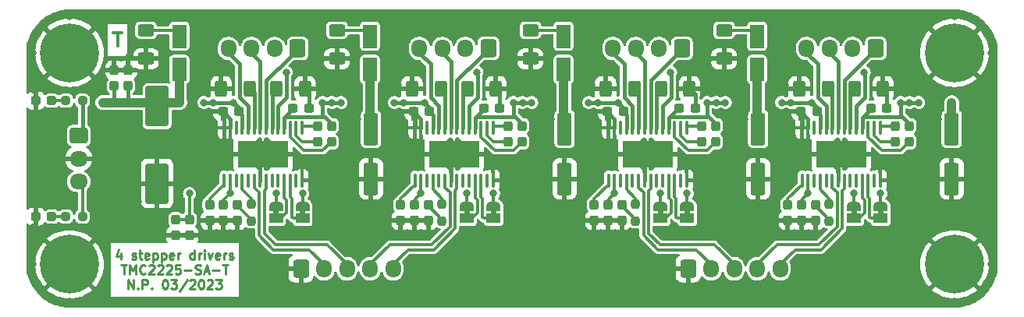
<source format=gbr>
%TF.GenerationSoftware,KiCad,Pcbnew,6.0.11-2627ca5db0~126~ubuntu22.04.1*%
%TF.CreationDate,2023-03-12T12:19:34+01:00*%
%TF.ProjectId,Stepper_Driver_TMC2225-SA-Tx4,53746570-7065-4725-9f44-72697665725f,rev?*%
%TF.SameCoordinates,Original*%
%TF.FileFunction,Copper,L1,Top*%
%TF.FilePolarity,Positive*%
%FSLAX46Y46*%
G04 Gerber Fmt 4.6, Leading zero omitted, Abs format (unit mm)*
G04 Created by KiCad (PCBNEW 6.0.11-2627ca5db0~126~ubuntu22.04.1) date 2023-03-12 12:19:34*
%MOMM*%
%LPD*%
G01*
G04 APERTURE LIST*
G04 Aperture macros list*
%AMRoundRect*
0 Rectangle with rounded corners*
0 $1 Rounding radius*
0 $2 $3 $4 $5 $6 $7 $8 $9 X,Y pos of 4 corners*
0 Add a 4 corners polygon primitive as box body*
4,1,4,$2,$3,$4,$5,$6,$7,$8,$9,$2,$3,0*
0 Add four circle primitives for the rounded corners*
1,1,$1+$1,$2,$3*
1,1,$1+$1,$4,$5*
1,1,$1+$1,$6,$7*
1,1,$1+$1,$8,$9*
0 Add four rect primitives between the rounded corners*
20,1,$1+$1,$2,$3,$4,$5,0*
20,1,$1+$1,$4,$5,$6,$7,0*
20,1,$1+$1,$6,$7,$8,$9,0*
20,1,$1+$1,$8,$9,$2,$3,0*%
%AMFreePoly0*
4,1,22,0.550000,-0.750000,0.000000,-0.750000,0.000000,-0.745033,-0.079941,-0.743568,-0.215256,-0.701293,-0.333266,-0.622738,-0.424486,-0.514219,-0.481581,-0.384460,-0.499164,-0.250000,-0.500000,-0.250000,-0.500000,0.250000,-0.499164,0.250000,-0.499963,0.256109,-0.478152,0.396186,-0.417904,0.524511,-0.324060,0.630769,-0.204165,0.706417,-0.067858,0.745374,0.000000,0.744959,0.000000,0.750000,
0.550000,0.750000,0.550000,-0.750000,0.550000,-0.750000,$1*%
%AMFreePoly1*
4,1,20,0.000000,0.744959,0.073905,0.744508,0.209726,0.703889,0.328688,0.626782,0.421226,0.519385,0.479903,0.390333,0.500000,0.250000,0.500000,-0.250000,0.499851,-0.262216,0.476331,-0.402017,0.414519,-0.529596,0.319384,-0.634700,0.198574,-0.708877,0.061801,-0.746166,0.000000,-0.745033,0.000000,-0.750000,-0.550000,-0.750000,-0.550000,0.750000,0.000000,0.750000,0.000000,0.744959,
0.000000,0.744959,$1*%
G04 Aperture macros list end*
%ADD10C,0.300000*%
%TA.AperFunction,NonConductor*%
%ADD11C,0.300000*%
%TD*%
%ADD12C,0.250000*%
%TA.AperFunction,NonConductor*%
%ADD13C,0.250000*%
%TD*%
%TA.AperFunction,SMDPad,CuDef*%
%ADD14RoundRect,0.250000X0.550000X-1.050000X0.550000X1.050000X-0.550000X1.050000X-0.550000X-1.050000X0*%
%TD*%
%TA.AperFunction,SMDPad,CuDef*%
%ADD15RoundRect,0.237500X0.237500X-0.287500X0.237500X0.287500X-0.237500X0.287500X-0.237500X-0.287500X0*%
%TD*%
%TA.AperFunction,SMDPad,CuDef*%
%ADD16RoundRect,0.250000X0.400000X0.625000X-0.400000X0.625000X-0.400000X-0.625000X0.400000X-0.625000X0*%
%TD*%
%TA.AperFunction,SMDPad,CuDef*%
%ADD17RoundRect,0.237500X-0.287500X-0.237500X0.287500X-0.237500X0.287500X0.237500X-0.287500X0.237500X0*%
%TD*%
%TA.AperFunction,SMDPad,CuDef*%
%ADD18FreePoly0,270.000000*%
%TD*%
%TA.AperFunction,SMDPad,CuDef*%
%ADD19R,1.500000X1.000000*%
%TD*%
%TA.AperFunction,SMDPad,CuDef*%
%ADD20FreePoly1,270.000000*%
%TD*%
%TA.AperFunction,SMDPad,CuDef*%
%ADD21RoundRect,0.237500X-0.237500X0.300000X-0.237500X-0.300000X0.237500X-0.300000X0.237500X0.300000X0*%
%TD*%
%TA.AperFunction,SMDPad,CuDef*%
%ADD22RoundRect,0.237500X0.237500X-0.300000X0.237500X0.300000X-0.237500X0.300000X-0.237500X-0.300000X0*%
%TD*%
%TA.AperFunction,SMDPad,CuDef*%
%ADD23RoundRect,0.237500X0.300000X0.237500X-0.300000X0.237500X-0.300000X-0.237500X0.300000X-0.237500X0*%
%TD*%
%TA.AperFunction,SMDPad,CuDef*%
%ADD24RoundRect,0.237500X0.237500X-0.250000X0.237500X0.250000X-0.237500X0.250000X-0.237500X-0.250000X0*%
%TD*%
%TA.AperFunction,SMDPad,CuDef*%
%ADD25RoundRect,0.250000X-1.000000X1.950000X-1.000000X-1.950000X1.000000X-1.950000X1.000000X1.950000X0*%
%TD*%
%TA.AperFunction,SMDPad,CuDef*%
%ADD26RoundRect,0.237500X-0.300000X-0.237500X0.300000X-0.237500X0.300000X0.237500X-0.300000X0.237500X0*%
%TD*%
%TA.AperFunction,SMDPad,CuDef*%
%ADD27RoundRect,0.250000X-0.625000X0.400000X-0.625000X-0.400000X0.625000X-0.400000X0.625000X0.400000X0*%
%TD*%
%TA.AperFunction,SMDPad,CuDef*%
%ADD28RoundRect,0.250000X-0.550000X1.500000X-0.550000X-1.500000X0.550000X-1.500000X0.550000X1.500000X0*%
%TD*%
%TA.AperFunction,SMDPad,CuDef*%
%ADD29RoundRect,0.237500X0.250000X0.237500X-0.250000X0.237500X-0.250000X-0.237500X0.250000X-0.237500X0*%
%TD*%
%TA.AperFunction,ComponentPad*%
%ADD30C,0.800000*%
%TD*%
%TA.AperFunction,ComponentPad*%
%ADD31C,6.400000*%
%TD*%
%TA.AperFunction,SMDPad,CuDef*%
%ADD32RoundRect,0.250000X-0.400000X-0.625000X0.400000X-0.625000X0.400000X0.625000X-0.400000X0.625000X0*%
%TD*%
%TA.AperFunction,ComponentPad*%
%ADD33RoundRect,0.250000X-0.600000X-0.725000X0.600000X-0.725000X0.600000X0.725000X-0.600000X0.725000X0*%
%TD*%
%TA.AperFunction,ComponentPad*%
%ADD34O,1.700000X1.950000*%
%TD*%
%TA.AperFunction,ComponentPad*%
%ADD35RoundRect,0.250000X-0.725000X0.600000X-0.725000X-0.600000X0.725000X-0.600000X0.725000X0.600000X0*%
%TD*%
%TA.AperFunction,ComponentPad*%
%ADD36O,1.950000X1.700000*%
%TD*%
%TA.AperFunction,ComponentPad*%
%ADD37RoundRect,0.250000X0.600000X0.725000X-0.600000X0.725000X-0.600000X-0.725000X0.600000X-0.725000X0*%
%TD*%
%TA.AperFunction,SMDPad,CuDef*%
%ADD38RoundRect,0.100000X-0.100000X0.637500X-0.100000X-0.637500X0.100000X-0.637500X0.100000X0.637500X0*%
%TD*%
%TA.AperFunction,ComponentPad*%
%ADD39C,0.600000*%
%TD*%
%TA.AperFunction,SMDPad,CuDef*%
%ADD40R,5.400000X2.850000*%
%TD*%
%TA.AperFunction,ViaPad*%
%ADD41C,0.800000*%
%TD*%
%TA.AperFunction,Conductor*%
%ADD42C,0.400000*%
%TD*%
%TA.AperFunction,Conductor*%
%ADD43C,1.000000*%
%TD*%
%TA.AperFunction,Conductor*%
%ADD44C,0.300000*%
%TD*%
G04 APERTURE END LIST*
D10*
D11*
X29771428Y-22778571D02*
X30628571Y-22778571D01*
X30200000Y-24278571D02*
X30200000Y-22778571D01*
D12*
D13*
X30542857Y-46775714D02*
X30542857Y-47442380D01*
X30304761Y-46394761D02*
X30066666Y-47109047D01*
X30685714Y-47109047D01*
X31780952Y-47394761D02*
X31876190Y-47442380D01*
X32066666Y-47442380D01*
X32161904Y-47394761D01*
X32209523Y-47299523D01*
X32209523Y-47251904D01*
X32161904Y-47156666D01*
X32066666Y-47109047D01*
X31923809Y-47109047D01*
X31828571Y-47061428D01*
X31780952Y-46966190D01*
X31780952Y-46918571D01*
X31828571Y-46823333D01*
X31923809Y-46775714D01*
X32066666Y-46775714D01*
X32161904Y-46823333D01*
X32495238Y-46775714D02*
X32876190Y-46775714D01*
X32638095Y-46442380D02*
X32638095Y-47299523D01*
X32685714Y-47394761D01*
X32780952Y-47442380D01*
X32876190Y-47442380D01*
X33590476Y-47394761D02*
X33495238Y-47442380D01*
X33304761Y-47442380D01*
X33209523Y-47394761D01*
X33161904Y-47299523D01*
X33161904Y-46918571D01*
X33209523Y-46823333D01*
X33304761Y-46775714D01*
X33495238Y-46775714D01*
X33590476Y-46823333D01*
X33638095Y-46918571D01*
X33638095Y-47013809D01*
X33161904Y-47109047D01*
X34066666Y-46775714D02*
X34066666Y-47775714D01*
X34066666Y-46823333D02*
X34161904Y-46775714D01*
X34352380Y-46775714D01*
X34447619Y-46823333D01*
X34495238Y-46870952D01*
X34542857Y-46966190D01*
X34542857Y-47251904D01*
X34495238Y-47347142D01*
X34447619Y-47394761D01*
X34352380Y-47442380D01*
X34161904Y-47442380D01*
X34066666Y-47394761D01*
X34971428Y-46775714D02*
X34971428Y-47775714D01*
X34971428Y-46823333D02*
X35066666Y-46775714D01*
X35257142Y-46775714D01*
X35352380Y-46823333D01*
X35400000Y-46870952D01*
X35447619Y-46966190D01*
X35447619Y-47251904D01*
X35400000Y-47347142D01*
X35352380Y-47394761D01*
X35257142Y-47442380D01*
X35066666Y-47442380D01*
X34971428Y-47394761D01*
X36257142Y-47394761D02*
X36161904Y-47442380D01*
X35971428Y-47442380D01*
X35876190Y-47394761D01*
X35828571Y-47299523D01*
X35828571Y-46918571D01*
X35876190Y-46823333D01*
X35971428Y-46775714D01*
X36161904Y-46775714D01*
X36257142Y-46823333D01*
X36304761Y-46918571D01*
X36304761Y-47013809D01*
X35828571Y-47109047D01*
X36733333Y-47442380D02*
X36733333Y-46775714D01*
X36733333Y-46966190D02*
X36780952Y-46870952D01*
X36828571Y-46823333D01*
X36923809Y-46775714D01*
X37019047Y-46775714D01*
X38542857Y-47442380D02*
X38542857Y-46442380D01*
X38542857Y-47394761D02*
X38447619Y-47442380D01*
X38257142Y-47442380D01*
X38161904Y-47394761D01*
X38114285Y-47347142D01*
X38066666Y-47251904D01*
X38066666Y-46966190D01*
X38114285Y-46870952D01*
X38161904Y-46823333D01*
X38257142Y-46775714D01*
X38447619Y-46775714D01*
X38542857Y-46823333D01*
X39019047Y-47442380D02*
X39019047Y-46775714D01*
X39019047Y-46966190D02*
X39066666Y-46870952D01*
X39114285Y-46823333D01*
X39209523Y-46775714D01*
X39304761Y-46775714D01*
X39638095Y-47442380D02*
X39638095Y-46775714D01*
X39638095Y-46442380D02*
X39590476Y-46490000D01*
X39638095Y-46537619D01*
X39685714Y-46490000D01*
X39638095Y-46442380D01*
X39638095Y-46537619D01*
X40019047Y-46775714D02*
X40257142Y-47442380D01*
X40495238Y-46775714D01*
X41257142Y-47394761D02*
X41161904Y-47442380D01*
X40971428Y-47442380D01*
X40876190Y-47394761D01*
X40828571Y-47299523D01*
X40828571Y-46918571D01*
X40876190Y-46823333D01*
X40971428Y-46775714D01*
X41161904Y-46775714D01*
X41257142Y-46823333D01*
X41304761Y-46918571D01*
X41304761Y-47013809D01*
X40828571Y-47109047D01*
X41733333Y-47442380D02*
X41733333Y-46775714D01*
X41733333Y-46966190D02*
X41780952Y-46870952D01*
X41828571Y-46823333D01*
X41923809Y-46775714D01*
X42019047Y-46775714D01*
X42304761Y-47394761D02*
X42400000Y-47442380D01*
X42590476Y-47442380D01*
X42685714Y-47394761D01*
X42733333Y-47299523D01*
X42733333Y-47251904D01*
X42685714Y-47156666D01*
X42590476Y-47109047D01*
X42447619Y-47109047D01*
X42352380Y-47061428D01*
X42304761Y-46966190D01*
X42304761Y-46918571D01*
X42352380Y-46823333D01*
X42447619Y-46775714D01*
X42590476Y-46775714D01*
X42685714Y-46823333D01*
X30614285Y-48052380D02*
X31185714Y-48052380D01*
X30900000Y-49052380D02*
X30900000Y-48052380D01*
X31519047Y-49052380D02*
X31519047Y-48052380D01*
X31852380Y-48766666D01*
X32185714Y-48052380D01*
X32185714Y-49052380D01*
X33233333Y-48957142D02*
X33185714Y-49004761D01*
X33042857Y-49052380D01*
X32947619Y-49052380D01*
X32804761Y-49004761D01*
X32709523Y-48909523D01*
X32661904Y-48814285D01*
X32614285Y-48623809D01*
X32614285Y-48480952D01*
X32661904Y-48290476D01*
X32709523Y-48195238D01*
X32804761Y-48100000D01*
X32947619Y-48052380D01*
X33042857Y-48052380D01*
X33185714Y-48100000D01*
X33233333Y-48147619D01*
X33614285Y-48147619D02*
X33661904Y-48100000D01*
X33757142Y-48052380D01*
X33995238Y-48052380D01*
X34090476Y-48100000D01*
X34138095Y-48147619D01*
X34185714Y-48242857D01*
X34185714Y-48338095D01*
X34138095Y-48480952D01*
X33566666Y-49052380D01*
X34185714Y-49052380D01*
X34566666Y-48147619D02*
X34614285Y-48100000D01*
X34709523Y-48052380D01*
X34947619Y-48052380D01*
X35042857Y-48100000D01*
X35090476Y-48147619D01*
X35138095Y-48242857D01*
X35138095Y-48338095D01*
X35090476Y-48480952D01*
X34519047Y-49052380D01*
X35138095Y-49052380D01*
X35519047Y-48147619D02*
X35566666Y-48100000D01*
X35661904Y-48052380D01*
X35900000Y-48052380D01*
X35995238Y-48100000D01*
X36042857Y-48147619D01*
X36090476Y-48242857D01*
X36090476Y-48338095D01*
X36042857Y-48480952D01*
X35471428Y-49052380D01*
X36090476Y-49052380D01*
X36995238Y-48052380D02*
X36519047Y-48052380D01*
X36471428Y-48528571D01*
X36519047Y-48480952D01*
X36614285Y-48433333D01*
X36852380Y-48433333D01*
X36947619Y-48480952D01*
X36995238Y-48528571D01*
X37042857Y-48623809D01*
X37042857Y-48861904D01*
X36995238Y-48957142D01*
X36947619Y-49004761D01*
X36852380Y-49052380D01*
X36614285Y-49052380D01*
X36519047Y-49004761D01*
X36471428Y-48957142D01*
X37471428Y-48671428D02*
X38233333Y-48671428D01*
X38661904Y-49004761D02*
X38804761Y-49052380D01*
X39042857Y-49052380D01*
X39138095Y-49004761D01*
X39185714Y-48957142D01*
X39233333Y-48861904D01*
X39233333Y-48766666D01*
X39185714Y-48671428D01*
X39138095Y-48623809D01*
X39042857Y-48576190D01*
X38852380Y-48528571D01*
X38757142Y-48480952D01*
X38709523Y-48433333D01*
X38661904Y-48338095D01*
X38661904Y-48242857D01*
X38709523Y-48147619D01*
X38757142Y-48100000D01*
X38852380Y-48052380D01*
X39090476Y-48052380D01*
X39233333Y-48100000D01*
X39614285Y-48766666D02*
X40090476Y-48766666D01*
X39519047Y-49052380D02*
X39852380Y-48052380D01*
X40185714Y-49052380D01*
X40519047Y-48671428D02*
X41280952Y-48671428D01*
X41614285Y-48052380D02*
X42185714Y-48052380D01*
X41900000Y-49052380D02*
X41900000Y-48052380D01*
X31376190Y-50662380D02*
X31376190Y-49662380D01*
X31947619Y-50662380D01*
X31947619Y-49662380D01*
X32423809Y-50567142D02*
X32471428Y-50614761D01*
X32423809Y-50662380D01*
X32376190Y-50614761D01*
X32423809Y-50567142D01*
X32423809Y-50662380D01*
X32900000Y-50662380D02*
X32900000Y-49662380D01*
X33280952Y-49662380D01*
X33376190Y-49710000D01*
X33423809Y-49757619D01*
X33471428Y-49852857D01*
X33471428Y-49995714D01*
X33423809Y-50090952D01*
X33376190Y-50138571D01*
X33280952Y-50186190D01*
X32900000Y-50186190D01*
X33900000Y-50567142D02*
X33947619Y-50614761D01*
X33900000Y-50662380D01*
X33852380Y-50614761D01*
X33900000Y-50567142D01*
X33900000Y-50662380D01*
X35328571Y-49662380D02*
X35423809Y-49662380D01*
X35519047Y-49710000D01*
X35566666Y-49757619D01*
X35614285Y-49852857D01*
X35661904Y-50043333D01*
X35661904Y-50281428D01*
X35614285Y-50471904D01*
X35566666Y-50567142D01*
X35519047Y-50614761D01*
X35423809Y-50662380D01*
X35328571Y-50662380D01*
X35233333Y-50614761D01*
X35185714Y-50567142D01*
X35138095Y-50471904D01*
X35090476Y-50281428D01*
X35090476Y-50043333D01*
X35138095Y-49852857D01*
X35185714Y-49757619D01*
X35233333Y-49710000D01*
X35328571Y-49662380D01*
X35995238Y-49662380D02*
X36614285Y-49662380D01*
X36280952Y-50043333D01*
X36423809Y-50043333D01*
X36519047Y-50090952D01*
X36566666Y-50138571D01*
X36614285Y-50233809D01*
X36614285Y-50471904D01*
X36566666Y-50567142D01*
X36519047Y-50614761D01*
X36423809Y-50662380D01*
X36138095Y-50662380D01*
X36042857Y-50614761D01*
X35995238Y-50567142D01*
X37757142Y-49614761D02*
X36900000Y-50900476D01*
X38042857Y-49757619D02*
X38090476Y-49710000D01*
X38185714Y-49662380D01*
X38423809Y-49662380D01*
X38519047Y-49710000D01*
X38566666Y-49757619D01*
X38614285Y-49852857D01*
X38614285Y-49948095D01*
X38566666Y-50090952D01*
X37995238Y-50662380D01*
X38614285Y-50662380D01*
X39233333Y-49662380D02*
X39328571Y-49662380D01*
X39423809Y-49710000D01*
X39471428Y-49757619D01*
X39519047Y-49852857D01*
X39566666Y-50043333D01*
X39566666Y-50281428D01*
X39519047Y-50471904D01*
X39471428Y-50567142D01*
X39423809Y-50614761D01*
X39328571Y-50662380D01*
X39233333Y-50662380D01*
X39138095Y-50614761D01*
X39090476Y-50567142D01*
X39042857Y-50471904D01*
X38995238Y-50281428D01*
X38995238Y-50043333D01*
X39042857Y-49852857D01*
X39090476Y-49757619D01*
X39138095Y-49710000D01*
X39233333Y-49662380D01*
X39947619Y-49757619D02*
X39995238Y-49710000D01*
X40090476Y-49662380D01*
X40328571Y-49662380D01*
X40423809Y-49710000D01*
X40471428Y-49757619D01*
X40519047Y-49852857D01*
X40519047Y-49948095D01*
X40471428Y-50090952D01*
X39900000Y-50662380D01*
X40519047Y-50662380D01*
X40852380Y-49662380D02*
X41471428Y-49662380D01*
X41138095Y-50043333D01*
X41280952Y-50043333D01*
X41376190Y-50090952D01*
X41423809Y-50138571D01*
X41471428Y-50233809D01*
X41471428Y-50471904D01*
X41423809Y-50567142D01*
X41376190Y-50614761D01*
X41280952Y-50662380D01*
X40995238Y-50662380D01*
X40900000Y-50614761D01*
X40852380Y-50567142D01*
%TO.C,JP2*%
G36*
X47700000Y-42600000D02*
G01*
X47100000Y-42600000D01*
X47100000Y-42100000D01*
X47700000Y-42100000D01*
X47700000Y-42600000D01*
G37*
%TO.C,JP7*%
G36*
X113300000Y-42600000D02*
G01*
X112700000Y-42600000D01*
X112700000Y-42100000D01*
X113300000Y-42100000D01*
X113300000Y-42600000D01*
G37*
%TO.C,JP3*%
G36*
X71300000Y-42600000D02*
G01*
X70700000Y-42600000D01*
X70700000Y-42100000D01*
X71300000Y-42100000D01*
X71300000Y-42600000D01*
G37*
%TO.C,JP4*%
G36*
X68400000Y-42600000D02*
G01*
X67800000Y-42600000D01*
X67800000Y-42100000D01*
X68400000Y-42100000D01*
X68400000Y-42600000D01*
G37*
%TO.C,JP1*%
G36*
X50600000Y-42600000D02*
G01*
X50000000Y-42600000D01*
X50000000Y-42100000D01*
X50600000Y-42100000D01*
X50600000Y-42600000D01*
G37*
%TO.C,JP5*%
G36*
X92300000Y-42600000D02*
G01*
X91700000Y-42600000D01*
X91700000Y-42100000D01*
X92300000Y-42100000D01*
X92300000Y-42600000D01*
G37*
%TO.C,JP8*%
G36*
X110400000Y-42600000D02*
G01*
X109800000Y-42600000D01*
X109800000Y-42100000D01*
X110400000Y-42100000D01*
X110400000Y-42600000D01*
G37*
%TO.C,JP6*%
G36*
X89400000Y-42600000D02*
G01*
X88800000Y-42600000D01*
X88800000Y-42100000D01*
X89400000Y-42100000D01*
X89400000Y-42600000D01*
G37*
%TD*%
D14*
%TO.P,C32,1*%
%TO.N,VCC*%
X99600000Y-26800000D03*
%TO.P,C32,2*%
%TO.N,Net-(C32-Pad2)*%
X99600000Y-23200000D03*
%TD*%
D15*
%TO.P,D6,1,K*%
%TO.N,GND*%
X105900000Y-43237500D03*
%TO.P,D6,2,A*%
%TO.N,Net-(D6-Pad2)*%
X105900000Y-41487500D03*
%TD*%
%TO.P,D3,1,K*%
%TO.N,GND*%
X43200000Y-43237500D03*
%TO.P,D3,2,A*%
%TO.N,Net-(D3-Pad2)*%
X43200000Y-41487500D03*
%TD*%
D16*
%TO.P,R13,1*%
%TO.N,/TMC2225-3/BRB*%
X86250000Y-28900000D03*
%TO.P,R13,2*%
%TO.N,GND*%
X83150000Y-28900000D03*
%TD*%
D14*
%TO.P,C16,1*%
%TO.N,VCC*%
X57600000Y-26800000D03*
%TO.P,C16,2*%
%TO.N,Net-(C16-Pad2)*%
X57600000Y-23200000D03*
%TD*%
D17*
%TO.P,D1,1,K*%
%TO.N,GND*%
X21325000Y-42800000D03*
%TO.P,D1,2,A*%
%TO.N,Net-(D1-Pad2)*%
X23075000Y-42800000D03*
%TD*%
D18*
%TO.P,JP2,1,A*%
%TO.N,+3.3V*%
X47400000Y-41700000D03*
D19*
%TO.P,JP2,2,C*%
%TO.N,Net-(JP2-Pad2)*%
X47400000Y-43000000D03*
D20*
%TO.P,JP2,3,B*%
%TO.N,GND*%
X47400000Y-44300000D03*
%TD*%
D21*
%TO.P,C22,1*%
%TO.N,+3.3V*%
X83400000Y-41500000D03*
%TO.P,C22,2*%
%TO.N,GND*%
X83400000Y-43225000D03*
%TD*%
D18*
%TO.P,JP7,1,A*%
%TO.N,+3.3V*%
X113000000Y-41700000D03*
D19*
%TO.P,JP7,2,C*%
%TO.N,Net-(JP7-Pad2)*%
X113000000Y-43000000D03*
D20*
%TO.P,JP7,3,B*%
%TO.N,GND*%
X113000000Y-44300000D03*
%TD*%
D22*
%TO.P,C31,1*%
%TO.N,Net-(C31-Pad1)*%
X114600000Y-34662500D03*
%TO.P,C31,2*%
%TO.N,Net-(C31-Pad2)*%
X114600000Y-32937500D03*
%TD*%
D23*
%TO.P,C34,1*%
%TO.N,VCC*%
X106062500Y-31400000D03*
%TO.P,C34,2*%
%TO.N,GND*%
X104337500Y-31400000D03*
%TD*%
D21*
%TO.P,C2,1*%
%TO.N,+3.3V*%
X38000000Y-43137500D03*
%TO.P,C2,2*%
%TO.N,GND*%
X38000000Y-44862500D03*
%TD*%
D24*
%TO.P,R18,1*%
%TO.N,Net-(D6-Pad2)*%
X107400000Y-43275000D03*
%TO.P,R18,2*%
%TO.N,Net-(R18-Pad2)*%
X107400000Y-41450000D03*
%TD*%
%TO.P,R6,1*%
%TO.N,Net-(D3-Pad2)*%
X44700000Y-43275000D03*
%TO.P,R6,2*%
%TO.N,Net-(R6-Pad2)*%
X44700000Y-41450000D03*
%TD*%
D16*
%TO.P,R9,1*%
%TO.N,/TMC2225-2/BRB*%
X65250000Y-28900000D03*
%TO.P,R9,2*%
%TO.N,GND*%
X62150000Y-28900000D03*
%TD*%
%TO.P,R17,1*%
%TO.N,/TMC2225-4/BRB*%
X107250000Y-28900000D03*
%TO.P,R17,2*%
%TO.N,GND*%
X104150000Y-28900000D03*
%TD*%
D25*
%TO.P,C3,1*%
%TO.N,VCC*%
X34500000Y-30800000D03*
%TO.P,C3,2*%
%TO.N,GND*%
X34500000Y-39200000D03*
%TD*%
D26*
%TO.P,C11,1*%
%TO.N,VCC*%
X49237500Y-31000000D03*
%TO.P,C11,2*%
%TO.N,GND*%
X50962500Y-31000000D03*
%TD*%
D27*
%TO.P,R11,1*%
%TO.N,Net-(C24-Pad2)*%
X75000000Y-22550000D03*
%TO.P,R11,2*%
%TO.N,GND*%
X75000000Y-25650000D03*
%TD*%
D22*
%TO.P,C4,1*%
%TO.N,VCC*%
X31345000Y-28600000D03*
%TO.P,C4,2*%
%TO.N,GND*%
X31345000Y-26875000D03*
%TD*%
D21*
%TO.P,C33,1*%
%TO.N,VCC*%
X116100000Y-32937500D03*
%TO.P,C33,2*%
%TO.N,Net-(C33-Pad2)*%
X116100000Y-34662500D03*
%TD*%
D26*
%TO.P,C27,1*%
%TO.N,VCC*%
X91137500Y-31000000D03*
%TO.P,C27,2*%
%TO.N,GND*%
X92862500Y-31000000D03*
%TD*%
D21*
%TO.P,C17,1*%
%TO.N,VCC*%
X74100000Y-32937500D03*
%TO.P,C17,2*%
%TO.N,Net-(C17-Pad2)*%
X74100000Y-34662500D03*
%TD*%
D18*
%TO.P,JP3,1,A*%
%TO.N,+3.3V*%
X71000000Y-41700000D03*
D19*
%TO.P,JP3,2,C*%
%TO.N,Net-(JP3-Pad2)*%
X71000000Y-43000000D03*
D20*
%TO.P,JP3,3,B*%
%TO.N,GND*%
X71000000Y-44300000D03*
%TD*%
D27*
%TO.P,R7,1*%
%TO.N,Net-(C16-Pad2)*%
X54000000Y-22550000D03*
%TO.P,R7,2*%
%TO.N,GND*%
X54000000Y-25650000D03*
%TD*%
D18*
%TO.P,JP4,1,A*%
%TO.N,+3.3V*%
X68100000Y-41700000D03*
D19*
%TO.P,JP4,2,C*%
%TO.N,Net-(JP4-Pad2)*%
X68100000Y-43000000D03*
D20*
%TO.P,JP4,3,B*%
%TO.N,GND*%
X68100000Y-44300000D03*
%TD*%
D21*
%TO.P,C14,1*%
%TO.N,+3.3V*%
X62400000Y-41500000D03*
%TO.P,C14,2*%
%TO.N,GND*%
X62400000Y-43225000D03*
%TD*%
D18*
%TO.P,JP1,1,A*%
%TO.N,+3.3V*%
X50300000Y-41700000D03*
D19*
%TO.P,JP1,2,C*%
%TO.N,Net-(JP1-Pad2)*%
X50300000Y-43000000D03*
D20*
%TO.P,JP1,3,B*%
%TO.N,GND*%
X50300000Y-44300000D03*
%TD*%
D17*
%TO.P,D2,1,K*%
%TO.N,GND*%
X21325000Y-30200000D03*
%TO.P,D2,2,A*%
%TO.N,Net-(D2-Pad2)*%
X23075000Y-30200000D03*
%TD*%
D21*
%TO.P,C1,1*%
%TO.N,+3.3V*%
X36500000Y-43137500D03*
%TO.P,C1,2*%
%TO.N,GND*%
X36500000Y-44862500D03*
%TD*%
D26*
%TO.P,C19,1*%
%TO.N,VCC*%
X69937500Y-31000000D03*
%TO.P,C19,2*%
%TO.N,GND*%
X71662500Y-31000000D03*
%TD*%
D27*
%TO.P,R15,1*%
%TO.N,Net-(C32-Pad2)*%
X96000000Y-22550000D03*
%TO.P,R15,2*%
%TO.N,GND*%
X96000000Y-25650000D03*
%TD*%
D28*
%TO.P,C20,1*%
%TO.N,VCC*%
X78700000Y-33300000D03*
%TO.P,C20,2*%
%TO.N,GND*%
X78700000Y-38700000D03*
%TD*%
D22*
%TO.P,C37,1*%
%TO.N,GND*%
X102900000Y-43225000D03*
%TO.P,C37,2*%
%TO.N,Net-(C37-Pad2)*%
X102900000Y-41500000D03*
%TD*%
D29*
%TO.P,R1,1*%
%TO.N,+3.3V*%
X26412500Y-42800000D03*
%TO.P,R1,2*%
%TO.N,Net-(D1-Pad2)*%
X24587500Y-42800000D03*
%TD*%
D21*
%TO.P,C9,1*%
%TO.N,VCC*%
X53400000Y-32937500D03*
%TO.P,C9,2*%
%TO.N,Net-(C9-Pad2)*%
X53400000Y-34662500D03*
%TD*%
%TO.P,C30,1*%
%TO.N,+3.3V*%
X104400000Y-41500000D03*
%TO.P,C30,2*%
%TO.N,GND*%
X104400000Y-43225000D03*
%TD*%
D30*
%TO.P,H2,1,1*%
%TO.N,GND*%
X121000000Y-27400000D03*
X123400000Y-25000000D03*
X119302944Y-23302944D03*
X122697056Y-23302944D03*
X122697056Y-26697056D03*
X118600000Y-25000000D03*
X121000000Y-22600000D03*
X119302944Y-26697056D03*
D31*
X121000000Y-25000000D03*
%TD*%
D32*
%TO.P,R4,1*%
%TO.N,/TMC2225-1/BRA*%
X47450000Y-28900000D03*
%TO.P,R4,2*%
%TO.N,GND*%
X50550000Y-28900000D03*
%TD*%
D33*
%TO.P,J2,1,Pin_1*%
%TO.N,GND*%
X92100000Y-48475000D03*
D34*
%TO.P,J2,2,Pin_2*%
%TO.N,STEP_3*%
X94600000Y-48475000D03*
%TO.P,J2,3,Pin_3*%
%TO.N,DIR_3*%
X97100000Y-48475000D03*
%TO.P,J2,4,Pin_4*%
%TO.N,STEP_4*%
X99600000Y-48475000D03*
%TO.P,J2,5,Pin_5*%
%TO.N,DIR_4*%
X102100000Y-48475000D03*
%TD*%
D21*
%TO.P,C25,1*%
%TO.N,VCC*%
X95100000Y-32937500D03*
%TO.P,C25,2*%
%TO.N,Net-(C25-Pad2)*%
X95100000Y-34662500D03*
%TD*%
D30*
%TO.P,H4,1,1*%
%TO.N,GND*%
X23302944Y-46302944D03*
X23302944Y-49697056D03*
D31*
X25000000Y-48000000D03*
D30*
X26697056Y-46302944D03*
X27400000Y-48000000D03*
X22600000Y-48000000D03*
X25000000Y-45600000D03*
X25000000Y-50400000D03*
X26697056Y-49697056D03*
%TD*%
D29*
%TO.P,R2,1*%
%TO.N,VCC*%
X26412500Y-30200000D03*
%TO.P,R2,2*%
%TO.N,Net-(D2-Pad2)*%
X24587500Y-30200000D03*
%TD*%
D18*
%TO.P,JP5,1,A*%
%TO.N,+3.3V*%
X92000000Y-41700000D03*
D19*
%TO.P,JP5,2,C*%
%TO.N,Net-(JP5-Pad2)*%
X92000000Y-43000000D03*
D20*
%TO.P,JP5,3,B*%
%TO.N,GND*%
X92000000Y-44300000D03*
%TD*%
D22*
%TO.P,C5,1*%
%TO.N,VCC*%
X29855000Y-28600000D03*
%TO.P,C5,2*%
%TO.N,GND*%
X29855000Y-26875000D03*
%TD*%
D32*
%TO.P,R16,1*%
%TO.N,/TMC2225-4/BRA*%
X110150000Y-28900000D03*
%TO.P,R16,2*%
%TO.N,GND*%
X113250000Y-28900000D03*
%TD*%
D22*
%TO.P,C21,1*%
%TO.N,GND*%
X60900000Y-43225000D03*
%TO.P,C21,2*%
%TO.N,Net-(C21-Pad2)*%
X60900000Y-41500000D03*
%TD*%
D14*
%TO.P,C24,1*%
%TO.N,VCC*%
X78600000Y-26800000D03*
%TO.P,C24,2*%
%TO.N,Net-(C24-Pad2)*%
X78600000Y-23200000D03*
%TD*%
D35*
%TO.P,J3,1,Pin_1*%
%TO.N,VCC*%
X26000000Y-34000000D03*
D36*
%TO.P,J3,2,Pin_2*%
%TO.N,GND*%
X26000000Y-36500000D03*
%TO.P,J3,3,Pin_3*%
%TO.N,+3.3V*%
X26000000Y-39000000D03*
%TD*%
D37*
%TO.P,J4,1,Pin_1*%
%TO.N,/TMC2225-1/OA1*%
X49750000Y-24525000D03*
D34*
%TO.P,J4,2,Pin_2*%
%TO.N,/TMC2225-1/OA2*%
X47250000Y-24525000D03*
%TO.P,J4,3,Pin_3*%
%TO.N,/TMC2225-1/OB1*%
X44750000Y-24525000D03*
%TO.P,J4,4,Pin_4*%
%TO.N,/TMC2225-1/OB2*%
X42250000Y-24525000D03*
%TD*%
D26*
%TO.P,C35,1*%
%TO.N,VCC*%
X111937500Y-31000000D03*
%TO.P,C35,2*%
%TO.N,GND*%
X113662500Y-31000000D03*
%TD*%
D23*
%TO.P,C26,1*%
%TO.N,VCC*%
X85062500Y-31400000D03*
%TO.P,C26,2*%
%TO.N,GND*%
X83337500Y-31400000D03*
%TD*%
D32*
%TO.P,R12,1*%
%TO.N,/TMC2225-3/BRA*%
X89150000Y-28900000D03*
%TO.P,R12,2*%
%TO.N,GND*%
X92250000Y-28900000D03*
%TD*%
D23*
%TO.P,C18,1*%
%TO.N,VCC*%
X64062500Y-31400000D03*
%TO.P,C18,2*%
%TO.N,GND*%
X62337500Y-31400000D03*
%TD*%
D15*
%TO.P,D4,1,K*%
%TO.N,GND*%
X63900000Y-43237500D03*
%TO.P,D4,2,A*%
%TO.N,Net-(D4-Pad2)*%
X63900000Y-41487500D03*
%TD*%
D38*
%TO.P,U1,1,CPO*%
%TO.N,Net-(C7-Pad2)*%
X50225000Y-33137500D03*
%TO.P,U1,2,CPI*%
%TO.N,Net-(C7-Pad1)*%
X49575000Y-33137500D03*
%TO.P,U1,3,VCP*%
%TO.N,Net-(C9-Pad2)*%
X48925000Y-33137500D03*
%TO.P,U1,4,VS*%
%TO.N,VCC*%
X48275000Y-33137500D03*
%TO.P,U1,5,OA2*%
%TO.N,/TMC2225-1/OA2*%
X47625000Y-33137500D03*
%TO.P,U1,6,BRA*%
%TO.N,/TMC2225-1/BRA*%
X46975000Y-33137500D03*
%TO.P,U1,7,OA1*%
%TO.N,/TMC2225-1/OA1*%
X46325000Y-33137500D03*
%TO.P,U1,8,OB1*%
%TO.N,/TMC2225-1/OB1*%
X45675000Y-33137500D03*
%TO.P,U1,9,BRB*%
%TO.N,/TMC2225-1/BRB*%
X45025000Y-33137500D03*
%TO.P,U1,10,OB2*%
%TO.N,/TMC2225-1/OB2*%
X44375000Y-33137500D03*
%TO.P,U1,11,VS*%
%TO.N,VCC*%
X43725000Y-33137500D03*
%TO.P,U1,12,VREF*%
%TO.N,unconnected-(U1-Pad12)*%
X43075000Y-33137500D03*
%TO.P,U1,13,TEST*%
%TO.N,GND*%
X42425000Y-33137500D03*
%TO.P,U1,14,GND*%
X41775000Y-33137500D03*
%TO.P,U1,15,5VOUT*%
%TO.N,Net-(C13-Pad2)*%
X41775000Y-38862500D03*
%TO.P,U1,16,VCC_IO*%
%TO.N,+3.3V*%
X42425000Y-38862500D03*
%TO.P,U1,17,PDN_UART*%
%TO.N,unconnected-(U1-Pad17)*%
X43075000Y-38862500D03*
%TO.P,U1,18,DIAG*%
%TO.N,Net-(R6-Pad2)*%
X43725000Y-38862500D03*
%TO.P,U1,19,SPREAD*%
%TO.N,unconnected-(U1-Pad19)*%
X44375000Y-38862500D03*
%TO.P,U1,20,DIR*%
%TO.N,STEP_1*%
X45025000Y-38862500D03*
%TO.P,U1,21,ENN*%
%TO.N,GND*%
X45675000Y-38862500D03*
%TO.P,U1,22,STEP*%
%TO.N,DIR_1*%
X46325000Y-38862500D03*
%TO.P,U1,23,N.C*%
%TO.N,unconnected-(U1-Pad23)*%
X46975000Y-38862500D03*
%TO.P,U1,24,CLK*%
%TO.N,unconnected-(U1-Pad24)*%
X47625000Y-38862500D03*
%TO.P,U1,25,MS1*%
%TO.N,Net-(JP2-Pad2)*%
X48275000Y-38862500D03*
%TO.P,U1,26,MS2*%
%TO.N,Net-(JP1-Pad2)*%
X48925000Y-38862500D03*
%TO.P,U1,27,INDEX*%
%TO.N,unconnected-(U1-Pad27)*%
X49575000Y-38862500D03*
%TO.P,U1,28,GND*%
%TO.N,GND*%
X50225000Y-38862500D03*
D39*
%TO.P,U1,29,PAD*%
X46800000Y-34875000D03*
D40*
X46000000Y-36000000D03*
D39*
X43600000Y-34875000D03*
X48400000Y-34875000D03*
X48400000Y-37125000D03*
X43600000Y-37125000D03*
X46800000Y-37125000D03*
X45200000Y-34875000D03*
X45200000Y-37125000D03*
%TD*%
D38*
%TO.P,U4,1,CPO*%
%TO.N,Net-(C31-Pad2)*%
X112925000Y-33137500D03*
%TO.P,U4,2,CPI*%
%TO.N,Net-(C31-Pad1)*%
X112275000Y-33137500D03*
%TO.P,U4,3,VCP*%
%TO.N,Net-(C33-Pad2)*%
X111625000Y-33137500D03*
%TO.P,U4,4,VS*%
%TO.N,VCC*%
X110975000Y-33137500D03*
%TO.P,U4,5,OA2*%
%TO.N,/TMC2225-4/OA2*%
X110325000Y-33137500D03*
%TO.P,U4,6,BRA*%
%TO.N,/TMC2225-4/BRA*%
X109675000Y-33137500D03*
%TO.P,U4,7,OA1*%
%TO.N,/TMC2225-4/OA1*%
X109025000Y-33137500D03*
%TO.P,U4,8,OB1*%
%TO.N,/TMC2225-4/OB1*%
X108375000Y-33137500D03*
%TO.P,U4,9,BRB*%
%TO.N,/TMC2225-4/BRB*%
X107725000Y-33137500D03*
%TO.P,U4,10,OB2*%
%TO.N,/TMC2225-4/OB2*%
X107075000Y-33137500D03*
%TO.P,U4,11,VS*%
%TO.N,VCC*%
X106425000Y-33137500D03*
%TO.P,U4,12,VREF*%
%TO.N,unconnected-(U4-Pad12)*%
X105775000Y-33137500D03*
%TO.P,U4,13,TEST*%
%TO.N,GND*%
X105125000Y-33137500D03*
%TO.P,U4,14,GND*%
X104475000Y-33137500D03*
%TO.P,U4,15,5VOUT*%
%TO.N,Net-(C37-Pad2)*%
X104475000Y-38862500D03*
%TO.P,U4,16,VCC_IO*%
%TO.N,+3.3V*%
X105125000Y-38862500D03*
%TO.P,U4,17,PDN_UART*%
%TO.N,unconnected-(U4-Pad17)*%
X105775000Y-38862500D03*
%TO.P,U4,18,DIAG*%
%TO.N,Net-(R18-Pad2)*%
X106425000Y-38862500D03*
%TO.P,U4,19,SPREAD*%
%TO.N,unconnected-(U4-Pad19)*%
X107075000Y-38862500D03*
%TO.P,U4,20,DIR*%
%TO.N,STEP_4*%
X107725000Y-38862500D03*
%TO.P,U4,21,ENN*%
%TO.N,GND*%
X108375000Y-38862500D03*
%TO.P,U4,22,STEP*%
%TO.N,DIR_4*%
X109025000Y-38862500D03*
%TO.P,U4,23,N.C*%
%TO.N,unconnected-(U4-Pad23)*%
X109675000Y-38862500D03*
%TO.P,U4,24,CLK*%
%TO.N,unconnected-(U4-Pad24)*%
X110325000Y-38862500D03*
%TO.P,U4,25,MS1*%
%TO.N,Net-(JP8-Pad2)*%
X110975000Y-38862500D03*
%TO.P,U4,26,MS2*%
%TO.N,Net-(JP7-Pad2)*%
X111625000Y-38862500D03*
%TO.P,U4,27,INDEX*%
%TO.N,unconnected-(U4-Pad27)*%
X112275000Y-38862500D03*
%TO.P,U4,28,GND*%
%TO.N,GND*%
X112925000Y-38862500D03*
D39*
%TO.P,U4,29,PAD*%
X111100000Y-34875000D03*
D40*
X108700000Y-36000000D03*
D39*
X106300000Y-34875000D03*
X106300000Y-37125000D03*
X109500000Y-37125000D03*
X111100000Y-37125000D03*
X107900000Y-37125000D03*
X107900000Y-34875000D03*
X109500000Y-34875000D03*
%TD*%
D30*
%TO.P,H1,1,1*%
%TO.N,GND*%
X22600000Y-25000000D03*
X26697056Y-23302944D03*
X25000000Y-22600000D03*
X25000000Y-27400000D03*
X23302944Y-26697056D03*
X26697056Y-26697056D03*
D31*
X25000000Y-25000000D03*
D30*
X27400000Y-25000000D03*
X23302944Y-23302944D03*
%TD*%
D33*
%TO.P,J1,1,Pin_1*%
%TO.N,GND*%
X50100000Y-48475000D03*
D34*
%TO.P,J1,2,Pin_2*%
%TO.N,STEP_1*%
X52600000Y-48475000D03*
%TO.P,J1,3,Pin_3*%
%TO.N,DIR_1*%
X55100000Y-48475000D03*
%TO.P,J1,4,Pin_4*%
%TO.N,STEP_2*%
X57600000Y-48475000D03*
%TO.P,J1,5,Pin_5*%
%TO.N,DIR_2*%
X60100000Y-48475000D03*
%TD*%
D18*
%TO.P,JP8,1,A*%
%TO.N,+3.3V*%
X110100000Y-41700000D03*
D19*
%TO.P,JP8,2,C*%
%TO.N,Net-(JP8-Pad2)*%
X110100000Y-43000000D03*
D20*
%TO.P,JP8,3,B*%
%TO.N,GND*%
X110100000Y-44300000D03*
%TD*%
D28*
%TO.P,C28,1*%
%TO.N,VCC*%
X99700000Y-33300000D03*
%TO.P,C28,2*%
%TO.N,GND*%
X99700000Y-38700000D03*
%TD*%
D22*
%TO.P,C7,1*%
%TO.N,Net-(C7-Pad1)*%
X51900000Y-34662500D03*
%TO.P,C7,2*%
%TO.N,Net-(C7-Pad2)*%
X51900000Y-32937500D03*
%TD*%
D28*
%TO.P,C12,1*%
%TO.N,VCC*%
X57700000Y-33300000D03*
%TO.P,C12,2*%
%TO.N,GND*%
X57700000Y-38700000D03*
%TD*%
D32*
%TO.P,R8,1*%
%TO.N,/TMC2225-2/BRA*%
X68150000Y-28900000D03*
%TO.P,R8,2*%
%TO.N,GND*%
X71250000Y-28900000D03*
%TD*%
D37*
%TO.P,J5,1,Pin_1*%
%TO.N,/TMC2225-2/OA1*%
X70450000Y-24525000D03*
D34*
%TO.P,J5,2,Pin_2*%
%TO.N,/TMC2225-2/OA2*%
X67950000Y-24525000D03*
%TO.P,J5,3,Pin_3*%
%TO.N,/TMC2225-2/OB1*%
X65450000Y-24525000D03*
%TO.P,J5,4,Pin_4*%
%TO.N,/TMC2225-2/OB2*%
X62950000Y-24525000D03*
%TD*%
D24*
%TO.P,R14,1*%
%TO.N,Net-(D5-Pad2)*%
X86400000Y-43275000D03*
%TO.P,R14,2*%
%TO.N,Net-(R14-Pad2)*%
X86400000Y-41450000D03*
%TD*%
D38*
%TO.P,U2,1,CPO*%
%TO.N,Net-(C15-Pad2)*%
X70925000Y-33137500D03*
%TO.P,U2,2,CPI*%
%TO.N,Net-(C15-Pad1)*%
X70275000Y-33137500D03*
%TO.P,U2,3,VCP*%
%TO.N,Net-(C17-Pad2)*%
X69625000Y-33137500D03*
%TO.P,U2,4,VS*%
%TO.N,VCC*%
X68975000Y-33137500D03*
%TO.P,U2,5,OA2*%
%TO.N,/TMC2225-2/OA2*%
X68325000Y-33137500D03*
%TO.P,U2,6,BRA*%
%TO.N,/TMC2225-2/BRA*%
X67675000Y-33137500D03*
%TO.P,U2,7,OA1*%
%TO.N,/TMC2225-2/OA1*%
X67025000Y-33137500D03*
%TO.P,U2,8,OB1*%
%TO.N,/TMC2225-2/OB1*%
X66375000Y-33137500D03*
%TO.P,U2,9,BRB*%
%TO.N,/TMC2225-2/BRB*%
X65725000Y-33137500D03*
%TO.P,U2,10,OB2*%
%TO.N,/TMC2225-2/OB2*%
X65075000Y-33137500D03*
%TO.P,U2,11,VS*%
%TO.N,VCC*%
X64425000Y-33137500D03*
%TO.P,U2,12,VREF*%
%TO.N,unconnected-(U2-Pad12)*%
X63775000Y-33137500D03*
%TO.P,U2,13,TEST*%
%TO.N,GND*%
X63125000Y-33137500D03*
%TO.P,U2,14,GND*%
X62475000Y-33137500D03*
%TO.P,U2,15,5VOUT*%
%TO.N,Net-(C21-Pad2)*%
X62475000Y-38862500D03*
%TO.P,U2,16,VCC_IO*%
%TO.N,+3.3V*%
X63125000Y-38862500D03*
%TO.P,U2,17,PDN_UART*%
%TO.N,unconnected-(U2-Pad17)*%
X63775000Y-38862500D03*
%TO.P,U2,18,DIAG*%
%TO.N,Net-(R10-Pad2)*%
X64425000Y-38862500D03*
%TO.P,U2,19,SPREAD*%
%TO.N,unconnected-(U2-Pad19)*%
X65075000Y-38862500D03*
%TO.P,U2,20,DIR*%
%TO.N,STEP_2*%
X65725000Y-38862500D03*
%TO.P,U2,21,ENN*%
%TO.N,GND*%
X66375000Y-38862500D03*
%TO.P,U2,22,STEP*%
%TO.N,DIR_2*%
X67025000Y-38862500D03*
%TO.P,U2,23,N.C*%
%TO.N,unconnected-(U2-Pad23)*%
X67675000Y-38862500D03*
%TO.P,U2,24,CLK*%
%TO.N,unconnected-(U2-Pad24)*%
X68325000Y-38862500D03*
%TO.P,U2,25,MS1*%
%TO.N,Net-(JP4-Pad2)*%
X68975000Y-38862500D03*
%TO.P,U2,26,MS2*%
%TO.N,Net-(JP3-Pad2)*%
X69625000Y-38862500D03*
%TO.P,U2,27,INDEX*%
%TO.N,unconnected-(U2-Pad27)*%
X70275000Y-38862500D03*
%TO.P,U2,28,GND*%
%TO.N,GND*%
X70925000Y-38862500D03*
D39*
%TO.P,U2,29,PAD*%
X64300000Y-34875000D03*
X67500000Y-37125000D03*
X69100000Y-34875000D03*
D40*
X66700000Y-36000000D03*
D39*
X65900000Y-34875000D03*
X65900000Y-37125000D03*
X67500000Y-34875000D03*
X64300000Y-37125000D03*
X69100000Y-37125000D03*
%TD*%
D15*
%TO.P,D5,1,K*%
%TO.N,GND*%
X84900000Y-43237500D03*
%TO.P,D5,2,A*%
%TO.N,Net-(D5-Pad2)*%
X84900000Y-41487500D03*
%TD*%
D14*
%TO.P,C8,1*%
%TO.N,VCC*%
X36900000Y-26800000D03*
%TO.P,C8,2*%
%TO.N,Net-(C8-Pad2)*%
X36900000Y-23200000D03*
%TD*%
D22*
%TO.P,C13,1*%
%TO.N,GND*%
X40200000Y-43225000D03*
%TO.P,C13,2*%
%TO.N,Net-(C13-Pad2)*%
X40200000Y-41500000D03*
%TD*%
D24*
%TO.P,R10,1*%
%TO.N,Net-(D4-Pad2)*%
X65400000Y-43275000D03*
%TO.P,R10,2*%
%TO.N,Net-(R10-Pad2)*%
X65400000Y-41450000D03*
%TD*%
D37*
%TO.P,J7,1,Pin_1*%
%TO.N,/TMC2225-4/OA1*%
X112450000Y-24525000D03*
D34*
%TO.P,J7,2,Pin_2*%
%TO.N,/TMC2225-4/OA2*%
X109950000Y-24525000D03*
%TO.P,J7,3,Pin_3*%
%TO.N,/TMC2225-4/OB1*%
X107450000Y-24525000D03*
%TO.P,J7,4,Pin_4*%
%TO.N,/TMC2225-4/OB2*%
X104950000Y-24525000D03*
%TD*%
D22*
%TO.P,C15,1*%
%TO.N,Net-(C15-Pad1)*%
X72600000Y-34662500D03*
%TO.P,C15,2*%
%TO.N,Net-(C15-Pad2)*%
X72600000Y-32937500D03*
%TD*%
D23*
%TO.P,C10,1*%
%TO.N,VCC*%
X43362500Y-31400000D03*
%TO.P,C10,2*%
%TO.N,GND*%
X41637500Y-31400000D03*
%TD*%
D18*
%TO.P,JP6,1,A*%
%TO.N,+3.3V*%
X89100000Y-41700000D03*
D19*
%TO.P,JP6,2,C*%
%TO.N,Net-(JP6-Pad2)*%
X89100000Y-43000000D03*
D20*
%TO.P,JP6,3,B*%
%TO.N,GND*%
X89100000Y-44300000D03*
%TD*%
D21*
%TO.P,C6,1*%
%TO.N,+3.3V*%
X41700000Y-41500000D03*
%TO.P,C6,2*%
%TO.N,GND*%
X41700000Y-43225000D03*
%TD*%
D30*
%TO.P,H3,1,1*%
%TO.N,GND*%
X121000000Y-45600000D03*
X121000000Y-50400000D03*
X123400000Y-48000000D03*
X122697056Y-46302944D03*
D31*
X121000000Y-48000000D03*
D30*
X118600000Y-48000000D03*
X122697056Y-49697056D03*
X119302944Y-46302944D03*
X119302944Y-49697056D03*
%TD*%
D37*
%TO.P,J6,1,Pin_1*%
%TO.N,/TMC2225-3/OA1*%
X91450000Y-24525000D03*
D34*
%TO.P,J6,2,Pin_2*%
%TO.N,/TMC2225-3/OA2*%
X88950000Y-24525000D03*
%TO.P,J6,3,Pin_3*%
%TO.N,/TMC2225-3/OB1*%
X86450000Y-24525000D03*
%TO.P,J6,4,Pin_4*%
%TO.N,/TMC2225-3/OB2*%
X83950000Y-24525000D03*
%TD*%
D22*
%TO.P,C23,1*%
%TO.N,Net-(C23-Pad1)*%
X93600000Y-34662500D03*
%TO.P,C23,2*%
%TO.N,Net-(C23-Pad2)*%
X93600000Y-32937500D03*
%TD*%
%TO.P,C29,1*%
%TO.N,GND*%
X81900000Y-43225000D03*
%TO.P,C29,2*%
%TO.N,Net-(C29-Pad2)*%
X81900000Y-41500000D03*
%TD*%
D28*
%TO.P,C36,1*%
%TO.N,VCC*%
X120700000Y-33300000D03*
%TO.P,C36,2*%
%TO.N,GND*%
X120700000Y-38700000D03*
%TD*%
D16*
%TO.P,R5,1*%
%TO.N,/TMC2225-1/BRB*%
X44550000Y-28900000D03*
%TO.P,R5,2*%
%TO.N,GND*%
X41450000Y-28900000D03*
%TD*%
D38*
%TO.P,U3,1,CPO*%
%TO.N,Net-(C23-Pad2)*%
X91925000Y-33137500D03*
%TO.P,U3,2,CPI*%
%TO.N,Net-(C23-Pad1)*%
X91275000Y-33137500D03*
%TO.P,U3,3,VCP*%
%TO.N,Net-(C25-Pad2)*%
X90625000Y-33137500D03*
%TO.P,U3,4,VS*%
%TO.N,VCC*%
X89975000Y-33137500D03*
%TO.P,U3,5,OA2*%
%TO.N,/TMC2225-3/OA2*%
X89325000Y-33137500D03*
%TO.P,U3,6,BRA*%
%TO.N,/TMC2225-3/BRA*%
X88675000Y-33137500D03*
%TO.P,U3,7,OA1*%
%TO.N,/TMC2225-3/OA1*%
X88025000Y-33137500D03*
%TO.P,U3,8,OB1*%
%TO.N,/TMC2225-3/OB1*%
X87375000Y-33137500D03*
%TO.P,U3,9,BRB*%
%TO.N,/TMC2225-3/BRB*%
X86725000Y-33137500D03*
%TO.P,U3,10,OB2*%
%TO.N,/TMC2225-3/OB2*%
X86075000Y-33137500D03*
%TO.P,U3,11,VS*%
%TO.N,VCC*%
X85425000Y-33137500D03*
%TO.P,U3,12,VREF*%
%TO.N,unconnected-(U3-Pad12)*%
X84775000Y-33137500D03*
%TO.P,U3,13,TEST*%
%TO.N,GND*%
X84125000Y-33137500D03*
%TO.P,U3,14,GND*%
X83475000Y-33137500D03*
%TO.P,U3,15,5VOUT*%
%TO.N,Net-(C29-Pad2)*%
X83475000Y-38862500D03*
%TO.P,U3,16,VCC_IO*%
%TO.N,+3.3V*%
X84125000Y-38862500D03*
%TO.P,U3,17,PDN_UART*%
%TO.N,unconnected-(U3-Pad17)*%
X84775000Y-38862500D03*
%TO.P,U3,18,DIAG*%
%TO.N,Net-(R14-Pad2)*%
X85425000Y-38862500D03*
%TO.P,U3,19,SPREAD*%
%TO.N,unconnected-(U3-Pad19)*%
X86075000Y-38862500D03*
%TO.P,U3,20,DIR*%
%TO.N,STEP_3*%
X86725000Y-38862500D03*
%TO.P,U3,21,ENN*%
%TO.N,GND*%
X87375000Y-38862500D03*
%TO.P,U3,22,STEP*%
%TO.N,DIR_3*%
X88025000Y-38862500D03*
%TO.P,U3,23,N.C*%
%TO.N,unconnected-(U3-Pad23)*%
X88675000Y-38862500D03*
%TO.P,U3,24,CLK*%
%TO.N,unconnected-(U3-Pad24)*%
X89325000Y-38862500D03*
%TO.P,U3,25,MS1*%
%TO.N,Net-(JP6-Pad2)*%
X89975000Y-38862500D03*
%TO.P,U3,26,MS2*%
%TO.N,Net-(JP5-Pad2)*%
X90625000Y-38862500D03*
%TO.P,U3,27,INDEX*%
%TO.N,unconnected-(U3-Pad27)*%
X91275000Y-38862500D03*
%TO.P,U3,28,GND*%
%TO.N,GND*%
X91925000Y-38862500D03*
D39*
%TO.P,U3,29,PAD*%
X88500000Y-37125000D03*
X90100000Y-34875000D03*
X86900000Y-34875000D03*
X88500000Y-34875000D03*
X85300000Y-37125000D03*
X90100000Y-37125000D03*
X85300000Y-34875000D03*
X86900000Y-37125000D03*
D40*
X87700000Y-36000000D03*
%TD*%
D27*
%TO.P,R3,1*%
%TO.N,Net-(C8-Pad2)*%
X33300000Y-22550000D03*
%TO.P,R3,2*%
%TO.N,GND*%
X33300000Y-25650000D03*
%TD*%
D41*
%TO.N,VCC*%
X32600000Y-30400000D03*
X82312500Y-30400000D03*
X74140000Y-30400000D03*
X116100000Y-30400000D03*
X99650000Y-30400000D03*
X102250000Y-30400000D03*
X84539905Y-30421892D03*
X29600000Y-30400000D03*
X75140000Y-30400000D03*
X52440000Y-30400000D03*
X96140000Y-30400000D03*
X60250000Y-30400000D03*
X42800000Y-30400000D03*
X30600000Y-30400000D03*
X61250000Y-30400000D03*
X95140000Y-30400000D03*
X53440000Y-30400000D03*
X36950000Y-30400000D03*
X78650000Y-30400000D03*
X120680000Y-30400000D03*
X115140000Y-30400000D03*
X94140000Y-30400000D03*
X81312500Y-30400000D03*
X105500000Y-30400000D03*
X73140000Y-30400000D03*
X117100000Y-30400000D03*
X28600000Y-30400000D03*
X63500000Y-30400000D03*
X57650000Y-30400000D03*
X31600000Y-30400000D03*
X54440000Y-30400000D03*
X39550000Y-30400000D03*
X40550000Y-30400000D03*
X103250000Y-30400000D03*
%TO.N,+3.3V*%
X105100000Y-40300000D03*
X50300000Y-40300000D03*
X110100000Y-40300000D03*
X42400000Y-40300000D03*
X89100000Y-40300000D03*
X71000000Y-40300000D03*
X113000000Y-40300000D03*
X92000000Y-40300000D03*
X38000000Y-40300000D03*
X84100000Y-40300000D03*
X63100000Y-40300000D03*
X47400000Y-40300000D03*
X68100000Y-40300000D03*
%TO.N,GND*%
X95000000Y-21000000D03*
X85000000Y-52000000D03*
X41000000Y-45200000D03*
X31000000Y-21000000D03*
X59600000Y-41200000D03*
X124500000Y-23000000D03*
X79000000Y-21000000D03*
X113000000Y-52000000D03*
X41000000Y-52000000D03*
X65000000Y-52000000D03*
X118800000Y-28600000D03*
X73000000Y-21000000D03*
X56200000Y-32200000D03*
X59000000Y-52000000D03*
X75600000Y-32200000D03*
X119000000Y-52000000D03*
X39900000Y-28500000D03*
X97000000Y-52000000D03*
X105800000Y-44800000D03*
X21000000Y-27000000D03*
X98300000Y-47000000D03*
X51000000Y-21000000D03*
X89000000Y-52000000D03*
X55000000Y-21000000D03*
X72800000Y-28500000D03*
X21000000Y-48000000D03*
X95000000Y-52000000D03*
X80400000Y-38700000D03*
X93800000Y-28500000D03*
X123000000Y-51500000D03*
X35000000Y-45200000D03*
X63000000Y-52000000D03*
X52100000Y-28500000D03*
X31000000Y-45200000D03*
X32400000Y-32200000D03*
X75000000Y-21000000D03*
X123000000Y-21500000D03*
X21000000Y-32500000D03*
X51300000Y-38900000D03*
X121000000Y-52000000D03*
X115000000Y-21000000D03*
X39000000Y-52000000D03*
X39000000Y-21000000D03*
X125000000Y-48000000D03*
X80200000Y-32200000D03*
X81000000Y-52000000D03*
X23000000Y-21500000D03*
X87000000Y-21000000D03*
X35200000Y-27800000D03*
X25000000Y-52000000D03*
X115000000Y-52000000D03*
X65000000Y-21000000D03*
X37000000Y-21000000D03*
X93300000Y-38900000D03*
X96000000Y-27200000D03*
X77200000Y-32200000D03*
X111000000Y-21000000D03*
X23000000Y-51500000D03*
X98200000Y-28600000D03*
X105000000Y-21000000D03*
X28400000Y-41200000D03*
X73000000Y-41200000D03*
X59400000Y-38700000D03*
X29000000Y-21000000D03*
X61000000Y-21000000D03*
X56300000Y-43200000D03*
X71000000Y-52000000D03*
X21000000Y-25000000D03*
X125000000Y-35000000D03*
X124500000Y-50000000D03*
X39400000Y-45200000D03*
X103000000Y-32300000D03*
X101400000Y-38700000D03*
X21000000Y-41000000D03*
X125000000Y-40000000D03*
X125000000Y-42000000D03*
X75000000Y-52000000D03*
X38400000Y-32200000D03*
X29000000Y-47000000D03*
X79000000Y-52000000D03*
X37000000Y-52000000D03*
X107000000Y-21000000D03*
X119000000Y-21000000D03*
X33000000Y-52000000D03*
X43000000Y-52000000D03*
X35000000Y-21000000D03*
X31000000Y-52000000D03*
X89000000Y-21000000D03*
X21000000Y-44000000D03*
X55000000Y-52000000D03*
X59200000Y-32200000D03*
X121800000Y-29200000D03*
X25000000Y-21000000D03*
X119200000Y-32200000D03*
X57000000Y-21000000D03*
X53000000Y-52000000D03*
X69000000Y-21000000D03*
X77000000Y-52000000D03*
X83000000Y-21000000D03*
X29000000Y-45200000D03*
X101200000Y-32200000D03*
X81600000Y-28500000D03*
X75000000Y-27200000D03*
X47000000Y-21000000D03*
X38400000Y-28600000D03*
X33000000Y-21000000D03*
X56000000Y-38700000D03*
X21000000Y-29000000D03*
X31400000Y-25400000D03*
X67000000Y-52000000D03*
X98000000Y-41200000D03*
X125000000Y-44000000D03*
X121000000Y-21000000D03*
X21000000Y-46000000D03*
X81000000Y-21000000D03*
X119000000Y-38700000D03*
X21000000Y-39000000D03*
X40300000Y-32300000D03*
X101000000Y-28600000D03*
X101000000Y-21000000D03*
X36800000Y-41200000D03*
X99000000Y-52000000D03*
X36600000Y-32200000D03*
X97000000Y-21000000D03*
X61000000Y-32300000D03*
X47000000Y-52000000D03*
X56000000Y-41200000D03*
X109000000Y-21000000D03*
X125000000Y-25000000D03*
X51000000Y-52000000D03*
X80000000Y-28600000D03*
X117000000Y-52000000D03*
X44000000Y-47400000D03*
X98000000Y-38700000D03*
X99000000Y-21000000D03*
X73000000Y-52000000D03*
X91000000Y-21000000D03*
X91000000Y-52000000D03*
X44000000Y-49600000D03*
X52000000Y-41200000D03*
X61000000Y-52000000D03*
X27000000Y-52000000D03*
X102600000Y-28500000D03*
X125000000Y-29000000D03*
X105000000Y-52000000D03*
X21000000Y-36500000D03*
X49000000Y-52000000D03*
X125000000Y-46000000D03*
X101000000Y-52000000D03*
X83000000Y-52000000D03*
X122400000Y-38700000D03*
X59000000Y-21000000D03*
X125000000Y-27000000D03*
X93600000Y-44800000D03*
X80600000Y-41200000D03*
X87000000Y-52000000D03*
X117600000Y-32200000D03*
X98200000Y-32200000D03*
X29000000Y-52000000D03*
X96600000Y-32200000D03*
X111000000Y-52000000D03*
X53000000Y-21000000D03*
X27000000Y-21000000D03*
X59000000Y-28600000D03*
X82000000Y-32300000D03*
X122200000Y-32000000D03*
X114800000Y-28500000D03*
X57000000Y-52000000D03*
X51900000Y-44800000D03*
X98300000Y-43200000D03*
X56200000Y-28600000D03*
X77200000Y-28600000D03*
X93000000Y-21000000D03*
X56300000Y-47000000D03*
X101600000Y-41200000D03*
X60600000Y-28500000D03*
X93000000Y-52000000D03*
X125000000Y-31000000D03*
X63800000Y-44800000D03*
X125000000Y-38000000D03*
X63000000Y-21000000D03*
X33300000Y-27200000D03*
X33000000Y-45200000D03*
X45000000Y-21000000D03*
X114200000Y-38900000D03*
X72100000Y-38900000D03*
X117000000Y-21000000D03*
X125000000Y-33000000D03*
X21500000Y-50000000D03*
X77000000Y-21000000D03*
X41000000Y-21000000D03*
X54600000Y-32200000D03*
X43000000Y-21000000D03*
X103000000Y-52000000D03*
X113000000Y-21000000D03*
X107000000Y-52000000D03*
X54000000Y-27200000D03*
X45000000Y-52000000D03*
X43000000Y-45200000D03*
X77000000Y-41200000D03*
X94000000Y-41200000D03*
X109000000Y-52000000D03*
X67000000Y-21000000D03*
X49000000Y-21000000D03*
X77000000Y-38700000D03*
X71000000Y-21000000D03*
X29000000Y-49600000D03*
X32400000Y-41200000D03*
X21500000Y-23000000D03*
X69000000Y-52000000D03*
X35000000Y-52000000D03*
X21000000Y-34500000D03*
X85000000Y-21000000D03*
X103000000Y-21000000D03*
%TO.N,/TMC2225-1/OA2*%
X48500000Y-27100000D03*
%TO.N,/TMC2225-2/OA2*%
X69200000Y-27100000D03*
%TO.N,/TMC2225-3/OA2*%
X90200000Y-27100000D03*
%TO.N,/TMC2225-4/OA2*%
X111200000Y-27100000D03*
%TD*%
D42*
%TO.N,VCC*%
X110975000Y-32037500D02*
X111062500Y-31950000D01*
X99650000Y-30400000D02*
X99600000Y-30350000D01*
X73080000Y-31950000D02*
X69062500Y-31950000D01*
X63500000Y-30400000D02*
X60250000Y-30400000D01*
X69937500Y-31000000D02*
X69937500Y-31075000D01*
D43*
X78600000Y-30350000D02*
X78600000Y-33200000D01*
D42*
X64425000Y-33137500D02*
X64425000Y-31762500D01*
X90937500Y-31000000D02*
X90937500Y-31075000D01*
X106425000Y-31762500D02*
X106062500Y-31400000D01*
X102250000Y-30400000D02*
X103250000Y-30400000D01*
X116100000Y-30400000D02*
X117100000Y-30400000D01*
X74140000Y-30400000D02*
X73140000Y-30400000D01*
X43725000Y-31762500D02*
X43362500Y-31400000D01*
D43*
X36950000Y-30400000D02*
X34900000Y-30400000D01*
D42*
X74100000Y-32700000D02*
X73350000Y-31950000D01*
X60250000Y-30400000D02*
X61250000Y-30400000D01*
D43*
X57600000Y-26800000D02*
X57600000Y-30350000D01*
D42*
X53440000Y-30400000D02*
X52440000Y-30400000D01*
X96140000Y-30400000D02*
X95140000Y-30400000D01*
X115140000Y-31890000D02*
X115080000Y-31950000D01*
X42800000Y-30400000D02*
X43362500Y-30962500D01*
X53400000Y-32937500D02*
X53400000Y-32700000D01*
D43*
X78600000Y-26800000D02*
X78600000Y-30350000D01*
D42*
X73140000Y-31890000D02*
X73080000Y-31950000D01*
X111937500Y-31075000D02*
X111062500Y-31950000D01*
X48275000Y-33137500D02*
X48275000Y-32037500D01*
X74100000Y-32937500D02*
X74100000Y-32700000D01*
X29855000Y-28600000D02*
X29855000Y-30145000D01*
X115140000Y-30400000D02*
X116100000Y-30400000D01*
X75140000Y-30400000D02*
X74140000Y-30400000D01*
X63500000Y-30400000D02*
X64062500Y-30962500D01*
X116100000Y-32700000D02*
X115350000Y-31950000D01*
X95100000Y-32700000D02*
X94350000Y-31950000D01*
X84539905Y-30421892D02*
X84518013Y-30400000D01*
X57600000Y-33200000D02*
X57700000Y-33300000D01*
X43725000Y-33137500D02*
X43725000Y-31762500D01*
X49237500Y-31000000D02*
X49237500Y-31075000D01*
X85425000Y-33137500D02*
X85425000Y-31762500D01*
X63500000Y-30400000D02*
X60600000Y-30400000D01*
X94080000Y-31950000D02*
X90062500Y-31950000D01*
D43*
X30600000Y-30400000D02*
X31600000Y-30400000D01*
D42*
X115350000Y-31950000D02*
X115080000Y-31950000D01*
D43*
X32600000Y-30400000D02*
X34100000Y-30400000D01*
D42*
X105500000Y-30400000D02*
X102600000Y-30400000D01*
X48275000Y-32037500D02*
X48362500Y-31950000D01*
X43362500Y-30962500D02*
X43362500Y-31400000D01*
X90937500Y-31075000D02*
X90062500Y-31950000D01*
X120700000Y-30420000D02*
X120680000Y-30400000D01*
D43*
X120700000Y-33300000D02*
X120700000Y-30420000D01*
D42*
X69937500Y-31075000D02*
X69062500Y-31950000D01*
X64062500Y-30962500D02*
X64062500Y-31400000D01*
X68975000Y-32037500D02*
X69062500Y-31950000D01*
X42800000Y-30400000D02*
X39900000Y-30400000D01*
X106425000Y-33137500D02*
X106425000Y-31762500D01*
X31345000Y-30145000D02*
X31600000Y-30400000D01*
X53400000Y-32700000D02*
X52650000Y-31950000D01*
X52650000Y-31950000D02*
X52380000Y-31950000D01*
D43*
X99600000Y-30350000D02*
X99600000Y-33200000D01*
D42*
X84539905Y-30421892D02*
X85125000Y-31006987D01*
X115080000Y-31950000D02*
X111062500Y-31950000D01*
X105500000Y-30400000D02*
X106062500Y-30962500D01*
X106062500Y-30962500D02*
X106062500Y-31400000D01*
X42800000Y-30400000D02*
X39550000Y-30400000D01*
X78600000Y-33200000D02*
X78700000Y-33300000D01*
X115140000Y-30400000D02*
X115140000Y-31890000D01*
D43*
X57600000Y-30350000D02*
X57600000Y-33200000D01*
D42*
X57650000Y-30400000D02*
X57600000Y-30350000D01*
X95100000Y-32937500D02*
X95100000Y-32700000D01*
X99600000Y-33200000D02*
X99700000Y-33300000D01*
D43*
X28600000Y-30400000D02*
X29600000Y-30400000D01*
D42*
X81312500Y-30400000D02*
X82312500Y-30400000D01*
X64425000Y-31762500D02*
X64062500Y-31400000D01*
X26412500Y-30200000D02*
X26412500Y-33587500D01*
X29855000Y-30145000D02*
X29600000Y-30400000D01*
X78650000Y-30400000D02*
X78600000Y-30350000D01*
X73140000Y-30400000D02*
X73140000Y-31890000D01*
X94140000Y-30400000D02*
X94140000Y-31890000D01*
D43*
X29600000Y-30400000D02*
X30600000Y-30400000D01*
D42*
X94350000Y-31950000D02*
X94080000Y-31950000D01*
X111937500Y-31000000D02*
X111937500Y-31075000D01*
D43*
X99600000Y-26800000D02*
X99600000Y-30350000D01*
X31600000Y-30400000D02*
X32600000Y-30400000D01*
D42*
X84518013Y-30400000D02*
X81662500Y-30400000D01*
X95140000Y-30400000D02*
X94140000Y-30400000D01*
X85425000Y-31762500D02*
X85062500Y-31400000D01*
X94140000Y-31890000D02*
X94080000Y-31950000D01*
X84518013Y-30400000D02*
X81312500Y-30400000D01*
X89975000Y-32037500D02*
X90062500Y-31950000D01*
X89975000Y-33137500D02*
X89975000Y-32037500D01*
X39550000Y-30400000D02*
X40550000Y-30400000D01*
X85125000Y-31006987D02*
X85125000Y-31400000D01*
X52380000Y-31950000D02*
X48362500Y-31950000D01*
X34900000Y-30400000D02*
X34500000Y-30800000D01*
X73350000Y-31950000D02*
X73080000Y-31950000D01*
X26412500Y-33587500D02*
X26000000Y-34000000D01*
X31345000Y-28600000D02*
X31345000Y-30145000D01*
X68975000Y-33137500D02*
X68975000Y-32037500D01*
X52440000Y-31890000D02*
X52380000Y-31950000D01*
X34100000Y-30400000D02*
X34500000Y-30800000D01*
X49237500Y-31075000D02*
X48362500Y-31950000D01*
X52440000Y-30400000D02*
X52440000Y-31890000D01*
X116100000Y-32937500D02*
X116100000Y-32700000D01*
X110975000Y-33137500D02*
X110975000Y-32037500D01*
X36950000Y-30400000D02*
X36900000Y-30350000D01*
X105500000Y-30400000D02*
X102250000Y-30400000D01*
X54440000Y-30400000D02*
X53440000Y-30400000D01*
D43*
X36900000Y-26800000D02*
X36900000Y-30350000D01*
D44*
%TO.N,Net-(C7-Pad2)*%
X50425000Y-32937500D02*
X50225000Y-33137500D01*
X51900000Y-32937500D02*
X50425000Y-32937500D01*
%TO.N,+3.3V*%
X36500000Y-43137500D02*
X38000000Y-43137500D01*
X26000000Y-39000000D02*
X26412500Y-39412500D01*
X110100000Y-41700000D02*
X110100000Y-40300000D01*
X113000000Y-41700000D02*
X113000000Y-40300000D01*
X50300000Y-41700000D02*
X50300000Y-40300000D01*
X83400000Y-41000000D02*
X84100000Y-40300000D01*
X92000000Y-41700000D02*
X92000000Y-40300000D01*
X89100000Y-41700000D02*
X89100000Y-40300000D01*
X42400000Y-38887500D02*
X42425000Y-38862500D01*
X104400000Y-41500000D02*
X104400000Y-41000000D01*
X84100000Y-38887500D02*
X84125000Y-38862500D01*
X62400000Y-41500000D02*
X62400000Y-41000000D01*
X104400000Y-41000000D02*
X105100000Y-40300000D01*
X41700000Y-41000000D02*
X42400000Y-40300000D01*
X105100000Y-40300000D02*
X105100000Y-38887500D01*
X47400000Y-41700000D02*
X47400000Y-40300000D01*
X63100000Y-40300000D02*
X63100000Y-38887500D01*
X62400000Y-41000000D02*
X63100000Y-40300000D01*
X68100000Y-41700000D02*
X68100000Y-40300000D01*
X41700000Y-41500000D02*
X41700000Y-41000000D01*
X63100000Y-38887500D02*
X63125000Y-38862500D01*
X84100000Y-40300000D02*
X84100000Y-38887500D01*
X38000000Y-40300000D02*
X38000000Y-43137500D01*
X71000000Y-41700000D02*
X71000000Y-40300000D01*
X105100000Y-38887500D02*
X105125000Y-38862500D01*
X42400000Y-40300000D02*
X42400000Y-38887500D01*
X26412500Y-39412500D02*
X26412500Y-42800000D01*
X83400000Y-41500000D02*
X83400000Y-41000000D01*
D42*
%TO.N,GND*%
X83475000Y-33137500D02*
X83475000Y-31537500D01*
X66375000Y-36325000D02*
X66700000Y-36000000D01*
X62475000Y-33137500D02*
X62475000Y-31537500D01*
X50962500Y-31000000D02*
X50962500Y-29312500D01*
X45675000Y-38862500D02*
X45675000Y-36325000D01*
X50962500Y-29312500D02*
X50550000Y-28900000D01*
X92862500Y-29512500D02*
X92250000Y-28900000D01*
X83475000Y-31537500D02*
X83337500Y-31400000D01*
X84125000Y-32187500D02*
X83337500Y-31400000D01*
X71662500Y-29312500D02*
X71250000Y-28900000D01*
X71662500Y-31000000D02*
X71662500Y-29312500D01*
X41775000Y-33137500D02*
X41775000Y-31537500D01*
X108375000Y-36325000D02*
X108700000Y-36000000D01*
X87375000Y-38862500D02*
X87375000Y-36325000D01*
X63125000Y-33137500D02*
X63125000Y-32187500D01*
X104475000Y-33137500D02*
X104475000Y-31537500D01*
X84125000Y-33137500D02*
X84125000Y-32187500D01*
X41775000Y-31537500D02*
X41637500Y-31400000D01*
X45675000Y-36325000D02*
X46000000Y-36000000D01*
X105125000Y-33137500D02*
X105125000Y-32187500D01*
X66375000Y-38862500D02*
X66375000Y-36325000D01*
X113662500Y-31000000D02*
X113662500Y-29312500D01*
X87375000Y-36325000D02*
X87700000Y-36000000D01*
X63125000Y-32187500D02*
X62337500Y-31400000D01*
X42425000Y-33137500D02*
X42425000Y-32187500D01*
X92862500Y-31000000D02*
X92862500Y-29512500D01*
X42425000Y-32187500D02*
X41637500Y-31400000D01*
X108375000Y-38862500D02*
X108375000Y-36325000D01*
X105125000Y-32187500D02*
X104337500Y-31400000D01*
X62475000Y-31537500D02*
X62337500Y-31400000D01*
X113662500Y-29312500D02*
X113250000Y-28900000D01*
X104475000Y-31537500D02*
X104337500Y-31400000D01*
D44*
%TO.N,Net-(C7-Pad1)*%
X50240318Y-34662500D02*
X51900000Y-34662500D01*
X49575000Y-33137500D02*
X49575000Y-33997182D01*
X49575000Y-33997182D02*
X50240318Y-34662500D01*
%TO.N,Net-(C8-Pad2)*%
X33300000Y-22550000D02*
X36250000Y-22550000D01*
X36250000Y-22550000D02*
X36900000Y-23200000D01*
%TO.N,Net-(C9-Pad2)*%
X48925000Y-34125000D02*
X50400000Y-35600000D01*
X48925000Y-33137500D02*
X48925000Y-34125000D01*
X50400000Y-35600000D02*
X52462500Y-35600000D01*
X52462500Y-35600000D02*
X53400000Y-34662500D01*
%TO.N,Net-(C15-Pad2)*%
X72600000Y-32937500D02*
X71125000Y-32937500D01*
X71125000Y-32937500D02*
X70925000Y-33137500D01*
%TO.N,Net-(C15-Pad1)*%
X70275000Y-33997182D02*
X70940318Y-34662500D01*
X70275000Y-33137500D02*
X70275000Y-33997182D01*
X70940318Y-34662500D02*
X72600000Y-34662500D01*
%TO.N,Net-(C16-Pad2)*%
X56950000Y-22550000D02*
X57600000Y-23200000D01*
X54000000Y-22550000D02*
X56950000Y-22550000D01*
%TO.N,Net-(C17-Pad2)*%
X69625000Y-34125000D02*
X71100000Y-35600000D01*
X69625000Y-33137500D02*
X69625000Y-34125000D01*
X73162500Y-35600000D02*
X74100000Y-34662500D01*
X71100000Y-35600000D02*
X73162500Y-35600000D01*
%TO.N,Net-(C13-Pad2)*%
X41775000Y-38862500D02*
X41775000Y-39300000D01*
X41775000Y-39300000D02*
X40200000Y-40875000D01*
X40200000Y-40875000D02*
X40200000Y-41500000D01*
%TO.N,Net-(C23-Pad2)*%
X93600000Y-32937500D02*
X92125000Y-32937500D01*
X92125000Y-32937500D02*
X91925000Y-33137500D01*
%TO.N,Net-(C23-Pad1)*%
X91940318Y-34662500D02*
X93600000Y-34662500D01*
X91275000Y-33137500D02*
X91275000Y-33997182D01*
X91275000Y-33997182D02*
X91940318Y-34662500D01*
%TO.N,Net-(C24-Pad2)*%
X77950000Y-22550000D02*
X78600000Y-23200000D01*
X75000000Y-22550000D02*
X77950000Y-22550000D01*
%TO.N,Net-(C25-Pad2)*%
X92100000Y-35600000D02*
X94162500Y-35600000D01*
X94162500Y-35600000D02*
X95100000Y-34662500D01*
X90625000Y-33137500D02*
X90625000Y-34125000D01*
X90625000Y-34125000D02*
X92100000Y-35600000D01*
%TO.N,Net-(C21-Pad2)*%
X62475000Y-39300000D02*
X60900000Y-40875000D01*
X60900000Y-40875000D02*
X60900000Y-41500000D01*
X62475000Y-38862500D02*
X62475000Y-39300000D01*
%TO.N,Net-(C31-Pad2)*%
X114600000Y-32937500D02*
X113125000Y-32937500D01*
X113125000Y-32937500D02*
X112925000Y-33137500D01*
%TO.N,Net-(C31-Pad1)*%
X112275000Y-33137500D02*
X112275000Y-33997182D01*
X112940318Y-34662500D02*
X114600000Y-34662500D01*
X112275000Y-33997182D02*
X112940318Y-34662500D01*
%TO.N,Net-(C32-Pad2)*%
X98950000Y-22550000D02*
X99600000Y-23200000D01*
X96000000Y-22550000D02*
X98950000Y-22550000D01*
%TO.N,Net-(C33-Pad2)*%
X111625000Y-34125000D02*
X113100000Y-35600000D01*
X115162500Y-35600000D02*
X116100000Y-34662500D01*
X113100000Y-35600000D02*
X115162500Y-35600000D01*
X111625000Y-33137500D02*
X111625000Y-34125000D01*
%TO.N,Net-(C29-Pad2)*%
X83475000Y-39300000D02*
X81900000Y-40875000D01*
X83475000Y-38862500D02*
X83475000Y-39300000D01*
X81900000Y-40875000D02*
X81900000Y-41500000D01*
%TO.N,Net-(C37-Pad2)*%
X104475000Y-38862500D02*
X104475000Y-39300000D01*
X102900000Y-40875000D02*
X102900000Y-41500000D01*
X104475000Y-39300000D02*
X102900000Y-40875000D01*
%TO.N,Net-(D1-Pad2)*%
X23075000Y-42800000D02*
X24587500Y-42800000D01*
%TO.N,Net-(D2-Pad2)*%
X23075000Y-30200000D02*
X24587500Y-30200000D01*
%TO.N,Net-(D3-Pad2)*%
X43200000Y-41600000D02*
X44700000Y-43100000D01*
X44700000Y-43100000D02*
X44700000Y-43275000D01*
X43200000Y-41487500D02*
X43200000Y-41600000D01*
%TO.N,Net-(D4-Pad2)*%
X65400000Y-43100000D02*
X65400000Y-43275000D01*
X63900000Y-41487500D02*
X63900000Y-41600000D01*
X63900000Y-41600000D02*
X65400000Y-43100000D01*
%TO.N,Net-(D5-Pad2)*%
X84900000Y-41600000D02*
X86400000Y-43100000D01*
X86400000Y-43100000D02*
X86400000Y-43275000D01*
X84900000Y-41487500D02*
X84900000Y-41600000D01*
%TO.N,Net-(D6-Pad2)*%
X105900000Y-41600000D02*
X107400000Y-43100000D01*
X105900000Y-41487500D02*
X105900000Y-41600000D01*
X107400000Y-43100000D02*
X107400000Y-43275000D01*
%TO.N,DIR_1*%
X46125000Y-44625000D02*
X46125000Y-39979290D01*
X55100000Y-48000000D02*
X52950000Y-45850000D01*
X47350000Y-45850000D02*
X46125000Y-44625000D01*
X52950000Y-45850000D02*
X47350000Y-45850000D01*
X55100000Y-48475000D02*
X55100000Y-48000000D01*
X46325000Y-39779290D02*
X46325000Y-38862500D01*
X46125000Y-39979290D02*
X46325000Y-39779290D01*
%TO.N,STEP_1*%
X45025000Y-39657107D02*
X45025000Y-38862500D01*
X47122182Y-46400000D02*
X45575000Y-44852818D01*
X45575000Y-44852818D02*
X45575000Y-40207107D01*
X52600000Y-48000000D02*
X51000000Y-46400000D01*
X51000000Y-46400000D02*
X47122182Y-46400000D01*
X45575000Y-40207107D02*
X45025000Y-39657107D01*
X52600000Y-48475000D02*
X52600000Y-48000000D01*
%TO.N,DIR_2*%
X66825000Y-44102818D02*
X66825000Y-39979290D01*
X66825000Y-39979290D02*
X67025000Y-39779290D01*
X61700000Y-46400000D02*
X64527818Y-46400000D01*
X67025000Y-39779290D02*
X67025000Y-38862500D01*
X60100000Y-48000000D02*
X61700000Y-46400000D01*
X64527818Y-46400000D02*
X66825000Y-44102818D01*
%TO.N,STEP_2*%
X59750000Y-45850000D02*
X64300000Y-45850000D01*
X64300000Y-45850000D02*
X66275000Y-43875000D01*
X66275000Y-40207107D02*
X65725000Y-39657107D01*
X57600000Y-48475000D02*
X57600000Y-48000000D01*
X66275000Y-43875000D02*
X66275000Y-40207107D01*
X57600000Y-48000000D02*
X59750000Y-45850000D01*
X65725000Y-39657107D02*
X65725000Y-38862500D01*
%TO.N,DIR_3*%
X97100000Y-48000000D02*
X94950000Y-45850000D01*
X87825000Y-44625000D02*
X87825000Y-39979290D01*
X97100000Y-48475000D02*
X97100000Y-48000000D01*
X87825000Y-39979290D02*
X88025000Y-39779290D01*
X88025000Y-39779290D02*
X88025000Y-38862500D01*
X94950000Y-45850000D02*
X89050000Y-45850000D01*
X89050000Y-45850000D02*
X87825000Y-44625000D01*
%TO.N,STEP_3*%
X87275000Y-40207107D02*
X86725000Y-39657107D01*
X87275000Y-44852818D02*
X87275000Y-40207107D01*
X94600000Y-48000000D02*
X93000000Y-46400000D01*
X93000000Y-46400000D02*
X88822182Y-46400000D01*
X94600000Y-48475000D02*
X94600000Y-48000000D01*
X86725000Y-39657107D02*
X86725000Y-38862500D01*
X88822182Y-46400000D02*
X87275000Y-44852818D01*
%TO.N,DIR_4*%
X108825000Y-39979290D02*
X109025000Y-39779290D01*
X109025000Y-39779290D02*
X109025000Y-38862500D01*
X102100000Y-48475000D02*
X102100000Y-48000000D01*
X103700000Y-46400000D02*
X106527818Y-46400000D01*
X102100000Y-48000000D02*
X103700000Y-46400000D01*
X106527818Y-46400000D02*
X108825000Y-44102818D01*
X108825000Y-44102818D02*
X108825000Y-39979290D01*
%TO.N,STEP_4*%
X108275000Y-43875000D02*
X108275000Y-40207107D01*
X108275000Y-40207107D02*
X107725000Y-39657107D01*
X107725000Y-39657107D02*
X107725000Y-38862500D01*
X99600000Y-48000000D02*
X101750000Y-45850000D01*
X99600000Y-48475000D02*
X99600000Y-48000000D01*
X106300000Y-45850000D02*
X108275000Y-43875000D01*
X101750000Y-45850000D02*
X106300000Y-45850000D01*
%TO.N,Net-(JP1-Pad2)*%
X49100000Y-40822182D02*
X48925000Y-40647182D01*
X49250000Y-43000000D02*
X49100000Y-42850000D01*
X49100000Y-42850000D02*
X49100000Y-40822182D01*
X50300000Y-43000000D02*
X49250000Y-43000000D01*
X48925000Y-40647182D02*
X48925000Y-38862500D01*
%TO.N,Net-(JP2-Pad2)*%
X48550000Y-41050000D02*
X48275000Y-40775000D01*
X47400000Y-43000000D02*
X47965686Y-43000000D01*
X48550000Y-42415686D02*
X48550000Y-41050000D01*
X47965686Y-43000000D02*
X48550000Y-42415686D01*
X48275000Y-40775000D02*
X48275000Y-38862500D01*
%TO.N,Net-(JP3-Pad2)*%
X71000000Y-43000000D02*
X69950000Y-43000000D01*
X69800000Y-40822182D02*
X69625000Y-40647182D01*
X69950000Y-43000000D02*
X69800000Y-42850000D01*
X69800000Y-42850000D02*
X69800000Y-40822182D01*
X69625000Y-40647182D02*
X69625000Y-38862500D01*
%TO.N,Net-(JP4-Pad2)*%
X69250000Y-42415686D02*
X69250000Y-41050000D01*
X68665686Y-43000000D02*
X69250000Y-42415686D01*
X68975000Y-40775000D02*
X68975000Y-38862500D01*
X69250000Y-41050000D02*
X68975000Y-40775000D01*
X68100000Y-43000000D02*
X68665686Y-43000000D01*
%TO.N,Net-(JP5-Pad2)*%
X92000000Y-43000000D02*
X90950000Y-43000000D01*
X90950000Y-43000000D02*
X90800000Y-42850000D01*
X90625000Y-40647182D02*
X90625000Y-38862500D01*
X90800000Y-42850000D02*
X90800000Y-40822182D01*
X90800000Y-40822182D02*
X90625000Y-40647182D01*
%TO.N,Net-(JP6-Pad2)*%
X89665686Y-43000000D02*
X90250000Y-42415686D01*
X90250000Y-42415686D02*
X90250000Y-41050000D01*
X89100000Y-43000000D02*
X89665686Y-43000000D01*
X89975000Y-40775000D02*
X89975000Y-38862500D01*
X90250000Y-41050000D02*
X89975000Y-40775000D01*
%TO.N,Net-(JP7-Pad2)*%
X111800000Y-40822182D02*
X111625000Y-40647182D01*
X113000000Y-43000000D02*
X111950000Y-43000000D01*
X111950000Y-43000000D02*
X111800000Y-42850000D01*
X111625000Y-40647182D02*
X111625000Y-38862500D01*
X111800000Y-42850000D02*
X111800000Y-40822182D01*
%TO.N,Net-(JP8-Pad2)*%
X110665686Y-43000000D02*
X111250000Y-42415686D01*
X110100000Y-43000000D02*
X110665686Y-43000000D01*
X111250000Y-42415686D02*
X111250000Y-41050000D01*
X110975000Y-40775000D02*
X110975000Y-38862500D01*
X111250000Y-41050000D02*
X110975000Y-40775000D01*
%TO.N,Net-(R6-Pad2)*%
X43725000Y-38862500D02*
X43725000Y-39850000D01*
X44700000Y-40825000D02*
X44700000Y-41450000D01*
X43725000Y-39850000D02*
X44700000Y-40825000D01*
%TO.N,Net-(R10-Pad2)*%
X64425000Y-38862500D02*
X64425000Y-39850000D01*
X65400000Y-40825000D02*
X65400000Y-41450000D01*
X64425000Y-39850000D02*
X65400000Y-40825000D01*
%TO.N,Net-(R14-Pad2)*%
X85425000Y-38862500D02*
X85425000Y-39850000D01*
X86400000Y-40825000D02*
X86400000Y-41450000D01*
X85425000Y-39850000D02*
X86400000Y-40825000D01*
%TO.N,Net-(R18-Pad2)*%
X107400000Y-41450000D02*
X107400000Y-40825000D01*
X107400000Y-40825000D02*
X106425000Y-39850000D01*
X106425000Y-39850000D02*
X106425000Y-38862500D01*
D42*
%TO.N,/TMC2225-1/OB2*%
X43450000Y-26200000D02*
X43450000Y-29830762D01*
X44375000Y-30755762D02*
X44375000Y-33137500D01*
X42250000Y-24525000D02*
X42250000Y-25000000D01*
X43450000Y-29830762D02*
X44375000Y-30755762D01*
X42250000Y-25000000D02*
X43450000Y-26200000D01*
%TO.N,/TMC2225-1/OB1*%
X45675000Y-25925000D02*
X45675000Y-33137500D01*
X44750000Y-24525000D02*
X44750000Y-25000000D01*
X44750000Y-25000000D02*
X45675000Y-25925000D01*
%TO.N,/TMC2225-1/OA2*%
X47625000Y-33137500D02*
X47625000Y-30775000D01*
X47625000Y-30775000D02*
X48550000Y-29850000D01*
X48550000Y-29850000D02*
X48550000Y-27150000D01*
X48550000Y-27150000D02*
X48500000Y-27100000D01*
%TO.N,/TMC2225-1/OA1*%
X49750000Y-24525000D02*
X49750000Y-24585050D01*
X46325000Y-28010051D02*
X46325000Y-33137500D01*
X49750000Y-25000000D02*
X49335051Y-25000000D01*
X49335051Y-25000000D02*
X48917525Y-25417525D01*
X48917525Y-25417525D02*
X46325000Y-28010051D01*
X49750000Y-24585050D02*
X48917525Y-25417525D01*
%TO.N,/TMC2225-2/OA1*%
X70450000Y-25000000D02*
X70035051Y-25000000D01*
X70450000Y-24525000D02*
X70450000Y-24585052D01*
X70035051Y-25000000D02*
X69517526Y-25517526D01*
X69517526Y-25517526D02*
X67025000Y-28010051D01*
X67025000Y-28010051D02*
X67025000Y-33137500D01*
X70450000Y-24585052D02*
X69517526Y-25517526D01*
%TO.N,/TMC2225-2/OA2*%
X69250000Y-29850000D02*
X69250000Y-27150000D01*
X68325000Y-33137500D02*
X68325000Y-30775000D01*
X68325000Y-30775000D02*
X69250000Y-29850000D01*
X69250000Y-27150000D02*
X69200000Y-27100000D01*
%TO.N,/TMC2225-2/OB1*%
X66375000Y-25925000D02*
X66375000Y-33137500D01*
X65450000Y-24525000D02*
X65450000Y-25000000D01*
X65450000Y-25000000D02*
X66375000Y-25925000D01*
%TO.N,/TMC2225-2/OB2*%
X62950000Y-25000000D02*
X64150000Y-26200000D01*
X65075000Y-30755762D02*
X65075000Y-33137500D01*
X64150000Y-29830762D02*
X65075000Y-30755762D01*
X64150000Y-26200000D02*
X64150000Y-29830762D01*
X62950000Y-24525000D02*
X62950000Y-25000000D01*
%TO.N,/TMC2225-3/OA1*%
X91035051Y-25000000D02*
X88025000Y-28010051D01*
X91450000Y-24525000D02*
X91450000Y-24585051D01*
X91450000Y-24585051D02*
X91035051Y-25000000D01*
X91450000Y-25000000D02*
X91035051Y-25000000D01*
X88025000Y-28010051D02*
X88025000Y-33137500D01*
%TO.N,/TMC2225-3/OA2*%
X90250000Y-29850000D02*
X90250000Y-27150000D01*
X89325000Y-33137500D02*
X89325000Y-30775000D01*
X90250000Y-27150000D02*
X90200000Y-27100000D01*
X89325000Y-30775000D02*
X90250000Y-29850000D01*
%TO.N,/TMC2225-3/OB1*%
X86450000Y-25000000D02*
X87375000Y-25925000D01*
X87375000Y-25925000D02*
X87375000Y-33137500D01*
X86450000Y-24525000D02*
X86450000Y-25000000D01*
%TO.N,/TMC2225-3/OB2*%
X86075000Y-30755762D02*
X86075000Y-33137500D01*
X85150000Y-29830762D02*
X86075000Y-30755762D01*
X85150000Y-26200000D02*
X85150000Y-29830762D01*
X83950000Y-25000000D02*
X85150000Y-26200000D01*
X83950000Y-24525000D02*
X83950000Y-25000000D01*
%TO.N,/TMC2225-4/OB2*%
X104950000Y-24525000D02*
X104950000Y-25000000D01*
X107075000Y-30755762D02*
X107075000Y-33137500D01*
X104950000Y-25000000D02*
X106150000Y-26200000D01*
X106150000Y-26200000D02*
X106150000Y-29830762D01*
X106150000Y-29830762D02*
X107075000Y-30755762D01*
%TO.N,/TMC2225-4/OB1*%
X107450000Y-25000000D02*
X108375000Y-25925000D01*
X108375000Y-33137500D02*
X108375000Y-25925000D01*
X107450000Y-24525000D02*
X107450000Y-25000000D01*
%TO.N,/TMC2225-4/OA2*%
X111250000Y-27150000D02*
X111200000Y-27100000D01*
X110325000Y-30775000D02*
X111250000Y-29850000D01*
X111250000Y-29850000D02*
X111250000Y-27150000D01*
X110325000Y-33137500D02*
X110325000Y-30775000D01*
%TO.N,/TMC2225-4/OA1*%
X112450000Y-24585052D02*
X111017526Y-26017526D01*
X112035051Y-25000000D02*
X111017526Y-26017526D01*
X111017526Y-26017526D02*
X109025000Y-28010051D01*
X112450000Y-25000000D02*
X112035051Y-25000000D01*
X109025000Y-28010051D02*
X109025000Y-33137500D01*
X112450000Y-24525000D02*
X112450000Y-24585052D01*
%TO.N,/TMC2225-1/BRA*%
X46975000Y-33137500D02*
X46975000Y-29375000D01*
X46975000Y-29375000D02*
X47450000Y-28900000D01*
%TO.N,/TMC2225-1/BRB*%
X45025000Y-33137500D02*
X45025000Y-29375000D01*
X45025000Y-29375000D02*
X44550000Y-28900000D01*
%TO.N,/TMC2225-2/BRA*%
X67675000Y-33137500D02*
X67675000Y-29375000D01*
X67675000Y-29375000D02*
X68150000Y-28900000D01*
%TO.N,/TMC2225-2/BRB*%
X65725000Y-33137500D02*
X65725000Y-29375000D01*
X65725000Y-29375000D02*
X65250000Y-28900000D01*
%TO.N,/TMC2225-3/BRA*%
X88675000Y-29375000D02*
X89150000Y-28900000D01*
X88675000Y-33137500D02*
X88675000Y-29375000D01*
%TO.N,/TMC2225-3/BRB*%
X86725000Y-33137500D02*
X86725000Y-29375000D01*
X86725000Y-29375000D02*
X86250000Y-28900000D01*
%TO.N,/TMC2225-4/BRA*%
X109675000Y-29375000D02*
X110150000Y-28900000D01*
X109675000Y-33137500D02*
X109675000Y-29375000D01*
%TO.N,/TMC2225-4/BRB*%
X107725000Y-29375000D02*
X107250000Y-28900000D01*
X107725000Y-33137500D02*
X107725000Y-29375000D01*
%TD*%
%TA.AperFunction,Conductor*%
%TO.N,GND*%
G36*
X120984563Y-20302414D02*
G01*
X121000000Y-20305136D01*
X121010855Y-20303222D01*
X121016550Y-20303222D01*
X121034862Y-20302022D01*
X121404093Y-20318143D01*
X121415042Y-20319101D01*
X121810606Y-20371178D01*
X121821432Y-20373087D01*
X122210951Y-20459442D01*
X122221568Y-20462287D01*
X122396691Y-20517503D01*
X122602081Y-20582262D01*
X122612395Y-20586015D01*
X122981028Y-20738708D01*
X122990972Y-20743346D01*
X123344867Y-20927572D01*
X123354387Y-20933068D01*
X123690877Y-21147436D01*
X123699881Y-21153740D01*
X123980292Y-21368906D01*
X124016421Y-21396629D01*
X124024838Y-21403693D01*
X124253634Y-21613345D01*
X124318992Y-21673235D01*
X124326761Y-21681004D01*
X124509610Y-21880548D01*
X124596305Y-21975159D01*
X124603368Y-21983576D01*
X124629363Y-22017453D01*
X124846260Y-22300119D01*
X124852564Y-22309123D01*
X125066932Y-22645613D01*
X125072427Y-22655132D01*
X125246220Y-22988983D01*
X125256650Y-23009019D01*
X125261292Y-23018972D01*
X125408177Y-23373584D01*
X125413982Y-23387598D01*
X125417738Y-23397919D01*
X125449938Y-23500044D01*
X125537713Y-23778432D01*
X125540558Y-23789049D01*
X125626913Y-24178568D01*
X125628822Y-24189394D01*
X125672714Y-24522783D01*
X125680899Y-24584958D01*
X125681857Y-24595908D01*
X125697978Y-24965138D01*
X125696778Y-24983450D01*
X125696778Y-24989145D01*
X125694864Y-25000000D01*
X125696778Y-25010855D01*
X125697586Y-25015437D01*
X125699500Y-25037317D01*
X125699500Y-47962683D01*
X125697586Y-47984563D01*
X125694864Y-48000000D01*
X125696778Y-48010855D01*
X125696778Y-48016550D01*
X125697978Y-48034862D01*
X125681857Y-48404092D01*
X125680899Y-48415042D01*
X125628822Y-48810606D01*
X125626913Y-48821432D01*
X125540558Y-49210951D01*
X125537713Y-49221568D01*
X125518156Y-49283596D01*
X125438033Y-49537716D01*
X125417741Y-49602073D01*
X125413985Y-49612395D01*
X125270831Y-49958000D01*
X125261296Y-49981019D01*
X125256654Y-49990972D01*
X125155618Y-50185061D01*
X125072428Y-50344867D01*
X125066932Y-50354387D01*
X124852564Y-50690877D01*
X124846260Y-50699881D01*
X124603371Y-51016421D01*
X124596305Y-51024841D01*
X124326765Y-51318992D01*
X124318996Y-51326761D01*
X124094786Y-51532212D01*
X124024841Y-51596305D01*
X124016424Y-51603368D01*
X123978505Y-51632465D01*
X123699881Y-51846260D01*
X123690877Y-51852564D01*
X123354387Y-52066932D01*
X123344868Y-52072427D01*
X122990972Y-52256654D01*
X122981028Y-52261292D01*
X122612395Y-52413985D01*
X122602081Y-52417738D01*
X122396691Y-52482497D01*
X122221568Y-52537713D01*
X122210951Y-52540558D01*
X121821432Y-52626913D01*
X121810606Y-52628822D01*
X121415042Y-52680899D01*
X121404093Y-52681857D01*
X121034862Y-52697978D01*
X121016550Y-52696778D01*
X121010855Y-52696778D01*
X121000000Y-52694864D01*
X120989145Y-52696778D01*
X120984563Y-52697586D01*
X120962683Y-52699500D01*
X25037317Y-52699500D01*
X25015437Y-52697586D01*
X25010855Y-52696778D01*
X25000000Y-52694864D01*
X24989145Y-52696778D01*
X24983450Y-52696778D01*
X24965138Y-52697978D01*
X24595907Y-52681857D01*
X24584958Y-52680899D01*
X24189394Y-52628822D01*
X24178568Y-52626913D01*
X23789049Y-52540558D01*
X23778432Y-52537713D01*
X23603309Y-52482497D01*
X23397919Y-52417738D01*
X23387605Y-52413985D01*
X23018972Y-52261292D01*
X23009028Y-52256654D01*
X22655132Y-52072427D01*
X22645613Y-52066932D01*
X22309123Y-51852564D01*
X22300119Y-51846260D01*
X22021495Y-51632465D01*
X21983576Y-51603368D01*
X21975159Y-51596305D01*
X21905214Y-51532212D01*
X21681004Y-51326761D01*
X21673235Y-51318992D01*
X21403695Y-51024841D01*
X21396629Y-51016421D01*
X21228558Y-50797386D01*
X22567759Y-50797386D01*
X22575216Y-50807753D01*
X22814935Y-51001874D01*
X22820272Y-51005751D01*
X23140685Y-51213830D01*
X23146394Y-51217127D01*
X23486811Y-51390578D01*
X23492836Y-51393260D01*
X23849502Y-51530171D01*
X23855784Y-51532212D01*
X24224816Y-51631094D01*
X24231266Y-51632465D01*
X24608629Y-51692234D01*
X24615167Y-51692920D01*
X24996699Y-51712916D01*
X25003301Y-51712916D01*
X25384833Y-51692920D01*
X25391371Y-51692234D01*
X25768734Y-51632465D01*
X25775184Y-51631094D01*
X26144216Y-51532212D01*
X26150498Y-51530171D01*
X26221281Y-51503000D01*
X29450691Y-51503000D01*
X43349310Y-51503000D01*
X43349310Y-50797386D01*
X118567759Y-50797386D01*
X118575216Y-50807753D01*
X118814935Y-51001874D01*
X118820272Y-51005751D01*
X119140685Y-51213830D01*
X119146394Y-51217127D01*
X119486811Y-51390578D01*
X119492836Y-51393260D01*
X119849502Y-51530171D01*
X119855784Y-51532212D01*
X120224816Y-51631094D01*
X120231266Y-51632465D01*
X120608629Y-51692234D01*
X120615167Y-51692920D01*
X120996699Y-51712916D01*
X121003301Y-51712916D01*
X121384833Y-51692920D01*
X121391371Y-51692234D01*
X121768734Y-51632465D01*
X121775184Y-51631094D01*
X122144216Y-51532212D01*
X122150498Y-51530171D01*
X122507164Y-51393260D01*
X122513189Y-51390578D01*
X122853606Y-51217127D01*
X122859315Y-51213830D01*
X123179728Y-51005751D01*
X123185065Y-51001874D01*
X123423835Y-50808522D01*
X123432300Y-50796267D01*
X123425966Y-50785176D01*
X121012812Y-48372022D01*
X120998868Y-48364408D01*
X120997035Y-48364539D01*
X120990420Y-48368790D01*
X118574900Y-50784310D01*
X118567759Y-50797386D01*
X43349310Y-50797386D01*
X43349310Y-49247095D01*
X48742001Y-49247095D01*
X48742338Y-49253614D01*
X48752257Y-49349206D01*
X48755149Y-49362600D01*
X48806588Y-49516784D01*
X48812761Y-49529962D01*
X48898063Y-49667807D01*
X48907099Y-49679208D01*
X49021829Y-49793739D01*
X49033240Y-49802751D01*
X49171243Y-49887816D01*
X49184424Y-49893963D01*
X49338710Y-49945138D01*
X49352086Y-49948005D01*
X49446438Y-49957672D01*
X49452854Y-49958000D01*
X49827885Y-49958000D01*
X49843124Y-49953525D01*
X49844329Y-49952135D01*
X49846000Y-49944452D01*
X49846000Y-48747115D01*
X49841525Y-48731876D01*
X49840135Y-48730671D01*
X49832452Y-48729000D01*
X48760116Y-48729000D01*
X48744877Y-48733475D01*
X48743672Y-48734865D01*
X48742001Y-48742548D01*
X48742001Y-49247095D01*
X43349310Y-49247095D01*
X43349310Y-45697000D01*
X39009493Y-45697000D01*
X38941372Y-45676998D01*
X38894879Y-45623342D01*
X38884775Y-45553068D01*
X38902232Y-45504885D01*
X38913913Y-45485935D01*
X38920056Y-45472759D01*
X38970315Y-45321234D01*
X38973181Y-45307868D01*
X38982672Y-45215230D01*
X38983000Y-45208815D01*
X38983000Y-45134615D01*
X38978525Y-45119376D01*
X38977135Y-45118171D01*
X38969452Y-45116500D01*
X35535115Y-45116500D01*
X35519876Y-45120975D01*
X35518671Y-45122365D01*
X35517000Y-45130048D01*
X35517000Y-45208766D01*
X35517337Y-45215282D01*
X35527075Y-45309132D01*
X35529968Y-45322528D01*
X35580488Y-45473953D01*
X35586654Y-45487117D01*
X35597533Y-45504697D01*
X35616371Y-45573149D01*
X35595210Y-45640919D01*
X35540769Y-45686490D01*
X35490389Y-45697000D01*
X29450691Y-45697000D01*
X29450691Y-51503000D01*
X26221281Y-51503000D01*
X26507164Y-51393260D01*
X26513189Y-51390578D01*
X26853606Y-51217127D01*
X26859315Y-51213830D01*
X27179728Y-51005751D01*
X27185065Y-51001874D01*
X27423835Y-50808522D01*
X27432300Y-50796267D01*
X27425966Y-50785176D01*
X25012812Y-48372022D01*
X24998868Y-48364408D01*
X24997035Y-48364539D01*
X24990420Y-48368790D01*
X22574900Y-50784310D01*
X22567759Y-50797386D01*
X21228558Y-50797386D01*
X21153740Y-50699881D01*
X21147436Y-50690877D01*
X20933068Y-50354387D01*
X20927572Y-50344867D01*
X20844382Y-50185061D01*
X20743346Y-49990972D01*
X20738704Y-49981019D01*
X20729170Y-49958000D01*
X20586015Y-49612395D01*
X20582259Y-49602073D01*
X20561968Y-49537716D01*
X20481844Y-49283596D01*
X20462287Y-49221568D01*
X20459442Y-49210951D01*
X20373087Y-48821432D01*
X20371178Y-48810606D01*
X20319101Y-48415042D01*
X20318143Y-48404092D01*
X20302022Y-48034862D01*
X20303222Y-48016550D01*
X20303222Y-48010855D01*
X20304554Y-48003301D01*
X21287084Y-48003301D01*
X21307080Y-48384833D01*
X21307766Y-48391371D01*
X21367535Y-48768734D01*
X21368906Y-48775184D01*
X21467788Y-49144216D01*
X21469829Y-49150498D01*
X21606740Y-49507164D01*
X21609422Y-49513189D01*
X21782872Y-49853603D01*
X21786169Y-49859313D01*
X21994253Y-50179735D01*
X21998123Y-50185061D01*
X22191478Y-50423835D01*
X22203733Y-50432300D01*
X22214824Y-50425966D01*
X24627978Y-48012812D01*
X24634356Y-48001132D01*
X25364408Y-48001132D01*
X25364539Y-48002965D01*
X25368790Y-48009580D01*
X27784310Y-50425100D01*
X27797386Y-50432241D01*
X27807753Y-50424784D01*
X28001877Y-50185061D01*
X28005747Y-50179735D01*
X28213831Y-49859313D01*
X28217128Y-49853603D01*
X28390578Y-49513189D01*
X28393260Y-49507164D01*
X28530171Y-49150498D01*
X28532212Y-49144216D01*
X28631094Y-48775184D01*
X28632465Y-48768734D01*
X28692234Y-48391371D01*
X28692920Y-48384833D01*
X28712916Y-48003301D01*
X28712916Y-47996699D01*
X28692920Y-47615167D01*
X28692234Y-47608629D01*
X28632465Y-47231266D01*
X28631094Y-47224816D01*
X28532212Y-46855784D01*
X28530171Y-46849502D01*
X28393260Y-46492836D01*
X28390578Y-46486811D01*
X28217128Y-46146397D01*
X28213831Y-46140687D01*
X28005747Y-45820265D01*
X28001877Y-45814939D01*
X27808522Y-45576165D01*
X27796267Y-45567700D01*
X27785176Y-45574034D01*
X25372022Y-47987188D01*
X25364408Y-48001132D01*
X24634356Y-48001132D01*
X24635592Y-47998868D01*
X24635461Y-47997035D01*
X24631210Y-47990420D01*
X22215690Y-45574900D01*
X22202614Y-45567759D01*
X22192247Y-45575216D01*
X21998123Y-45814939D01*
X21994253Y-45820265D01*
X21786169Y-46140687D01*
X21782872Y-46146397D01*
X21609422Y-46486811D01*
X21606740Y-46492836D01*
X21469829Y-46849502D01*
X21467788Y-46855784D01*
X21368906Y-47224816D01*
X21367535Y-47231266D01*
X21307766Y-47608629D01*
X21307080Y-47615167D01*
X21287084Y-47996699D01*
X21287084Y-48003301D01*
X20304554Y-48003301D01*
X20305136Y-48000000D01*
X20302414Y-47984563D01*
X20300500Y-47962683D01*
X20300500Y-45203733D01*
X22567700Y-45203733D01*
X22574034Y-45214824D01*
X24987188Y-47627978D01*
X25001132Y-47635592D01*
X25002965Y-47635461D01*
X25009580Y-47631210D01*
X27425100Y-45215690D01*
X27432241Y-45202614D01*
X27424784Y-45192247D01*
X27185065Y-44998126D01*
X27179728Y-44994249D01*
X26859315Y-44786170D01*
X26853606Y-44782873D01*
X26513189Y-44609422D01*
X26507164Y-44606740D01*
X26464558Y-44590385D01*
X35517000Y-44590385D01*
X35521475Y-44605624D01*
X35522865Y-44606829D01*
X35530548Y-44608500D01*
X38964885Y-44608500D01*
X38980124Y-44604025D01*
X38981329Y-44602635D01*
X38983000Y-44594952D01*
X38983000Y-44516234D01*
X38982663Y-44509718D01*
X38972925Y-44415868D01*
X38970032Y-44402472D01*
X38919512Y-44251047D01*
X38913347Y-44237885D01*
X38829574Y-44102508D01*
X38820540Y-44091110D01*
X38707871Y-43978637D01*
X38696459Y-43969625D01*
X38686987Y-43963786D01*
X38639492Y-43911014D01*
X38628068Y-43840943D01*
X38652739Y-43780345D01*
X38705425Y-43710934D01*
X38705427Y-43710931D01*
X38710620Y-43704089D01*
X38761532Y-43575499D01*
X38761901Y-43574568D01*
X38761902Y-43574566D01*
X38763208Y-43571266D01*
X39217000Y-43571266D01*
X39217337Y-43577782D01*
X39227075Y-43671632D01*
X39229968Y-43685028D01*
X39280488Y-43836453D01*
X39286653Y-43849615D01*
X39370426Y-43984992D01*
X39379460Y-43996390D01*
X39492129Y-44108863D01*
X39503540Y-44117875D01*
X39639063Y-44201412D01*
X39652241Y-44207556D01*
X39803766Y-44257815D01*
X39817132Y-44260681D01*
X39909770Y-44270172D01*
X39916185Y-44270500D01*
X39927885Y-44270500D01*
X39943124Y-44266025D01*
X39944329Y-44264635D01*
X39946000Y-44256952D01*
X39946000Y-44252385D01*
X40454000Y-44252385D01*
X40458475Y-44267624D01*
X40459865Y-44268829D01*
X40467548Y-44270500D01*
X40483766Y-44270500D01*
X40490282Y-44270163D01*
X40584132Y-44260425D01*
X40597528Y-44257532D01*
X40748953Y-44207012D01*
X40762115Y-44200847D01*
X40883591Y-44125676D01*
X40952043Y-44106839D01*
X41016008Y-44125561D01*
X41139059Y-44201410D01*
X41152241Y-44207556D01*
X41303766Y-44257815D01*
X41317132Y-44260681D01*
X41409770Y-44270172D01*
X41416185Y-44270500D01*
X41427885Y-44270500D01*
X41443124Y-44266025D01*
X41444329Y-44264635D01*
X41446000Y-44256952D01*
X41446000Y-44252385D01*
X41954000Y-44252385D01*
X41958475Y-44267624D01*
X41959865Y-44268829D01*
X41967548Y-44270500D01*
X41983766Y-44270500D01*
X41990282Y-44270163D01*
X42084132Y-44260425D01*
X42097528Y-44257532D01*
X42248953Y-44207012D01*
X42262115Y-44200847D01*
X42383591Y-44125676D01*
X42452043Y-44106839D01*
X42516008Y-44125561D01*
X42639059Y-44201410D01*
X42652241Y-44207556D01*
X42803766Y-44257815D01*
X42817132Y-44260681D01*
X42909770Y-44270172D01*
X42916185Y-44270500D01*
X42927885Y-44270500D01*
X42943124Y-44266025D01*
X42944329Y-44264635D01*
X42946000Y-44256952D01*
X42946000Y-43509615D01*
X42941525Y-43494376D01*
X42940135Y-43493171D01*
X42932452Y-43491500D01*
X42230628Y-43491500D01*
X42203428Y-43483513D01*
X42202559Y-43487507D01*
X42163452Y-43479000D01*
X41972115Y-43479000D01*
X41956876Y-43483475D01*
X41955671Y-43484865D01*
X41954000Y-43492548D01*
X41954000Y-44252385D01*
X41446000Y-44252385D01*
X41446000Y-43497115D01*
X41441525Y-43481876D01*
X41440135Y-43480671D01*
X41432452Y-43479000D01*
X40472115Y-43479000D01*
X40456876Y-43483475D01*
X40455671Y-43484865D01*
X40454000Y-43492548D01*
X40454000Y-44252385D01*
X39946000Y-44252385D01*
X39946000Y-43497115D01*
X39941525Y-43481876D01*
X39940135Y-43480671D01*
X39932452Y-43479000D01*
X39235115Y-43479000D01*
X39219876Y-43483475D01*
X39218671Y-43484865D01*
X39217000Y-43492548D01*
X39217000Y-43571266D01*
X38763208Y-43571266D01*
X38764882Y-43567038D01*
X38775500Y-43479297D01*
X38775499Y-42952885D01*
X39217000Y-42952885D01*
X39221475Y-42968124D01*
X39222865Y-42969329D01*
X39230548Y-42971000D01*
X42669372Y-42971000D01*
X42696572Y-42978987D01*
X42697441Y-42974993D01*
X42736548Y-42983500D01*
X43328000Y-42983500D01*
X43396121Y-43003502D01*
X43442614Y-43057158D01*
X43454000Y-43109500D01*
X43454000Y-44252385D01*
X43458475Y-44267624D01*
X43459865Y-44268829D01*
X43467548Y-44270500D01*
X43483766Y-44270500D01*
X43490282Y-44270163D01*
X43584132Y-44260425D01*
X43597528Y-44257532D01*
X43748953Y-44207012D01*
X43762115Y-44200847D01*
X43897492Y-44117074D01*
X43908890Y-44108040D01*
X44017322Y-43999419D01*
X44079605Y-43965340D01*
X44150425Y-43970343D01*
X44182671Y-43988072D01*
X44189064Y-43992924D01*
X44189070Y-43992927D01*
X44195911Y-43998120D01*
X44258142Y-44022759D01*
X44325432Y-44049401D01*
X44325434Y-44049402D01*
X44332962Y-44052382D01*
X44420703Y-44063000D01*
X44699815Y-44063000D01*
X44979296Y-44062999D01*
X44983052Y-44062544D01*
X44983077Y-44062543D01*
X44983371Y-44062507D01*
X44983450Y-44062520D01*
X44986854Y-44062315D01*
X44986901Y-44063096D01*
X45053401Y-44074185D01*
X45106000Y-44121870D01*
X45124500Y-44187595D01*
X45124500Y-44818598D01*
X45123627Y-44833407D01*
X45119636Y-44867128D01*
X45121328Y-44876392D01*
X45121328Y-44876393D01*
X45130172Y-44924819D01*
X45130822Y-44928722D01*
X45139551Y-44986780D01*
X45142679Y-44993293D01*
X45143975Y-45000391D01*
X45171025Y-45052465D01*
X45172768Y-45055955D01*
X45198191Y-45108897D01*
X45203077Y-45114183D01*
X45203110Y-45114231D01*
X45206421Y-45120606D01*
X45210725Y-45125646D01*
X45247952Y-45162873D01*
X45251381Y-45166438D01*
X45290146Y-45208374D01*
X45296505Y-45212067D01*
X45302663Y-45217584D01*
X46779429Y-46694350D01*
X46789283Y-46705439D01*
X46804476Y-46724711D01*
X46804480Y-46724715D01*
X46810310Y-46732110D01*
X46818057Y-46737464D01*
X46818061Y-46737468D01*
X46858586Y-46765477D01*
X46861780Y-46767758D01*
X46908999Y-46802635D01*
X46915816Y-46805029D01*
X46921751Y-46809131D01*
X46930726Y-46811969D01*
X46930727Y-46811970D01*
X46952689Y-46818915D01*
X46977657Y-46826812D01*
X46981397Y-46828060D01*
X47027927Y-46844400D01*
X47027930Y-46844401D01*
X47036813Y-46847520D01*
X47043998Y-46847803D01*
X47044071Y-46847817D01*
X47050912Y-46849980D01*
X47057519Y-46850500D01*
X47110188Y-46850500D01*
X47115134Y-46850597D01*
X47172176Y-46852838D01*
X47179282Y-46850954D01*
X47187529Y-46850500D01*
X49069989Y-46850500D01*
X49138110Y-46870502D01*
X49184603Y-46924158D01*
X49194707Y-46994432D01*
X49165213Y-47059012D01*
X49136292Y-47083644D01*
X49032193Y-47148063D01*
X49020792Y-47157099D01*
X48906261Y-47271829D01*
X48897249Y-47283240D01*
X48812184Y-47421243D01*
X48806037Y-47434424D01*
X48754862Y-47588710D01*
X48751995Y-47602086D01*
X48742328Y-47696438D01*
X48742000Y-47702855D01*
X48742000Y-48202885D01*
X48746475Y-48218124D01*
X48747865Y-48219329D01*
X48755548Y-48221000D01*
X50228000Y-48221000D01*
X50296121Y-48241002D01*
X50342614Y-48294658D01*
X50354000Y-48347000D01*
X50354000Y-49939884D01*
X50358475Y-49955123D01*
X50359865Y-49956328D01*
X50367548Y-49957999D01*
X50747095Y-49957999D01*
X50753614Y-49957662D01*
X50849206Y-49947743D01*
X50862600Y-49944851D01*
X51016784Y-49893412D01*
X51029962Y-49887239D01*
X51167807Y-49801937D01*
X51179208Y-49792901D01*
X51293739Y-49678171D01*
X51302751Y-49666760D01*
X51387816Y-49528757D01*
X51393963Y-49515576D01*
X51445138Y-49361290D01*
X51448007Y-49347907D01*
X51448188Y-49346139D01*
X51448604Y-49345119D01*
X51449447Y-49341189D01*
X51450148Y-49341339D01*
X51475030Y-49280413D01*
X51533146Y-49239632D01*
X51604084Y-49236745D01*
X51665322Y-49272669D01*
X51674486Y-49283592D01*
X51741349Y-49373133D01*
X51896619Y-49516663D01*
X51901502Y-49519744D01*
X51917697Y-49529962D01*
X52075446Y-49629495D01*
X52271840Y-49707848D01*
X52277497Y-49708973D01*
X52277503Y-49708975D01*
X52473558Y-49747972D01*
X52473560Y-49747972D01*
X52479225Y-49749099D01*
X52485000Y-49749175D01*
X52485004Y-49749175D01*
X52591024Y-49750563D01*
X52690654Y-49751867D01*
X52706321Y-49749175D01*
X52893350Y-49717038D01*
X52893351Y-49717038D01*
X52899047Y-49716059D01*
X53097425Y-49642873D01*
X53116316Y-49631634D01*
X53274179Y-49537716D01*
X53274180Y-49537715D01*
X53279144Y-49534762D01*
X53438119Y-49395345D01*
X53569024Y-49229292D01*
X53580049Y-49208338D01*
X53664785Y-49047280D01*
X53667477Y-49042164D01*
X53730180Y-48840227D01*
X53732056Y-48840809D01*
X53761599Y-48786094D01*
X53823751Y-48751776D01*
X53894590Y-48756508D01*
X53951625Y-48798786D01*
X53972382Y-48840568D01*
X54021314Y-49014069D01*
X54023867Y-49019247D01*
X54023869Y-49019251D01*
X54035169Y-49042164D01*
X54114835Y-49203710D01*
X54241349Y-49373133D01*
X54396619Y-49516663D01*
X54401502Y-49519744D01*
X54417697Y-49529962D01*
X54575446Y-49629495D01*
X54771840Y-49707848D01*
X54777497Y-49708973D01*
X54777503Y-49708975D01*
X54973558Y-49747972D01*
X54973560Y-49747972D01*
X54979225Y-49749099D01*
X54985000Y-49749175D01*
X54985004Y-49749175D01*
X55091024Y-49750563D01*
X55190654Y-49751867D01*
X55206321Y-49749175D01*
X55393350Y-49717038D01*
X55393351Y-49717038D01*
X55399047Y-49716059D01*
X55597425Y-49642873D01*
X55616316Y-49631634D01*
X55774179Y-49537716D01*
X55774180Y-49537715D01*
X55779144Y-49534762D01*
X55938119Y-49395345D01*
X56069024Y-49229292D01*
X56080049Y-49208338D01*
X56164785Y-49047280D01*
X56167477Y-49042164D01*
X56230180Y-48840227D01*
X56232056Y-48840809D01*
X56261599Y-48786094D01*
X56323751Y-48751776D01*
X56394590Y-48756508D01*
X56451625Y-48798786D01*
X56472382Y-48840568D01*
X56521314Y-49014069D01*
X56523867Y-49019247D01*
X56523869Y-49019251D01*
X56535169Y-49042164D01*
X56614835Y-49203710D01*
X56741349Y-49373133D01*
X56896619Y-49516663D01*
X56901502Y-49519744D01*
X56917697Y-49529962D01*
X57075446Y-49629495D01*
X57271840Y-49707848D01*
X57277497Y-49708973D01*
X57277503Y-49708975D01*
X57473558Y-49747972D01*
X57473560Y-49747972D01*
X57479225Y-49749099D01*
X57485000Y-49749175D01*
X57485004Y-49749175D01*
X57591024Y-49750563D01*
X57690654Y-49751867D01*
X57706321Y-49749175D01*
X57893350Y-49717038D01*
X57893351Y-49717038D01*
X57899047Y-49716059D01*
X58097425Y-49642873D01*
X58116316Y-49631634D01*
X58274179Y-49537716D01*
X58274180Y-49537715D01*
X58279144Y-49534762D01*
X58438119Y-49395345D01*
X58569024Y-49229292D01*
X58580049Y-49208338D01*
X58664785Y-49047280D01*
X58667477Y-49042164D01*
X58730180Y-48840227D01*
X58732056Y-48840809D01*
X58761599Y-48786094D01*
X58823751Y-48751776D01*
X58894590Y-48756508D01*
X58951625Y-48798786D01*
X58972382Y-48840568D01*
X59021314Y-49014069D01*
X59023867Y-49019247D01*
X59023869Y-49019251D01*
X59035169Y-49042164D01*
X59114835Y-49203710D01*
X59241349Y-49373133D01*
X59396619Y-49516663D01*
X59401502Y-49519744D01*
X59417697Y-49529962D01*
X59575446Y-49629495D01*
X59771840Y-49707848D01*
X59777497Y-49708973D01*
X59777503Y-49708975D01*
X59973558Y-49747972D01*
X59973560Y-49747972D01*
X59979225Y-49749099D01*
X59985000Y-49749175D01*
X59985004Y-49749175D01*
X60091024Y-49750563D01*
X60190654Y-49751867D01*
X60206321Y-49749175D01*
X60393350Y-49717038D01*
X60393351Y-49717038D01*
X60399047Y-49716059D01*
X60597425Y-49642873D01*
X60616316Y-49631634D01*
X60774179Y-49537716D01*
X60774180Y-49537715D01*
X60779144Y-49534762D01*
X60938119Y-49395345D01*
X61054989Y-49247095D01*
X90742001Y-49247095D01*
X90742338Y-49253614D01*
X90752257Y-49349206D01*
X90755149Y-49362600D01*
X90806588Y-49516784D01*
X90812761Y-49529962D01*
X90898063Y-49667807D01*
X90907099Y-49679208D01*
X91021829Y-49793739D01*
X91033240Y-49802751D01*
X91171243Y-49887816D01*
X91184424Y-49893963D01*
X91338710Y-49945138D01*
X91352086Y-49948005D01*
X91446438Y-49957672D01*
X91452854Y-49958000D01*
X91827885Y-49958000D01*
X91843124Y-49953525D01*
X91844329Y-49952135D01*
X91846000Y-49944452D01*
X91846000Y-48747115D01*
X91841525Y-48731876D01*
X91840135Y-48730671D01*
X91832452Y-48729000D01*
X90760116Y-48729000D01*
X90744877Y-48733475D01*
X90743672Y-48734865D01*
X90742001Y-48742548D01*
X90742001Y-49247095D01*
X61054989Y-49247095D01*
X61069024Y-49229292D01*
X61080049Y-49208338D01*
X61164785Y-49047280D01*
X61167477Y-49042164D01*
X61230180Y-48840227D01*
X61236587Y-48786094D01*
X61250064Y-48672232D01*
X61250064Y-48672225D01*
X61250500Y-48668545D01*
X61250500Y-48296359D01*
X61236081Y-48139440D01*
X61178686Y-47935931D01*
X61167553Y-47913354D01*
X61096048Y-47768359D01*
X61093937Y-47764077D01*
X61081747Y-47694137D01*
X61109306Y-47628707D01*
X61117848Y-47619255D01*
X61849698Y-46887405D01*
X61912010Y-46853379D01*
X61938793Y-46850500D01*
X64493598Y-46850500D01*
X64508407Y-46851373D01*
X64542128Y-46855364D01*
X64551392Y-46853672D01*
X64551393Y-46853672D01*
X64599819Y-46844828D01*
X64603722Y-46844178D01*
X64652463Y-46836850D01*
X64652464Y-46836850D01*
X64661780Y-46835449D01*
X64668293Y-46832321D01*
X64675391Y-46831025D01*
X64727465Y-46803975D01*
X64730955Y-46802232D01*
X64783897Y-46776809D01*
X64789183Y-46771923D01*
X64789231Y-46771890D01*
X64795606Y-46768579D01*
X64800646Y-46764275D01*
X64837873Y-46727048D01*
X64841439Y-46723618D01*
X64876459Y-46691246D01*
X64883374Y-46684854D01*
X64887067Y-46678495D01*
X64892584Y-46672337D01*
X67119350Y-44445571D01*
X67130439Y-44435717D01*
X67149710Y-44420524D01*
X67149711Y-44420523D01*
X67157110Y-44414690D01*
X67162465Y-44406942D01*
X67162467Y-44406940D01*
X67190474Y-44366418D01*
X67192774Y-44363199D01*
X67222038Y-44323578D01*
X67222039Y-44323577D01*
X67227634Y-44316001D01*
X67230027Y-44309187D01*
X67234131Y-44303249D01*
X67239244Y-44287084D01*
X67251825Y-44247301D01*
X67253078Y-44243546D01*
X67269396Y-44197080D01*
X67272519Y-44188187D01*
X67272801Y-44181000D01*
X67272813Y-44180938D01*
X67274980Y-44174088D01*
X67275500Y-44167481D01*
X67275500Y-44114802D01*
X67275597Y-44109855D01*
X67275668Y-44108040D01*
X67277838Y-44052824D01*
X67275954Y-44045718D01*
X67275500Y-44037471D01*
X67275500Y-43926500D01*
X67295502Y-43858379D01*
X67349158Y-43811886D01*
X67401500Y-43800500D01*
X68894646Y-43800500D01*
X68898350Y-43800059D01*
X68898353Y-43800059D01*
X68905746Y-43799179D01*
X68920846Y-43797382D01*
X68953984Y-43782663D01*
X69012518Y-43756663D01*
X69023153Y-43751939D01*
X69054981Y-43720056D01*
X69094023Y-43680945D01*
X69102241Y-43672713D01*
X69110277Y-43654538D01*
X69143675Y-43578992D01*
X69147506Y-43570327D01*
X69150500Y-43544646D01*
X69150500Y-43204479D01*
X69170502Y-43136358D01*
X69187405Y-43115384D01*
X69224863Y-43077926D01*
X69287175Y-43043900D01*
X69357990Y-43048965D01*
X69418175Y-43096206D01*
X69419113Y-43097586D01*
X69423191Y-43106079D01*
X69428075Y-43111362D01*
X69428111Y-43111416D01*
X69431421Y-43117788D01*
X69435725Y-43122828D01*
X69472952Y-43160055D01*
X69476381Y-43163620D01*
X69515146Y-43205556D01*
X69521505Y-43209249D01*
X69527663Y-43214766D01*
X69607247Y-43294350D01*
X69617101Y-43305439D01*
X69632293Y-43324709D01*
X69638128Y-43332110D01*
X69645875Y-43337465D01*
X69645877Y-43337466D01*
X69686375Y-43365455D01*
X69689587Y-43367750D01*
X69736816Y-43402634D01*
X69743632Y-43405027D01*
X69749569Y-43409131D01*
X69758549Y-43411971D01*
X69758551Y-43411972D01*
X69778717Y-43418350D01*
X69805519Y-43426826D01*
X69809250Y-43428071D01*
X69864632Y-43447520D01*
X69863543Y-43450621D01*
X69912019Y-43475488D01*
X69947642Y-43536901D01*
X69950371Y-43551965D01*
X69952618Y-43570846D01*
X69956456Y-43579486D01*
X69956456Y-43579487D01*
X69991781Y-43659015D01*
X69998061Y-43673153D01*
X70006294Y-43681372D01*
X70006295Y-43681373D01*
X70021050Y-43696102D01*
X70077287Y-43752241D01*
X70087924Y-43756944D01*
X70087926Y-43756945D01*
X70133595Y-43777135D01*
X70179673Y-43797506D01*
X70205354Y-43800500D01*
X71794646Y-43800500D01*
X71798350Y-43800059D01*
X71798353Y-43800059D01*
X71805746Y-43799179D01*
X71820846Y-43797382D01*
X71853984Y-43782663D01*
X71912518Y-43756663D01*
X71923153Y-43751939D01*
X71954981Y-43720056D01*
X71994023Y-43680945D01*
X72002241Y-43672713D01*
X72010277Y-43654538D01*
X72043675Y-43578992D01*
X72047091Y-43571266D01*
X80917000Y-43571266D01*
X80917337Y-43577782D01*
X80927075Y-43671632D01*
X80929968Y-43685028D01*
X80980488Y-43836453D01*
X80986653Y-43849615D01*
X81070426Y-43984992D01*
X81079460Y-43996390D01*
X81192129Y-44108863D01*
X81203540Y-44117875D01*
X81339063Y-44201412D01*
X81352241Y-44207556D01*
X81503766Y-44257815D01*
X81517132Y-44260681D01*
X81609770Y-44270172D01*
X81616185Y-44270500D01*
X81627885Y-44270500D01*
X81643124Y-44266025D01*
X81644329Y-44264635D01*
X81646000Y-44256952D01*
X81646000Y-44252385D01*
X82154000Y-44252385D01*
X82158475Y-44267624D01*
X82159865Y-44268829D01*
X82167548Y-44270500D01*
X82183766Y-44270500D01*
X82190282Y-44270163D01*
X82284132Y-44260425D01*
X82297528Y-44257532D01*
X82448953Y-44207012D01*
X82462115Y-44200847D01*
X82583591Y-44125676D01*
X82652043Y-44106839D01*
X82716008Y-44125561D01*
X82839059Y-44201410D01*
X82852241Y-44207556D01*
X83003766Y-44257815D01*
X83017132Y-44260681D01*
X83109770Y-44270172D01*
X83116185Y-44270500D01*
X83127885Y-44270500D01*
X83143124Y-44266025D01*
X83144329Y-44264635D01*
X83146000Y-44256952D01*
X83146000Y-44252385D01*
X83654000Y-44252385D01*
X83658475Y-44267624D01*
X83659865Y-44268829D01*
X83667548Y-44270500D01*
X83683766Y-44270500D01*
X83690282Y-44270163D01*
X83784132Y-44260425D01*
X83797528Y-44257532D01*
X83948953Y-44207012D01*
X83962115Y-44200847D01*
X84083591Y-44125676D01*
X84152043Y-44106839D01*
X84216008Y-44125561D01*
X84339059Y-44201410D01*
X84352241Y-44207556D01*
X84503766Y-44257815D01*
X84517132Y-44260681D01*
X84609770Y-44270172D01*
X84616185Y-44270500D01*
X84627885Y-44270500D01*
X84643124Y-44266025D01*
X84644329Y-44264635D01*
X84646000Y-44256952D01*
X84646000Y-43509615D01*
X84641525Y-43494376D01*
X84640135Y-43493171D01*
X84632452Y-43491500D01*
X83930628Y-43491500D01*
X83903428Y-43483513D01*
X83902559Y-43487507D01*
X83863452Y-43479000D01*
X83672115Y-43479000D01*
X83656876Y-43483475D01*
X83655671Y-43484865D01*
X83654000Y-43492548D01*
X83654000Y-44252385D01*
X83146000Y-44252385D01*
X83146000Y-43497115D01*
X83141525Y-43481876D01*
X83140135Y-43480671D01*
X83132452Y-43479000D01*
X82172115Y-43479000D01*
X82156876Y-43483475D01*
X82155671Y-43484865D01*
X82154000Y-43492548D01*
X82154000Y-44252385D01*
X81646000Y-44252385D01*
X81646000Y-43497115D01*
X81641525Y-43481876D01*
X81640135Y-43480671D01*
X81632452Y-43479000D01*
X80935115Y-43479000D01*
X80919876Y-43483475D01*
X80918671Y-43484865D01*
X80917000Y-43492548D01*
X80917000Y-43571266D01*
X72047091Y-43571266D01*
X72047506Y-43570327D01*
X72050500Y-43544646D01*
X72050500Y-42952885D01*
X80917000Y-42952885D01*
X80921475Y-42968124D01*
X80922865Y-42969329D01*
X80930548Y-42971000D01*
X84369372Y-42971000D01*
X84396572Y-42978987D01*
X84397441Y-42974993D01*
X84436548Y-42983500D01*
X85028000Y-42983500D01*
X85096121Y-43003502D01*
X85142614Y-43057158D01*
X85154000Y-43109500D01*
X85154000Y-44252385D01*
X85158475Y-44267624D01*
X85159865Y-44268829D01*
X85167548Y-44270500D01*
X85183766Y-44270500D01*
X85190282Y-44270163D01*
X85284132Y-44260425D01*
X85297528Y-44257532D01*
X85448953Y-44207012D01*
X85462115Y-44200847D01*
X85597492Y-44117074D01*
X85608890Y-44108040D01*
X85717322Y-43999419D01*
X85779605Y-43965340D01*
X85850425Y-43970343D01*
X85882671Y-43988072D01*
X85889064Y-43992924D01*
X85889070Y-43992927D01*
X85895911Y-43998120D01*
X85958142Y-44022759D01*
X86025432Y-44049401D01*
X86025434Y-44049402D01*
X86032962Y-44052382D01*
X86120703Y-44063000D01*
X86399815Y-44063000D01*
X86679296Y-44062999D01*
X86683052Y-44062544D01*
X86683077Y-44062543D01*
X86683371Y-44062507D01*
X86683450Y-44062520D01*
X86686854Y-44062315D01*
X86686901Y-44063096D01*
X86753401Y-44074185D01*
X86806000Y-44121870D01*
X86824500Y-44187595D01*
X86824500Y-44818598D01*
X86823627Y-44833407D01*
X86819636Y-44867128D01*
X86821328Y-44876392D01*
X86821328Y-44876393D01*
X86830172Y-44924819D01*
X86830822Y-44928722D01*
X86839551Y-44986780D01*
X86842679Y-44993293D01*
X86843975Y-45000391D01*
X86871025Y-45052465D01*
X86872768Y-45055955D01*
X86898191Y-45108897D01*
X86903077Y-45114183D01*
X86903110Y-45114231D01*
X86906421Y-45120606D01*
X86910725Y-45125646D01*
X86947952Y-45162873D01*
X86951381Y-45166438D01*
X86990146Y-45208374D01*
X86996505Y-45212067D01*
X87002663Y-45217584D01*
X88479429Y-46694350D01*
X88489283Y-46705439D01*
X88504476Y-46724711D01*
X88504480Y-46724715D01*
X88510310Y-46732110D01*
X88518057Y-46737464D01*
X88518061Y-46737468D01*
X88558586Y-46765477D01*
X88561780Y-46767758D01*
X88608999Y-46802635D01*
X88615816Y-46805029D01*
X88621751Y-46809131D01*
X88630726Y-46811969D01*
X88630727Y-46811970D01*
X88652689Y-46818915D01*
X88677657Y-46826812D01*
X88681397Y-46828060D01*
X88727927Y-46844400D01*
X88727930Y-46844401D01*
X88736813Y-46847520D01*
X88743998Y-46847803D01*
X88744071Y-46847817D01*
X88750912Y-46849980D01*
X88757519Y-46850500D01*
X88810188Y-46850500D01*
X88815134Y-46850597D01*
X88872176Y-46852838D01*
X88879282Y-46850954D01*
X88887529Y-46850500D01*
X91069989Y-46850500D01*
X91138110Y-46870502D01*
X91184603Y-46924158D01*
X91194707Y-46994432D01*
X91165213Y-47059012D01*
X91136292Y-47083644D01*
X91032193Y-47148063D01*
X91020792Y-47157099D01*
X90906261Y-47271829D01*
X90897249Y-47283240D01*
X90812184Y-47421243D01*
X90806037Y-47434424D01*
X90754862Y-47588710D01*
X90751995Y-47602086D01*
X90742328Y-47696438D01*
X90742000Y-47702855D01*
X90742000Y-48202885D01*
X90746475Y-48218124D01*
X90747865Y-48219329D01*
X90755548Y-48221000D01*
X92228000Y-48221000D01*
X92296121Y-48241002D01*
X92342614Y-48294658D01*
X92354000Y-48347000D01*
X92354000Y-49939884D01*
X92358475Y-49955123D01*
X92359865Y-49956328D01*
X92367548Y-49957999D01*
X92747095Y-49957999D01*
X92753614Y-49957662D01*
X92849206Y-49947743D01*
X92862600Y-49944851D01*
X93016784Y-49893412D01*
X93029962Y-49887239D01*
X93167807Y-49801937D01*
X93179208Y-49792901D01*
X93293739Y-49678171D01*
X93302751Y-49666760D01*
X93387816Y-49528757D01*
X93393963Y-49515576D01*
X93445138Y-49361290D01*
X93448007Y-49347907D01*
X93448188Y-49346139D01*
X93448604Y-49345119D01*
X93449447Y-49341189D01*
X93450148Y-49341339D01*
X93475030Y-49280413D01*
X93533146Y-49239632D01*
X93604084Y-49236745D01*
X93665322Y-49272669D01*
X93674486Y-49283592D01*
X93741349Y-49373133D01*
X93896619Y-49516663D01*
X93901502Y-49519744D01*
X93917697Y-49529962D01*
X94075446Y-49629495D01*
X94271840Y-49707848D01*
X94277497Y-49708973D01*
X94277503Y-49708975D01*
X94473558Y-49747972D01*
X94473560Y-49747972D01*
X94479225Y-49749099D01*
X94485000Y-49749175D01*
X94485004Y-49749175D01*
X94591024Y-49750563D01*
X94690654Y-49751867D01*
X94706321Y-49749175D01*
X94893350Y-49717038D01*
X94893351Y-49717038D01*
X94899047Y-49716059D01*
X95097425Y-49642873D01*
X95116316Y-49631634D01*
X95274179Y-49537716D01*
X95274180Y-49537715D01*
X95279144Y-49534762D01*
X95438119Y-49395345D01*
X95569024Y-49229292D01*
X95580049Y-49208338D01*
X95664785Y-49047280D01*
X95667477Y-49042164D01*
X95730180Y-48840227D01*
X95732056Y-48840809D01*
X95761599Y-48786094D01*
X95823751Y-48751776D01*
X95894590Y-48756508D01*
X95951625Y-48798786D01*
X95972382Y-48840568D01*
X96021314Y-49014069D01*
X96023867Y-49019247D01*
X96023869Y-49019251D01*
X96035169Y-49042164D01*
X96114835Y-49203710D01*
X96241349Y-49373133D01*
X96396619Y-49516663D01*
X96401502Y-49519744D01*
X96417697Y-49529962D01*
X96575446Y-49629495D01*
X96771840Y-49707848D01*
X96777497Y-49708973D01*
X96777503Y-49708975D01*
X96973558Y-49747972D01*
X96973560Y-49747972D01*
X96979225Y-49749099D01*
X96985000Y-49749175D01*
X96985004Y-49749175D01*
X97091024Y-49750563D01*
X97190654Y-49751867D01*
X97206321Y-49749175D01*
X97393350Y-49717038D01*
X97393351Y-49717038D01*
X97399047Y-49716059D01*
X97597425Y-49642873D01*
X97616316Y-49631634D01*
X97774179Y-49537716D01*
X97774180Y-49537715D01*
X97779144Y-49534762D01*
X97938119Y-49395345D01*
X98069024Y-49229292D01*
X98080049Y-49208338D01*
X98164785Y-49047280D01*
X98167477Y-49042164D01*
X98230180Y-48840227D01*
X98232056Y-48840809D01*
X98261599Y-48786094D01*
X98323751Y-48751776D01*
X98394590Y-48756508D01*
X98451625Y-48798786D01*
X98472382Y-48840568D01*
X98521314Y-49014069D01*
X98523867Y-49019247D01*
X98523869Y-49019251D01*
X98535169Y-49042164D01*
X98614835Y-49203710D01*
X98741349Y-49373133D01*
X98896619Y-49516663D01*
X98901502Y-49519744D01*
X98917697Y-49529962D01*
X99075446Y-49629495D01*
X99271840Y-49707848D01*
X99277497Y-49708973D01*
X99277503Y-49708975D01*
X99473558Y-49747972D01*
X99473560Y-49747972D01*
X99479225Y-49749099D01*
X99485000Y-49749175D01*
X99485004Y-49749175D01*
X99591024Y-49750563D01*
X99690654Y-49751867D01*
X99706321Y-49749175D01*
X99893350Y-49717038D01*
X99893351Y-49717038D01*
X99899047Y-49716059D01*
X100097425Y-49642873D01*
X100116316Y-49631634D01*
X100274179Y-49537716D01*
X100274180Y-49537715D01*
X100279144Y-49534762D01*
X100438119Y-49395345D01*
X100569024Y-49229292D01*
X100580049Y-49208338D01*
X100664785Y-49047280D01*
X100667477Y-49042164D01*
X100730180Y-48840227D01*
X100732056Y-48840809D01*
X100761599Y-48786094D01*
X100823751Y-48751776D01*
X100894590Y-48756508D01*
X100951625Y-48798786D01*
X100972382Y-48840568D01*
X101021314Y-49014069D01*
X101023867Y-49019247D01*
X101023869Y-49019251D01*
X101035169Y-49042164D01*
X101114835Y-49203710D01*
X101241349Y-49373133D01*
X101396619Y-49516663D01*
X101401502Y-49519744D01*
X101417697Y-49529962D01*
X101575446Y-49629495D01*
X101771840Y-49707848D01*
X101777497Y-49708973D01*
X101777503Y-49708975D01*
X101973558Y-49747972D01*
X101973560Y-49747972D01*
X101979225Y-49749099D01*
X101985000Y-49749175D01*
X101985004Y-49749175D01*
X102091024Y-49750563D01*
X102190654Y-49751867D01*
X102206321Y-49749175D01*
X102393350Y-49717038D01*
X102393351Y-49717038D01*
X102399047Y-49716059D01*
X102597425Y-49642873D01*
X102616316Y-49631634D01*
X102774179Y-49537716D01*
X102774180Y-49537715D01*
X102779144Y-49534762D01*
X102938119Y-49395345D01*
X103069024Y-49229292D01*
X103080049Y-49208338D01*
X103164785Y-49047280D01*
X103167477Y-49042164D01*
X103230180Y-48840227D01*
X103236587Y-48786094D01*
X103250064Y-48672232D01*
X103250064Y-48672225D01*
X103250500Y-48668545D01*
X103250500Y-48296359D01*
X103236081Y-48139440D01*
X103197686Y-48003301D01*
X117287084Y-48003301D01*
X117307080Y-48384833D01*
X117307766Y-48391371D01*
X117367535Y-48768734D01*
X117368906Y-48775184D01*
X117467788Y-49144216D01*
X117469829Y-49150498D01*
X117606740Y-49507164D01*
X117609422Y-49513189D01*
X117782872Y-49853603D01*
X117786169Y-49859313D01*
X117994253Y-50179735D01*
X117998123Y-50185061D01*
X118191478Y-50423835D01*
X118203733Y-50432300D01*
X118214824Y-50425966D01*
X120627978Y-48012812D01*
X120634356Y-48001132D01*
X121364408Y-48001132D01*
X121364539Y-48002965D01*
X121368790Y-48009580D01*
X123784310Y-50425100D01*
X123797386Y-50432241D01*
X123807753Y-50424784D01*
X124001877Y-50185061D01*
X124005747Y-50179735D01*
X124213831Y-49859313D01*
X124217128Y-49853603D01*
X124390578Y-49513189D01*
X124393260Y-49507164D01*
X124530171Y-49150498D01*
X124532212Y-49144216D01*
X124631094Y-48775184D01*
X124632465Y-48768734D01*
X124692234Y-48391371D01*
X124692920Y-48384833D01*
X124712916Y-48003301D01*
X124712916Y-47996699D01*
X124692920Y-47615167D01*
X124692234Y-47608629D01*
X124632465Y-47231266D01*
X124631094Y-47224816D01*
X124532212Y-46855784D01*
X124530171Y-46849502D01*
X124393260Y-46492836D01*
X124390578Y-46486811D01*
X124217128Y-46146397D01*
X124213831Y-46140687D01*
X124005747Y-45820265D01*
X124001877Y-45814939D01*
X123808522Y-45576165D01*
X123796267Y-45567700D01*
X123785176Y-45574034D01*
X121372022Y-47987188D01*
X121364408Y-48001132D01*
X120634356Y-48001132D01*
X120635592Y-47998868D01*
X120635461Y-47997035D01*
X120631210Y-47990420D01*
X118215690Y-45574900D01*
X118202614Y-45567759D01*
X118192247Y-45575216D01*
X117998123Y-45814939D01*
X117994253Y-45820265D01*
X117786169Y-46140687D01*
X117782872Y-46146397D01*
X117609422Y-46486811D01*
X117606740Y-46492836D01*
X117469829Y-46849502D01*
X117467788Y-46855784D01*
X117368906Y-47224816D01*
X117367535Y-47231266D01*
X117307766Y-47608629D01*
X117307080Y-47615167D01*
X117287084Y-47996699D01*
X117287084Y-48003301D01*
X103197686Y-48003301D01*
X103178686Y-47935931D01*
X103167553Y-47913354D01*
X103096048Y-47768359D01*
X103093937Y-47764077D01*
X103081747Y-47694137D01*
X103109306Y-47628707D01*
X103117848Y-47619255D01*
X103849698Y-46887405D01*
X103912010Y-46853379D01*
X103938793Y-46850500D01*
X106493598Y-46850500D01*
X106508407Y-46851373D01*
X106542128Y-46855364D01*
X106551392Y-46853672D01*
X106551393Y-46853672D01*
X106599819Y-46844828D01*
X106603722Y-46844178D01*
X106652463Y-46836850D01*
X106652464Y-46836850D01*
X106661780Y-46835449D01*
X106668293Y-46832321D01*
X106675391Y-46831025D01*
X106727465Y-46803975D01*
X106730955Y-46802232D01*
X106783897Y-46776809D01*
X106789183Y-46771923D01*
X106789231Y-46771890D01*
X106795606Y-46768579D01*
X106800646Y-46764275D01*
X106837873Y-46727048D01*
X106841439Y-46723618D01*
X106876459Y-46691246D01*
X106883374Y-46684854D01*
X106887067Y-46678495D01*
X106892584Y-46672337D01*
X108361188Y-45203733D01*
X118567700Y-45203733D01*
X118574034Y-45214824D01*
X120987188Y-47627978D01*
X121001132Y-47635592D01*
X121002965Y-47635461D01*
X121009580Y-47631210D01*
X123425100Y-45215690D01*
X123432241Y-45202614D01*
X123424784Y-45192247D01*
X123185065Y-44998126D01*
X123179728Y-44994249D01*
X122859315Y-44786170D01*
X122853606Y-44782873D01*
X122513189Y-44609422D01*
X122507164Y-44606740D01*
X122150498Y-44469829D01*
X122144216Y-44467788D01*
X121775184Y-44368906D01*
X121768734Y-44367535D01*
X121391371Y-44307766D01*
X121384833Y-44307080D01*
X121003301Y-44287084D01*
X120996699Y-44287084D01*
X120615167Y-44307080D01*
X120608629Y-44307766D01*
X120231266Y-44367535D01*
X120224816Y-44368906D01*
X119855784Y-44467788D01*
X119849502Y-44469829D01*
X119492836Y-44606740D01*
X119486811Y-44609422D01*
X119146397Y-44782872D01*
X119140687Y-44786169D01*
X118820265Y-44994253D01*
X118814939Y-44998123D01*
X118576165Y-45191478D01*
X118567700Y-45203733D01*
X108361188Y-45203733D01*
X109119350Y-44445571D01*
X109130439Y-44435717D01*
X109149710Y-44420524D01*
X109149711Y-44420523D01*
X109157110Y-44414690D01*
X109162465Y-44406942D01*
X109162467Y-44406940D01*
X109190474Y-44366418D01*
X109192774Y-44363199D01*
X109222038Y-44323578D01*
X109222039Y-44323577D01*
X109227634Y-44316001D01*
X109230027Y-44309187D01*
X109234131Y-44303249D01*
X109239244Y-44287084D01*
X109251825Y-44247301D01*
X109253078Y-44243546D01*
X109269396Y-44197080D01*
X109272519Y-44188187D01*
X109272801Y-44181000D01*
X109272813Y-44180938D01*
X109274980Y-44174088D01*
X109275500Y-44167481D01*
X109275500Y-44114802D01*
X109275597Y-44109855D01*
X109275668Y-44108040D01*
X109277838Y-44052824D01*
X109275954Y-44045718D01*
X109275500Y-44037471D01*
X109275500Y-43926500D01*
X109295502Y-43858379D01*
X109349158Y-43811886D01*
X109401500Y-43800500D01*
X110894646Y-43800500D01*
X110898350Y-43800059D01*
X110898353Y-43800059D01*
X110905746Y-43799179D01*
X110920846Y-43797382D01*
X110953984Y-43782663D01*
X111012518Y-43756663D01*
X111023153Y-43751939D01*
X111054981Y-43720056D01*
X111094023Y-43680945D01*
X111102241Y-43672713D01*
X111110277Y-43654538D01*
X111143675Y-43578992D01*
X111147506Y-43570327D01*
X111150500Y-43544646D01*
X111150500Y-43204479D01*
X111170502Y-43136358D01*
X111187405Y-43115384D01*
X111224863Y-43077926D01*
X111287175Y-43043900D01*
X111357990Y-43048965D01*
X111418175Y-43096206D01*
X111419113Y-43097586D01*
X111423191Y-43106079D01*
X111428075Y-43111362D01*
X111428111Y-43111416D01*
X111431421Y-43117788D01*
X111435725Y-43122828D01*
X111472952Y-43160055D01*
X111476381Y-43163620D01*
X111515146Y-43205556D01*
X111521505Y-43209249D01*
X111527663Y-43214766D01*
X111607247Y-43294350D01*
X111617101Y-43305439D01*
X111632293Y-43324709D01*
X111638128Y-43332110D01*
X111645875Y-43337465D01*
X111645877Y-43337466D01*
X111686375Y-43365455D01*
X111689587Y-43367750D01*
X111736816Y-43402634D01*
X111743632Y-43405027D01*
X111749569Y-43409131D01*
X111758549Y-43411971D01*
X111758551Y-43411972D01*
X111778717Y-43418350D01*
X111805519Y-43426826D01*
X111809250Y-43428071D01*
X111864632Y-43447520D01*
X111863543Y-43450621D01*
X111912019Y-43475488D01*
X111947642Y-43536901D01*
X111950371Y-43551965D01*
X111952618Y-43570846D01*
X111956456Y-43579486D01*
X111956456Y-43579487D01*
X111991781Y-43659015D01*
X111998061Y-43673153D01*
X112006294Y-43681372D01*
X112006295Y-43681373D01*
X112021050Y-43696102D01*
X112077287Y-43752241D01*
X112087924Y-43756944D01*
X112087926Y-43756945D01*
X112133595Y-43777135D01*
X112179673Y-43797506D01*
X112205354Y-43800500D01*
X113794646Y-43800500D01*
X113798350Y-43800059D01*
X113798353Y-43800059D01*
X113805746Y-43799179D01*
X113820846Y-43797382D01*
X113853984Y-43782663D01*
X113912518Y-43756663D01*
X113923153Y-43751939D01*
X113954981Y-43720056D01*
X113994023Y-43680945D01*
X114002241Y-43672713D01*
X114010277Y-43654538D01*
X114043675Y-43578992D01*
X114047506Y-43570327D01*
X114050500Y-43544646D01*
X114050500Y-42455354D01*
X114047382Y-42429154D01*
X114043545Y-42420516D01*
X114041039Y-42411398D01*
X114043875Y-42410618D01*
X114036867Y-42350774D01*
X114054635Y-42255725D01*
X114054635Y-42255723D01*
X114055705Y-42250000D01*
X114055705Y-41709376D01*
X114055707Y-41708606D01*
X114056140Y-41637798D01*
X114056140Y-41637792D01*
X114056167Y-41633312D01*
X114044404Y-41547438D01*
X114025120Y-41479962D01*
X114006281Y-41414046D01*
X114006280Y-41414043D01*
X114005047Y-41409729D01*
X113969654Y-41330606D01*
X113893228Y-41209478D01*
X113837050Y-41143469D01*
X113729699Y-41048661D01*
X113657257Y-41001076D01*
X113653201Y-40999172D01*
X113653198Y-40999170D01*
X113604038Y-40976089D01*
X113571396Y-40960764D01*
X113518234Y-40913707D01*
X113498952Y-40845379D01*
X113522622Y-40773183D01*
X113591312Y-40677590D01*
X113618361Y-40639947D01*
X113628552Y-40614597D01*
X113678766Y-40489687D01*
X113678767Y-40489685D01*
X113681601Y-40482634D01*
X113698684Y-40362600D01*
X113704909Y-40318862D01*
X113704909Y-40318859D01*
X113705490Y-40314778D01*
X113705645Y-40300000D01*
X113703840Y-40285080D01*
X113699243Y-40247095D01*
X119392001Y-40247095D01*
X119392338Y-40253614D01*
X119402257Y-40349206D01*
X119405149Y-40362600D01*
X119456588Y-40516784D01*
X119462761Y-40529962D01*
X119548063Y-40667807D01*
X119557099Y-40679208D01*
X119671829Y-40793739D01*
X119683240Y-40802751D01*
X119821243Y-40887816D01*
X119834424Y-40893963D01*
X119988710Y-40945138D01*
X120002086Y-40948005D01*
X120096438Y-40957672D01*
X120102854Y-40958000D01*
X120427885Y-40958000D01*
X120443124Y-40953525D01*
X120444329Y-40952135D01*
X120446000Y-40944452D01*
X120446000Y-40939884D01*
X120954000Y-40939884D01*
X120958475Y-40955123D01*
X120959865Y-40956328D01*
X120967548Y-40957999D01*
X121297095Y-40957999D01*
X121303614Y-40957662D01*
X121399206Y-40947743D01*
X121412600Y-40944851D01*
X121566784Y-40893412D01*
X121579962Y-40887239D01*
X121717807Y-40801937D01*
X121729208Y-40792901D01*
X121843739Y-40678171D01*
X121852751Y-40666760D01*
X121937816Y-40528757D01*
X121943963Y-40515576D01*
X121995138Y-40361290D01*
X121998005Y-40347914D01*
X122007672Y-40253562D01*
X122008000Y-40247146D01*
X122008000Y-38972115D01*
X122003525Y-38956876D01*
X122002135Y-38955671D01*
X121994452Y-38954000D01*
X120972115Y-38954000D01*
X120956876Y-38958475D01*
X120955671Y-38959865D01*
X120954000Y-38967548D01*
X120954000Y-40939884D01*
X120446000Y-40939884D01*
X120446000Y-38972115D01*
X120441525Y-38956876D01*
X120440135Y-38955671D01*
X120432452Y-38954000D01*
X119410116Y-38954000D01*
X119394877Y-38958475D01*
X119393672Y-38959865D01*
X119392001Y-38967548D01*
X119392001Y-40247095D01*
X113699243Y-40247095D01*
X113696467Y-40224158D01*
X113685276Y-40131680D01*
X113625345Y-39973077D01*
X113616585Y-39960330D01*
X113577861Y-39903988D01*
X113555760Y-39836519D01*
X113565291Y-39784402D01*
X113614190Y-39666350D01*
X113618428Y-39650532D01*
X113632462Y-39543934D01*
X113633000Y-39535725D01*
X113633000Y-39080615D01*
X113628525Y-39065376D01*
X113627135Y-39064171D01*
X113619452Y-39062500D01*
X112901500Y-39062500D01*
X112833379Y-39042498D01*
X112786886Y-38988842D01*
X112775500Y-38936500D01*
X112775500Y-38644385D01*
X113125000Y-38644385D01*
X113129475Y-38659624D01*
X113130865Y-38660829D01*
X113138548Y-38662500D01*
X113614884Y-38662500D01*
X113630123Y-38658025D01*
X113631328Y-38656635D01*
X113632999Y-38648952D01*
X113632999Y-38427885D01*
X119392000Y-38427885D01*
X119396475Y-38443124D01*
X119397865Y-38444329D01*
X119405548Y-38446000D01*
X120427885Y-38446000D01*
X120443124Y-38441525D01*
X120444329Y-38440135D01*
X120446000Y-38432452D01*
X120446000Y-38427885D01*
X120954000Y-38427885D01*
X120958475Y-38443124D01*
X120959865Y-38444329D01*
X120967548Y-38446000D01*
X121989884Y-38446000D01*
X122005123Y-38441525D01*
X122006328Y-38440135D01*
X122007999Y-38432452D01*
X122007999Y-37152905D01*
X122007662Y-37146386D01*
X121997743Y-37050794D01*
X121994851Y-37037400D01*
X121943412Y-36883216D01*
X121937239Y-36870038D01*
X121851937Y-36732193D01*
X121842901Y-36720792D01*
X121728171Y-36606261D01*
X121716760Y-36597249D01*
X121578757Y-36512184D01*
X121565576Y-36506037D01*
X121411290Y-36454862D01*
X121397914Y-36451995D01*
X121303562Y-36442328D01*
X121297145Y-36442000D01*
X120972115Y-36442000D01*
X120956876Y-36446475D01*
X120955671Y-36447865D01*
X120954000Y-36455548D01*
X120954000Y-38427885D01*
X120446000Y-38427885D01*
X120446000Y-36460116D01*
X120441525Y-36444877D01*
X120440135Y-36443672D01*
X120432452Y-36442001D01*
X120102905Y-36442001D01*
X120096386Y-36442338D01*
X120000794Y-36452257D01*
X119987400Y-36455149D01*
X119833216Y-36506588D01*
X119820038Y-36512761D01*
X119682193Y-36598063D01*
X119670792Y-36607099D01*
X119556261Y-36721829D01*
X119547249Y-36733240D01*
X119462184Y-36871243D01*
X119456037Y-36884424D01*
X119404862Y-37038710D01*
X119401995Y-37052086D01*
X119392328Y-37146438D01*
X119392000Y-37152855D01*
X119392000Y-38427885D01*
X113632999Y-38427885D01*
X113632999Y-38189277D01*
X113632461Y-38181065D01*
X113618428Y-38074467D01*
X113614190Y-38058652D01*
X113559247Y-37926007D01*
X113551059Y-37911824D01*
X113463656Y-37797920D01*
X113452080Y-37786344D01*
X113338176Y-37698941D01*
X113323993Y-37690753D01*
X113191351Y-37635811D01*
X113175531Y-37631572D01*
X113142960Y-37627284D01*
X113128778Y-37629495D01*
X113125000Y-37642652D01*
X113125000Y-38644385D01*
X112775500Y-38644385D01*
X112775499Y-38198437D01*
X112775499Y-38193482D01*
X112773533Y-38181065D01*
X112762198Y-38109494D01*
X112762197Y-38109492D01*
X112760646Y-38099696D01*
X112756143Y-38090859D01*
X112756142Y-38090855D01*
X112738733Y-38056688D01*
X112725000Y-37999486D01*
X112725000Y-37643035D01*
X112720956Y-37629264D01*
X112707417Y-37627235D01*
X112674467Y-37631572D01*
X112658652Y-37635810D01*
X112526007Y-37690753D01*
X112511824Y-37698941D01*
X112397921Y-37786343D01*
X112396662Y-37787602D01*
X112395340Y-37788324D01*
X112391370Y-37791370D01*
X112390895Y-37790751D01*
X112334348Y-37821622D01*
X112307574Y-37824500D01*
X112156026Y-37824501D01*
X112143482Y-37824501D01*
X112138589Y-37825276D01*
X112138588Y-37825276D01*
X112059494Y-37837802D01*
X112059492Y-37837803D01*
X112049696Y-37839354D01*
X112040859Y-37843857D01*
X112040855Y-37843858D01*
X112007202Y-37861005D01*
X111937425Y-37874109D01*
X111892781Y-37860996D01*
X111892575Y-37860891D01*
X111840967Y-37812136D01*
X111823910Y-37743219D01*
X111843565Y-37688207D01*
X111840478Y-37686517D01*
X111853324Y-37663054D01*
X111898478Y-37542606D01*
X111902105Y-37527351D01*
X111907631Y-37476486D01*
X111908000Y-37469672D01*
X111908000Y-37190641D01*
X111909226Y-37173106D01*
X111912244Y-37151628D01*
X111912851Y-37143741D01*
X111913058Y-37128962D01*
X111912671Y-37121061D01*
X111908785Y-37086414D01*
X111908000Y-37072369D01*
X111908000Y-36272115D01*
X111903525Y-36256876D01*
X111902135Y-36255671D01*
X111894452Y-36254000D01*
X105510116Y-36254000D01*
X105494877Y-36258475D01*
X105493672Y-36259865D01*
X105492001Y-36267548D01*
X105492001Y-37065868D01*
X105491007Y-37081661D01*
X105487850Y-37106653D01*
X105487654Y-37120660D01*
X105491400Y-37158869D01*
X105492001Y-37171164D01*
X105492001Y-37469669D01*
X105492371Y-37476490D01*
X105497895Y-37527352D01*
X105501521Y-37542604D01*
X105546676Y-37663054D01*
X105559522Y-37686517D01*
X105556643Y-37688093D01*
X105575879Y-37739556D01*
X105560836Y-37808941D01*
X105507425Y-37860891D01*
X105507219Y-37860996D01*
X105437444Y-37874111D01*
X105392798Y-37861005D01*
X105359140Y-37843856D01*
X105359139Y-37843856D01*
X105350304Y-37839354D01*
X105340515Y-37837804D01*
X105340513Y-37837803D01*
X105313151Y-37833470D01*
X105256519Y-37824500D01*
X105125027Y-37824500D01*
X104993482Y-37824501D01*
X104988589Y-37825276D01*
X104988588Y-37825276D01*
X104909494Y-37837802D01*
X104909492Y-37837803D01*
X104899696Y-37839354D01*
X104890859Y-37843857D01*
X104890855Y-37843858D01*
X104857202Y-37861005D01*
X104787425Y-37874109D01*
X104742798Y-37861005D01*
X104709140Y-37843856D01*
X104709139Y-37843856D01*
X104700304Y-37839354D01*
X104690515Y-37837804D01*
X104690513Y-37837803D01*
X104663151Y-37833470D01*
X104606519Y-37824500D01*
X104475027Y-37824500D01*
X104343482Y-37824501D01*
X104338589Y-37825276D01*
X104338588Y-37825276D01*
X104259494Y-37837802D01*
X104259492Y-37837803D01*
X104249696Y-37839354D01*
X104136658Y-37896950D01*
X104046950Y-37986658D01*
X103989354Y-38099696D01*
X103974500Y-38193481D01*
X103974501Y-38677503D01*
X103974501Y-39111206D01*
X103954499Y-39179327D01*
X103937596Y-39200301D01*
X102605650Y-40532247D01*
X102594561Y-40542101D01*
X102575291Y-40557293D01*
X102575289Y-40557295D01*
X102567890Y-40563128D01*
X102562535Y-40570875D01*
X102562534Y-40570877D01*
X102534545Y-40611375D01*
X102532250Y-40614587D01*
X102497366Y-40661816D01*
X102495601Y-40660512D01*
X102454897Y-40702280D01*
X102439477Y-40709631D01*
X102395911Y-40726880D01*
X102278500Y-40816000D01*
X102189380Y-40933411D01*
X102179645Y-40957999D01*
X102142574Y-41051631D01*
X102135118Y-41070462D01*
X102124500Y-41158203D01*
X102124501Y-41841796D01*
X102124956Y-41845554D01*
X102124956Y-41845559D01*
X102132471Y-41907662D01*
X102135118Y-41929538D01*
X102138096Y-41937061D01*
X102138097Y-41937063D01*
X102154883Y-41979460D01*
X102189380Y-42066589D01*
X102194573Y-42073431D01*
X102194575Y-42073434D01*
X102247333Y-42142940D01*
X102272587Y-42209293D01*
X102257959Y-42278767D01*
X102213272Y-42326265D01*
X102202511Y-42332924D01*
X102191110Y-42341960D01*
X102078637Y-42454629D01*
X102069625Y-42466040D01*
X101986088Y-42601563D01*
X101979944Y-42614741D01*
X101929685Y-42766266D01*
X101926819Y-42779632D01*
X101917328Y-42872270D01*
X101917000Y-42878685D01*
X101917000Y-42952885D01*
X101921475Y-42968124D01*
X101922865Y-42969329D01*
X101930548Y-42971000D01*
X105369372Y-42971000D01*
X105396572Y-42978987D01*
X105397441Y-42974993D01*
X105436548Y-42983500D01*
X106028000Y-42983500D01*
X106096121Y-43003502D01*
X106142614Y-43057158D01*
X106154000Y-43109500D01*
X106154000Y-44252385D01*
X106158475Y-44267624D01*
X106159865Y-44268829D01*
X106167548Y-44270500D01*
X106183766Y-44270500D01*
X106190282Y-44270163D01*
X106284132Y-44260425D01*
X106297528Y-44257532D01*
X106448953Y-44207012D01*
X106462115Y-44200847D01*
X106597492Y-44117074D01*
X106608890Y-44108040D01*
X106717322Y-43999419D01*
X106779605Y-43965340D01*
X106850425Y-43970343D01*
X106882671Y-43988072D01*
X106889064Y-43992924D01*
X106889070Y-43992927D01*
X106895911Y-43998120D01*
X106958142Y-44022759D01*
X107025432Y-44049401D01*
X107025434Y-44049402D01*
X107032962Y-44052382D01*
X107120703Y-44063000D01*
X107145707Y-44063000D01*
X107213828Y-44083002D01*
X107260321Y-44136658D01*
X107270425Y-44206932D01*
X107240931Y-44271512D01*
X107234802Y-44278095D01*
X106150302Y-45362595D01*
X106087990Y-45396621D01*
X106061207Y-45399500D01*
X101784219Y-45399500D01*
X101769410Y-45398627D01*
X101760158Y-45397532D01*
X101735689Y-45394636D01*
X101726426Y-45396328D01*
X101726419Y-45396328D01*
X101677982Y-45405175D01*
X101674083Y-45405825D01*
X101651353Y-45409242D01*
X101625356Y-45413150D01*
X101625355Y-45413150D01*
X101616038Y-45414551D01*
X101609525Y-45417679D01*
X101602427Y-45418975D01*
X101550347Y-45446028D01*
X101546845Y-45447777D01*
X101502413Y-45469113D01*
X101493921Y-45473191D01*
X101488636Y-45478077D01*
X101488589Y-45478108D01*
X101482211Y-45481421D01*
X101477172Y-45485725D01*
X101439945Y-45522952D01*
X101436380Y-45526381D01*
X101394444Y-45565146D01*
X101390751Y-45571505D01*
X101385234Y-45577663D01*
X99799053Y-47163844D01*
X99736741Y-47197870D01*
X99708310Y-47200738D01*
X99509346Y-47198133D01*
X99503649Y-47199112D01*
X99503648Y-47199112D01*
X99306650Y-47232962D01*
X99306649Y-47232962D01*
X99300953Y-47233941D01*
X99102575Y-47307127D01*
X99097614Y-47310079D01*
X99097613Y-47310079D01*
X99080089Y-47320505D01*
X98920856Y-47415238D01*
X98761881Y-47554655D01*
X98630976Y-47720708D01*
X98628287Y-47725819D01*
X98628285Y-47725822D01*
X98578400Y-47820638D01*
X98532523Y-47907836D01*
X98469820Y-48109773D01*
X98467944Y-48109191D01*
X98438401Y-48163906D01*
X98376249Y-48198224D01*
X98305410Y-48193492D01*
X98248375Y-48151214D01*
X98227618Y-48109432D01*
X98206587Y-48034862D01*
X98178686Y-47935931D01*
X98167553Y-47913354D01*
X98087719Y-47751469D01*
X98085165Y-47746290D01*
X97958651Y-47576867D01*
X97803381Y-47433337D01*
X97624554Y-47320505D01*
X97428160Y-47242152D01*
X97422503Y-47241027D01*
X97422497Y-47241025D01*
X97226442Y-47202028D01*
X97226440Y-47202028D01*
X97220775Y-47200901D01*
X97215000Y-47200825D01*
X97214996Y-47200825D01*
X97125349Y-47199652D01*
X97009346Y-47198133D01*
X97003653Y-47199111D01*
X96999043Y-47199474D01*
X96929563Y-47184880D01*
X96900061Y-47162958D01*
X95292753Y-45555650D01*
X95282899Y-45544561D01*
X95267707Y-45525291D01*
X95267705Y-45525289D01*
X95261872Y-45517890D01*
X95254125Y-45512535D01*
X95254123Y-45512534D01*
X95217875Y-45487482D01*
X95213615Y-45484538D01*
X95210403Y-45482243D01*
X95204785Y-45478093D01*
X95163184Y-45447366D01*
X95156368Y-45444973D01*
X95150431Y-45440869D01*
X95141451Y-45438029D01*
X95141449Y-45438028D01*
X95121283Y-45431650D01*
X95094481Y-45423174D01*
X95090750Y-45421929D01*
X95044263Y-45405604D01*
X95044261Y-45405604D01*
X95035369Y-45402481D01*
X95028181Y-45402199D01*
X95028122Y-45402188D01*
X95021270Y-45400020D01*
X95014663Y-45399500D01*
X94961984Y-45399500D01*
X94957037Y-45399403D01*
X94900006Y-45397162D01*
X94892900Y-45399046D01*
X94884653Y-45399500D01*
X89288795Y-45399500D01*
X89220674Y-45379498D01*
X89199700Y-45362596D01*
X88312405Y-44475302D01*
X88278380Y-44412989D01*
X88275500Y-44386206D01*
X88275500Y-43926500D01*
X88295502Y-43858379D01*
X88349158Y-43811886D01*
X88401500Y-43800500D01*
X89894646Y-43800500D01*
X89898350Y-43800059D01*
X89898353Y-43800059D01*
X89905746Y-43799179D01*
X89920846Y-43797382D01*
X89953984Y-43782663D01*
X90012518Y-43756663D01*
X90023153Y-43751939D01*
X90054981Y-43720056D01*
X90094023Y-43680945D01*
X90102241Y-43672713D01*
X90110277Y-43654538D01*
X90143675Y-43578992D01*
X90147506Y-43570327D01*
X90150500Y-43544646D01*
X90150500Y-43204479D01*
X90170502Y-43136358D01*
X90187405Y-43115384D01*
X90224863Y-43077926D01*
X90287175Y-43043900D01*
X90357990Y-43048965D01*
X90418175Y-43096206D01*
X90419113Y-43097586D01*
X90423191Y-43106079D01*
X90428075Y-43111362D01*
X90428111Y-43111416D01*
X90431421Y-43117788D01*
X90435725Y-43122828D01*
X90472952Y-43160055D01*
X90476381Y-43163620D01*
X90515146Y-43205556D01*
X90521505Y-43209249D01*
X90527663Y-43214766D01*
X90607247Y-43294350D01*
X90617101Y-43305439D01*
X90632293Y-43324709D01*
X90638128Y-43332110D01*
X90645875Y-43337465D01*
X90645877Y-43337466D01*
X90686375Y-43365455D01*
X90689587Y-43367750D01*
X90736816Y-43402634D01*
X90743632Y-43405027D01*
X90749569Y-43409131D01*
X90758549Y-43411971D01*
X90758551Y-43411972D01*
X90778717Y-43418350D01*
X90805519Y-43426826D01*
X90809250Y-43428071D01*
X90864632Y-43447520D01*
X90863543Y-43450621D01*
X90912019Y-43475488D01*
X90947642Y-43536901D01*
X90950371Y-43551965D01*
X90952618Y-43570846D01*
X90956456Y-43579486D01*
X90956456Y-43579487D01*
X90991781Y-43659015D01*
X90998061Y-43673153D01*
X91006294Y-43681372D01*
X91006295Y-43681373D01*
X91021050Y-43696102D01*
X91077287Y-43752241D01*
X91087924Y-43756944D01*
X91087926Y-43756945D01*
X91133595Y-43777135D01*
X91179673Y-43797506D01*
X91205354Y-43800500D01*
X92794646Y-43800500D01*
X92798350Y-43800059D01*
X92798353Y-43800059D01*
X92805746Y-43799179D01*
X92820846Y-43797382D01*
X92853984Y-43782663D01*
X92912518Y-43756663D01*
X92923153Y-43751939D01*
X92954981Y-43720056D01*
X92994023Y-43680945D01*
X93002241Y-43672713D01*
X93010277Y-43654538D01*
X93043675Y-43578992D01*
X93047091Y-43571266D01*
X101917000Y-43571266D01*
X101917337Y-43577782D01*
X101927075Y-43671632D01*
X101929968Y-43685028D01*
X101980488Y-43836453D01*
X101986653Y-43849615D01*
X102070426Y-43984992D01*
X102079460Y-43996390D01*
X102192129Y-44108863D01*
X102203540Y-44117875D01*
X102339063Y-44201412D01*
X102352241Y-44207556D01*
X102503766Y-44257815D01*
X102517132Y-44260681D01*
X102609770Y-44270172D01*
X102616185Y-44270500D01*
X102627885Y-44270500D01*
X102643124Y-44266025D01*
X102644329Y-44264635D01*
X102646000Y-44256952D01*
X102646000Y-44252385D01*
X103154000Y-44252385D01*
X103158475Y-44267624D01*
X103159865Y-44268829D01*
X103167548Y-44270500D01*
X103183766Y-44270500D01*
X103190282Y-44270163D01*
X103284132Y-44260425D01*
X103297528Y-44257532D01*
X103448953Y-44207012D01*
X103462115Y-44200847D01*
X103583591Y-44125676D01*
X103652043Y-44106839D01*
X103716008Y-44125561D01*
X103839059Y-44201410D01*
X103852241Y-44207556D01*
X104003766Y-44257815D01*
X104017132Y-44260681D01*
X104109770Y-44270172D01*
X104116185Y-44270500D01*
X104127885Y-44270500D01*
X104143124Y-44266025D01*
X104144329Y-44264635D01*
X104146000Y-44256952D01*
X104146000Y-44252385D01*
X104654000Y-44252385D01*
X104658475Y-44267624D01*
X104659865Y-44268829D01*
X104667548Y-44270500D01*
X104683766Y-44270500D01*
X104690282Y-44270163D01*
X104784132Y-44260425D01*
X104797528Y-44257532D01*
X104948953Y-44207012D01*
X104962115Y-44200847D01*
X105083591Y-44125676D01*
X105152043Y-44106839D01*
X105216008Y-44125561D01*
X105339059Y-44201410D01*
X105352241Y-44207556D01*
X105503766Y-44257815D01*
X105517132Y-44260681D01*
X105609770Y-44270172D01*
X105616185Y-44270500D01*
X105627885Y-44270500D01*
X105643124Y-44266025D01*
X105644329Y-44264635D01*
X105646000Y-44256952D01*
X105646000Y-43509615D01*
X105641525Y-43494376D01*
X105640135Y-43493171D01*
X105632452Y-43491500D01*
X104930628Y-43491500D01*
X104903428Y-43483513D01*
X104902559Y-43487507D01*
X104863452Y-43479000D01*
X104672115Y-43479000D01*
X104656876Y-43483475D01*
X104655671Y-43484865D01*
X104654000Y-43492548D01*
X104654000Y-44252385D01*
X104146000Y-44252385D01*
X104146000Y-43497115D01*
X104141525Y-43481876D01*
X104140135Y-43480671D01*
X104132452Y-43479000D01*
X103172115Y-43479000D01*
X103156876Y-43483475D01*
X103155671Y-43484865D01*
X103154000Y-43492548D01*
X103154000Y-44252385D01*
X102646000Y-44252385D01*
X102646000Y-43497115D01*
X102641525Y-43481876D01*
X102640135Y-43480671D01*
X102632452Y-43479000D01*
X101935115Y-43479000D01*
X101919876Y-43483475D01*
X101918671Y-43484865D01*
X101917000Y-43492548D01*
X101917000Y-43571266D01*
X93047091Y-43571266D01*
X93047506Y-43570327D01*
X93050500Y-43544646D01*
X93050500Y-42455354D01*
X93047382Y-42429154D01*
X93043545Y-42420516D01*
X93041039Y-42411398D01*
X93043875Y-42410618D01*
X93036867Y-42350774D01*
X93054635Y-42255725D01*
X93054635Y-42255723D01*
X93055705Y-42250000D01*
X93055705Y-41709376D01*
X93055707Y-41708606D01*
X93056140Y-41637798D01*
X93056140Y-41637792D01*
X93056167Y-41633312D01*
X93044404Y-41547438D01*
X93025120Y-41479962D01*
X93006281Y-41414046D01*
X93006280Y-41414043D01*
X93005047Y-41409729D01*
X92969654Y-41330606D01*
X92893228Y-41209478D01*
X92837050Y-41143469D01*
X92729699Y-41048661D01*
X92657257Y-41001076D01*
X92653201Y-40999172D01*
X92653198Y-40999170D01*
X92604038Y-40976089D01*
X92571396Y-40960764D01*
X92518234Y-40913707D01*
X92498952Y-40845379D01*
X92522622Y-40773183D01*
X92591312Y-40677590D01*
X92618361Y-40639947D01*
X92628552Y-40614597D01*
X92678766Y-40489687D01*
X92678767Y-40489685D01*
X92681601Y-40482634D01*
X92698684Y-40362600D01*
X92704909Y-40318862D01*
X92704909Y-40318859D01*
X92705490Y-40314778D01*
X92705645Y-40300000D01*
X92703840Y-40285080D01*
X92699243Y-40247095D01*
X98392001Y-40247095D01*
X98392338Y-40253614D01*
X98402257Y-40349206D01*
X98405149Y-40362600D01*
X98456588Y-40516784D01*
X98462761Y-40529962D01*
X98548063Y-40667807D01*
X98557099Y-40679208D01*
X98671829Y-40793739D01*
X98683240Y-40802751D01*
X98821243Y-40887816D01*
X98834424Y-40893963D01*
X98988710Y-40945138D01*
X99002086Y-40948005D01*
X99096438Y-40957672D01*
X99102854Y-40958000D01*
X99427885Y-40958000D01*
X99443124Y-40953525D01*
X99444329Y-40952135D01*
X99446000Y-40944452D01*
X99446000Y-40939884D01*
X99954000Y-40939884D01*
X99958475Y-40955123D01*
X99959865Y-40956328D01*
X99967548Y-40957999D01*
X100297095Y-40957999D01*
X100303614Y-40957662D01*
X100399206Y-40947743D01*
X100412600Y-40944851D01*
X100566784Y-40893412D01*
X100579962Y-40887239D01*
X100717807Y-40801937D01*
X100729208Y-40792901D01*
X100843739Y-40678171D01*
X100852751Y-40666760D01*
X100937816Y-40528757D01*
X100943963Y-40515576D01*
X100995138Y-40361290D01*
X100998005Y-40347914D01*
X101007672Y-40253562D01*
X101008000Y-40247146D01*
X101008000Y-38972115D01*
X101003525Y-38956876D01*
X101002135Y-38955671D01*
X100994452Y-38954000D01*
X99972115Y-38954000D01*
X99956876Y-38958475D01*
X99955671Y-38959865D01*
X99954000Y-38967548D01*
X99954000Y-40939884D01*
X99446000Y-40939884D01*
X99446000Y-38972115D01*
X99441525Y-38956876D01*
X99440135Y-38955671D01*
X99432452Y-38954000D01*
X98410116Y-38954000D01*
X98394877Y-38958475D01*
X98393672Y-38959865D01*
X98392001Y-38967548D01*
X98392001Y-40247095D01*
X92699243Y-40247095D01*
X92696467Y-40224158D01*
X92685276Y-40131680D01*
X92625345Y-39973077D01*
X92616585Y-39960330D01*
X92577861Y-39903988D01*
X92555760Y-39836519D01*
X92565291Y-39784402D01*
X92614190Y-39666350D01*
X92618428Y-39650532D01*
X92632462Y-39543934D01*
X92633000Y-39535725D01*
X92633000Y-39080615D01*
X92628525Y-39065376D01*
X92627135Y-39064171D01*
X92619452Y-39062500D01*
X91901500Y-39062500D01*
X91833379Y-39042498D01*
X91786886Y-38988842D01*
X91775500Y-38936500D01*
X91775500Y-38644385D01*
X92125000Y-38644385D01*
X92129475Y-38659624D01*
X92130865Y-38660829D01*
X92138548Y-38662500D01*
X92614884Y-38662500D01*
X92630123Y-38658025D01*
X92631328Y-38656635D01*
X92632999Y-38648952D01*
X92632999Y-38427885D01*
X98392000Y-38427885D01*
X98396475Y-38443124D01*
X98397865Y-38444329D01*
X98405548Y-38446000D01*
X99427885Y-38446000D01*
X99443124Y-38441525D01*
X99444329Y-38440135D01*
X99446000Y-38432452D01*
X99446000Y-38427885D01*
X99954000Y-38427885D01*
X99958475Y-38443124D01*
X99959865Y-38444329D01*
X99967548Y-38446000D01*
X100989884Y-38446000D01*
X101005123Y-38441525D01*
X101006328Y-38440135D01*
X101007999Y-38432452D01*
X101007999Y-37152905D01*
X101007662Y-37146386D01*
X100997743Y-37050794D01*
X100994851Y-37037400D01*
X100943412Y-36883216D01*
X100937239Y-36870038D01*
X100851937Y-36732193D01*
X100842901Y-36720792D01*
X100728171Y-36606261D01*
X100716760Y-36597249D01*
X100578757Y-36512184D01*
X100565576Y-36506037D01*
X100411290Y-36454862D01*
X100397914Y-36451995D01*
X100303562Y-36442328D01*
X100297145Y-36442000D01*
X99972115Y-36442000D01*
X99956876Y-36446475D01*
X99955671Y-36447865D01*
X99954000Y-36455548D01*
X99954000Y-38427885D01*
X99446000Y-38427885D01*
X99446000Y-36460116D01*
X99441525Y-36444877D01*
X99440135Y-36443672D01*
X99432452Y-36442001D01*
X99102905Y-36442001D01*
X99096386Y-36442338D01*
X99000794Y-36452257D01*
X98987400Y-36455149D01*
X98833216Y-36506588D01*
X98820038Y-36512761D01*
X98682193Y-36598063D01*
X98670792Y-36607099D01*
X98556261Y-36721829D01*
X98547249Y-36733240D01*
X98462184Y-36871243D01*
X98456037Y-36884424D01*
X98404862Y-37038710D01*
X98401995Y-37052086D01*
X98392328Y-37146438D01*
X98392000Y-37152855D01*
X98392000Y-38427885D01*
X92632999Y-38427885D01*
X92632999Y-38189277D01*
X92632461Y-38181065D01*
X92618428Y-38074467D01*
X92614190Y-38058652D01*
X92559247Y-37926007D01*
X92551059Y-37911824D01*
X92463656Y-37797920D01*
X92452080Y-37786344D01*
X92338176Y-37698941D01*
X92323993Y-37690753D01*
X92191351Y-37635811D01*
X92175531Y-37631572D01*
X92142960Y-37627284D01*
X92128778Y-37629495D01*
X92125000Y-37642652D01*
X92125000Y-38644385D01*
X91775500Y-38644385D01*
X91775499Y-38198437D01*
X91775499Y-38193482D01*
X91773533Y-38181065D01*
X91762198Y-38109494D01*
X91762197Y-38109492D01*
X91760646Y-38099696D01*
X91756143Y-38090859D01*
X91756142Y-38090855D01*
X91738733Y-38056688D01*
X91725000Y-37999486D01*
X91725000Y-37643035D01*
X91720956Y-37629264D01*
X91707417Y-37627235D01*
X91674467Y-37631572D01*
X91658652Y-37635810D01*
X91526007Y-37690753D01*
X91511824Y-37698941D01*
X91397921Y-37786343D01*
X91396662Y-37787602D01*
X91395340Y-37788324D01*
X91391370Y-37791370D01*
X91390895Y-37790751D01*
X91334348Y-37821622D01*
X91307574Y-37824500D01*
X91156026Y-37824501D01*
X91143482Y-37824501D01*
X91138589Y-37825276D01*
X91138588Y-37825276D01*
X91059494Y-37837802D01*
X91059492Y-37837803D01*
X91049696Y-37839354D01*
X91040859Y-37843857D01*
X91040855Y-37843858D01*
X91007202Y-37861005D01*
X90937425Y-37874109D01*
X90892781Y-37860996D01*
X90892575Y-37860891D01*
X90840967Y-37812136D01*
X90823910Y-37743219D01*
X90843565Y-37688207D01*
X90840478Y-37686517D01*
X90853324Y-37663054D01*
X90898478Y-37542606D01*
X90902105Y-37527351D01*
X90907631Y-37476486D01*
X90908000Y-37469672D01*
X90908000Y-37190641D01*
X90909226Y-37173106D01*
X90912244Y-37151628D01*
X90912851Y-37143741D01*
X90913058Y-37128962D01*
X90912671Y-37121061D01*
X90908785Y-37086414D01*
X90908000Y-37072369D01*
X90908000Y-36272115D01*
X90903525Y-36256876D01*
X90902135Y-36255671D01*
X90894452Y-36254000D01*
X84510116Y-36254000D01*
X84494877Y-36258475D01*
X84493672Y-36259865D01*
X84492001Y-36267548D01*
X84492001Y-37065868D01*
X84491007Y-37081661D01*
X84487850Y-37106653D01*
X84487654Y-37120660D01*
X84491400Y-37158869D01*
X84492001Y-37171164D01*
X84492001Y-37469669D01*
X84492371Y-37476490D01*
X84497895Y-37527352D01*
X84501521Y-37542604D01*
X84546676Y-37663054D01*
X84559522Y-37686517D01*
X84556643Y-37688093D01*
X84575879Y-37739556D01*
X84560836Y-37808941D01*
X84507425Y-37860891D01*
X84507219Y-37860996D01*
X84437444Y-37874111D01*
X84392798Y-37861005D01*
X84359140Y-37843856D01*
X84359139Y-37843856D01*
X84350304Y-37839354D01*
X84340515Y-37837804D01*
X84340513Y-37837803D01*
X84313151Y-37833470D01*
X84256519Y-37824500D01*
X84125027Y-37824500D01*
X83993482Y-37824501D01*
X83988589Y-37825276D01*
X83988588Y-37825276D01*
X83909494Y-37837802D01*
X83909492Y-37837803D01*
X83899696Y-37839354D01*
X83890859Y-37843857D01*
X83890855Y-37843858D01*
X83857202Y-37861005D01*
X83787425Y-37874109D01*
X83742798Y-37861005D01*
X83709140Y-37843856D01*
X83709139Y-37843856D01*
X83700304Y-37839354D01*
X83690515Y-37837804D01*
X83690513Y-37837803D01*
X83663151Y-37833470D01*
X83606519Y-37824500D01*
X83475027Y-37824500D01*
X83343482Y-37824501D01*
X83338589Y-37825276D01*
X83338588Y-37825276D01*
X83259494Y-37837802D01*
X83259492Y-37837803D01*
X83249696Y-37839354D01*
X83136658Y-37896950D01*
X83046950Y-37986658D01*
X82989354Y-38099696D01*
X82974500Y-38193481D01*
X82974501Y-38677503D01*
X82974501Y-39111206D01*
X82954499Y-39179327D01*
X82937596Y-39200301D01*
X81605650Y-40532247D01*
X81594561Y-40542101D01*
X81575291Y-40557293D01*
X81575289Y-40557295D01*
X81567890Y-40563128D01*
X81562535Y-40570875D01*
X81562534Y-40570877D01*
X81534545Y-40611375D01*
X81532250Y-40614587D01*
X81497366Y-40661816D01*
X81495601Y-40660512D01*
X81454897Y-40702280D01*
X81439477Y-40709631D01*
X81395911Y-40726880D01*
X81278500Y-40816000D01*
X81189380Y-40933411D01*
X81179645Y-40957999D01*
X81142574Y-41051631D01*
X81135118Y-41070462D01*
X81124500Y-41158203D01*
X81124501Y-41841796D01*
X81124956Y-41845554D01*
X81124956Y-41845559D01*
X81132471Y-41907662D01*
X81135118Y-41929538D01*
X81138096Y-41937061D01*
X81138097Y-41937063D01*
X81154883Y-41979460D01*
X81189380Y-42066589D01*
X81194573Y-42073431D01*
X81194575Y-42073434D01*
X81247333Y-42142940D01*
X81272587Y-42209293D01*
X81257959Y-42278767D01*
X81213272Y-42326265D01*
X81202511Y-42332924D01*
X81191110Y-42341960D01*
X81078637Y-42454629D01*
X81069625Y-42466040D01*
X80986088Y-42601563D01*
X80979944Y-42614741D01*
X80929685Y-42766266D01*
X80926819Y-42779632D01*
X80917328Y-42872270D01*
X80917000Y-42878685D01*
X80917000Y-42952885D01*
X72050500Y-42952885D01*
X72050500Y-42455354D01*
X72047382Y-42429154D01*
X72043545Y-42420516D01*
X72041039Y-42411398D01*
X72043875Y-42410618D01*
X72036867Y-42350774D01*
X72054635Y-42255725D01*
X72054635Y-42255723D01*
X72055705Y-42250000D01*
X72055705Y-41709376D01*
X72055707Y-41708606D01*
X72056140Y-41637798D01*
X72056140Y-41637792D01*
X72056167Y-41633312D01*
X72044404Y-41547438D01*
X72025120Y-41479962D01*
X72006281Y-41414046D01*
X72006280Y-41414043D01*
X72005047Y-41409729D01*
X71969654Y-41330606D01*
X71893228Y-41209478D01*
X71837050Y-41143469D01*
X71729699Y-41048661D01*
X71657257Y-41001076D01*
X71653201Y-40999172D01*
X71653198Y-40999170D01*
X71604038Y-40976089D01*
X71571396Y-40960764D01*
X71518234Y-40913707D01*
X71498952Y-40845379D01*
X71522622Y-40773183D01*
X71591312Y-40677590D01*
X71618361Y-40639947D01*
X71628552Y-40614597D01*
X71678766Y-40489687D01*
X71678767Y-40489685D01*
X71681601Y-40482634D01*
X71698684Y-40362600D01*
X71704909Y-40318862D01*
X71704909Y-40318859D01*
X71705490Y-40314778D01*
X71705645Y-40300000D01*
X71703840Y-40285080D01*
X71699243Y-40247095D01*
X77392001Y-40247095D01*
X77392338Y-40253614D01*
X77402257Y-40349206D01*
X77405149Y-40362600D01*
X77456588Y-40516784D01*
X77462761Y-40529962D01*
X77548063Y-40667807D01*
X77557099Y-40679208D01*
X77671829Y-40793739D01*
X77683240Y-40802751D01*
X77821243Y-40887816D01*
X77834424Y-40893963D01*
X77988710Y-40945138D01*
X78002086Y-40948005D01*
X78096438Y-40957672D01*
X78102854Y-40958000D01*
X78427885Y-40958000D01*
X78443124Y-40953525D01*
X78444329Y-40952135D01*
X78446000Y-40944452D01*
X78446000Y-40939884D01*
X78954000Y-40939884D01*
X78958475Y-40955123D01*
X78959865Y-40956328D01*
X78967548Y-40957999D01*
X79297095Y-40957999D01*
X79303614Y-40957662D01*
X79399206Y-40947743D01*
X79412600Y-40944851D01*
X79566784Y-40893412D01*
X79579962Y-40887239D01*
X79717807Y-40801937D01*
X79729208Y-40792901D01*
X79843739Y-40678171D01*
X79852751Y-40666760D01*
X79937816Y-40528757D01*
X79943963Y-40515576D01*
X79995138Y-40361290D01*
X79998005Y-40347914D01*
X80007672Y-40253562D01*
X80008000Y-40247146D01*
X80008000Y-38972115D01*
X80003525Y-38956876D01*
X80002135Y-38955671D01*
X79994452Y-38954000D01*
X78972115Y-38954000D01*
X78956876Y-38958475D01*
X78955671Y-38959865D01*
X78954000Y-38967548D01*
X78954000Y-40939884D01*
X78446000Y-40939884D01*
X78446000Y-38972115D01*
X78441525Y-38956876D01*
X78440135Y-38955671D01*
X78432452Y-38954000D01*
X77410116Y-38954000D01*
X77394877Y-38958475D01*
X77393672Y-38959865D01*
X77392001Y-38967548D01*
X77392001Y-40247095D01*
X71699243Y-40247095D01*
X71696467Y-40224158D01*
X71685276Y-40131680D01*
X71625345Y-39973077D01*
X71616585Y-39960330D01*
X71577861Y-39903988D01*
X71555760Y-39836519D01*
X71565291Y-39784402D01*
X71614190Y-39666350D01*
X71618428Y-39650532D01*
X71632462Y-39543934D01*
X71633000Y-39535725D01*
X71633000Y-39080615D01*
X71628525Y-39065376D01*
X71627135Y-39064171D01*
X71619452Y-39062500D01*
X70901500Y-39062500D01*
X70833379Y-39042498D01*
X70786886Y-38988842D01*
X70775500Y-38936500D01*
X70775500Y-38644385D01*
X71125000Y-38644385D01*
X71129475Y-38659624D01*
X71130865Y-38660829D01*
X71138548Y-38662500D01*
X71614884Y-38662500D01*
X71630123Y-38658025D01*
X71631328Y-38656635D01*
X71632999Y-38648952D01*
X71632999Y-38427885D01*
X77392000Y-38427885D01*
X77396475Y-38443124D01*
X77397865Y-38444329D01*
X77405548Y-38446000D01*
X78427885Y-38446000D01*
X78443124Y-38441525D01*
X78444329Y-38440135D01*
X78446000Y-38432452D01*
X78446000Y-38427885D01*
X78954000Y-38427885D01*
X78958475Y-38443124D01*
X78959865Y-38444329D01*
X78967548Y-38446000D01*
X79989884Y-38446000D01*
X80005123Y-38441525D01*
X80006328Y-38440135D01*
X80007999Y-38432452D01*
X80007999Y-37152905D01*
X80007662Y-37146386D01*
X79997743Y-37050794D01*
X79994851Y-37037400D01*
X79943412Y-36883216D01*
X79937239Y-36870038D01*
X79851937Y-36732193D01*
X79842901Y-36720792D01*
X79728171Y-36606261D01*
X79716760Y-36597249D01*
X79578757Y-36512184D01*
X79565576Y-36506037D01*
X79411290Y-36454862D01*
X79397914Y-36451995D01*
X79303562Y-36442328D01*
X79297145Y-36442000D01*
X78972115Y-36442000D01*
X78956876Y-36446475D01*
X78955671Y-36447865D01*
X78954000Y-36455548D01*
X78954000Y-38427885D01*
X78446000Y-38427885D01*
X78446000Y-36460116D01*
X78441525Y-36444877D01*
X78440135Y-36443672D01*
X78432452Y-36442001D01*
X78102905Y-36442001D01*
X78096386Y-36442338D01*
X78000794Y-36452257D01*
X77987400Y-36455149D01*
X77833216Y-36506588D01*
X77820038Y-36512761D01*
X77682193Y-36598063D01*
X77670792Y-36607099D01*
X77556261Y-36721829D01*
X77547249Y-36733240D01*
X77462184Y-36871243D01*
X77456037Y-36884424D01*
X77404862Y-37038710D01*
X77401995Y-37052086D01*
X77392328Y-37146438D01*
X77392000Y-37152855D01*
X77392000Y-38427885D01*
X71632999Y-38427885D01*
X71632999Y-38189277D01*
X71632461Y-38181065D01*
X71618428Y-38074467D01*
X71614190Y-38058652D01*
X71559247Y-37926007D01*
X71551059Y-37911824D01*
X71463656Y-37797920D01*
X71452080Y-37786344D01*
X71338176Y-37698941D01*
X71323993Y-37690753D01*
X71191351Y-37635811D01*
X71175531Y-37631572D01*
X71142960Y-37627284D01*
X71128778Y-37629495D01*
X71125000Y-37642652D01*
X71125000Y-38644385D01*
X70775500Y-38644385D01*
X70775499Y-38198437D01*
X70775499Y-38193482D01*
X70773533Y-38181065D01*
X70762198Y-38109494D01*
X70762197Y-38109492D01*
X70760646Y-38099696D01*
X70756143Y-38090859D01*
X70756142Y-38090855D01*
X70738733Y-38056688D01*
X70725000Y-37999486D01*
X70725000Y-37643035D01*
X70720956Y-37629264D01*
X70707417Y-37627235D01*
X70674467Y-37631572D01*
X70658652Y-37635810D01*
X70526007Y-37690753D01*
X70511824Y-37698941D01*
X70397921Y-37786343D01*
X70396662Y-37787602D01*
X70395340Y-37788324D01*
X70391370Y-37791370D01*
X70390895Y-37790751D01*
X70334348Y-37821622D01*
X70307574Y-37824500D01*
X70156026Y-37824501D01*
X70143482Y-37824501D01*
X70138589Y-37825276D01*
X70138588Y-37825276D01*
X70059494Y-37837802D01*
X70059492Y-37837803D01*
X70049696Y-37839354D01*
X70040859Y-37843857D01*
X70040855Y-37843858D01*
X70007202Y-37861005D01*
X69937425Y-37874109D01*
X69892781Y-37860996D01*
X69892575Y-37860891D01*
X69840967Y-37812136D01*
X69823910Y-37743219D01*
X69843565Y-37688207D01*
X69840478Y-37686517D01*
X69853324Y-37663054D01*
X69898478Y-37542606D01*
X69902105Y-37527351D01*
X69907631Y-37476486D01*
X69908000Y-37469672D01*
X69908000Y-37190641D01*
X69909226Y-37173106D01*
X69912244Y-37151628D01*
X69912851Y-37143741D01*
X69913058Y-37128962D01*
X69912671Y-37121061D01*
X69908785Y-37086414D01*
X69908000Y-37072369D01*
X69908000Y-36272115D01*
X69903525Y-36256876D01*
X69902135Y-36255671D01*
X69894452Y-36254000D01*
X63510116Y-36254000D01*
X63494877Y-36258475D01*
X63493672Y-36259865D01*
X63492001Y-36267548D01*
X63492001Y-37065868D01*
X63491007Y-37081661D01*
X63487850Y-37106653D01*
X63487654Y-37120660D01*
X63491400Y-37158869D01*
X63492001Y-37171164D01*
X63492001Y-37469669D01*
X63492371Y-37476490D01*
X63497895Y-37527352D01*
X63501521Y-37542604D01*
X63546676Y-37663054D01*
X63559522Y-37686517D01*
X63556643Y-37688093D01*
X63575879Y-37739556D01*
X63560836Y-37808941D01*
X63507425Y-37860891D01*
X63507219Y-37860996D01*
X63437444Y-37874111D01*
X63392798Y-37861005D01*
X63359140Y-37843856D01*
X63359139Y-37843856D01*
X63350304Y-37839354D01*
X63340515Y-37837804D01*
X63340513Y-37837803D01*
X63313151Y-37833470D01*
X63256519Y-37824500D01*
X63125027Y-37824500D01*
X62993482Y-37824501D01*
X62988589Y-37825276D01*
X62988588Y-37825276D01*
X62909494Y-37837802D01*
X62909492Y-37837803D01*
X62899696Y-37839354D01*
X62890859Y-37843857D01*
X62890855Y-37843858D01*
X62857202Y-37861005D01*
X62787425Y-37874109D01*
X62742798Y-37861005D01*
X62709140Y-37843856D01*
X62709139Y-37843856D01*
X62700304Y-37839354D01*
X62690515Y-37837804D01*
X62690513Y-37837803D01*
X62663151Y-37833470D01*
X62606519Y-37824500D01*
X62475027Y-37824500D01*
X62343482Y-37824501D01*
X62338589Y-37825276D01*
X62338588Y-37825276D01*
X62259494Y-37837802D01*
X62259492Y-37837803D01*
X62249696Y-37839354D01*
X62136658Y-37896950D01*
X62046950Y-37986658D01*
X61989354Y-38099696D01*
X61974500Y-38193481D01*
X61974501Y-38677503D01*
X61974501Y-39111206D01*
X61954499Y-39179327D01*
X61937596Y-39200301D01*
X60605650Y-40532247D01*
X60594561Y-40542101D01*
X60575291Y-40557293D01*
X60575289Y-40557295D01*
X60567890Y-40563128D01*
X60562535Y-40570875D01*
X60562534Y-40570877D01*
X60534545Y-40611375D01*
X60532250Y-40614587D01*
X60497366Y-40661816D01*
X60495601Y-40660512D01*
X60454897Y-40702280D01*
X60439477Y-40709631D01*
X60395911Y-40726880D01*
X60278500Y-40816000D01*
X60189380Y-40933411D01*
X60179645Y-40957999D01*
X60142574Y-41051631D01*
X60135118Y-41070462D01*
X60124500Y-41158203D01*
X60124501Y-41841796D01*
X60124956Y-41845554D01*
X60124956Y-41845559D01*
X60132471Y-41907662D01*
X60135118Y-41929538D01*
X60138096Y-41937061D01*
X60138097Y-41937063D01*
X60154883Y-41979460D01*
X60189380Y-42066589D01*
X60194573Y-42073431D01*
X60194575Y-42073434D01*
X60247333Y-42142940D01*
X60272587Y-42209293D01*
X60257959Y-42278767D01*
X60213272Y-42326265D01*
X60202511Y-42332924D01*
X60191110Y-42341960D01*
X60078637Y-42454629D01*
X60069625Y-42466040D01*
X59986088Y-42601563D01*
X59979944Y-42614741D01*
X59929685Y-42766266D01*
X59926819Y-42779632D01*
X59917328Y-42872270D01*
X59917000Y-42878685D01*
X59917000Y-42952885D01*
X59921475Y-42968124D01*
X59922865Y-42969329D01*
X59930548Y-42971000D01*
X63369372Y-42971000D01*
X63396572Y-42978987D01*
X63397441Y-42974993D01*
X63436548Y-42983500D01*
X64028000Y-42983500D01*
X64096121Y-43003502D01*
X64142614Y-43057158D01*
X64154000Y-43109500D01*
X64154000Y-44252385D01*
X64158475Y-44267624D01*
X64159865Y-44268829D01*
X64167548Y-44270500D01*
X64183766Y-44270500D01*
X64190282Y-44270163D01*
X64284132Y-44260425D01*
X64297528Y-44257532D01*
X64448953Y-44207012D01*
X64462115Y-44200847D01*
X64597492Y-44117074D01*
X64608890Y-44108040D01*
X64717322Y-43999419D01*
X64779605Y-43965340D01*
X64850425Y-43970343D01*
X64882671Y-43988072D01*
X64889064Y-43992924D01*
X64889070Y-43992927D01*
X64895911Y-43998120D01*
X64958142Y-44022759D01*
X65025432Y-44049401D01*
X65025434Y-44049402D01*
X65032962Y-44052382D01*
X65120703Y-44063000D01*
X65145707Y-44063000D01*
X65213828Y-44083002D01*
X65260321Y-44136658D01*
X65270425Y-44206932D01*
X65240931Y-44271512D01*
X65234802Y-44278095D01*
X64150302Y-45362595D01*
X64087990Y-45396621D01*
X64061207Y-45399500D01*
X59784219Y-45399500D01*
X59769410Y-45398627D01*
X59760158Y-45397532D01*
X59735689Y-45394636D01*
X59726426Y-45396328D01*
X59726419Y-45396328D01*
X59677982Y-45405175D01*
X59674083Y-45405825D01*
X59651353Y-45409242D01*
X59625356Y-45413150D01*
X59625355Y-45413150D01*
X59616038Y-45414551D01*
X59609525Y-45417679D01*
X59602427Y-45418975D01*
X59550347Y-45446028D01*
X59546845Y-45447777D01*
X59502413Y-45469113D01*
X59493921Y-45473191D01*
X59488636Y-45478077D01*
X59488589Y-45478108D01*
X59482211Y-45481421D01*
X59477172Y-45485725D01*
X59439945Y-45522952D01*
X59436380Y-45526381D01*
X59394444Y-45565146D01*
X59390751Y-45571505D01*
X59385234Y-45577663D01*
X57799053Y-47163844D01*
X57736741Y-47197870D01*
X57708310Y-47200738D01*
X57509346Y-47198133D01*
X57503649Y-47199112D01*
X57503648Y-47199112D01*
X57306650Y-47232962D01*
X57306649Y-47232962D01*
X57300953Y-47233941D01*
X57102575Y-47307127D01*
X57097614Y-47310079D01*
X57097613Y-47310079D01*
X57080089Y-47320505D01*
X56920856Y-47415238D01*
X56761881Y-47554655D01*
X56630976Y-47720708D01*
X56628287Y-47725819D01*
X56628285Y-47725822D01*
X56578400Y-47820638D01*
X56532523Y-47907836D01*
X56469820Y-48109773D01*
X56467944Y-48109191D01*
X56438401Y-48163906D01*
X56376249Y-48198224D01*
X56305410Y-48193492D01*
X56248375Y-48151214D01*
X56227618Y-48109432D01*
X56206587Y-48034862D01*
X56178686Y-47935931D01*
X56167553Y-47913354D01*
X56087719Y-47751469D01*
X56085165Y-47746290D01*
X55958651Y-47576867D01*
X55803381Y-47433337D01*
X55624554Y-47320505D01*
X55428160Y-47242152D01*
X55422503Y-47241027D01*
X55422497Y-47241025D01*
X55226442Y-47202028D01*
X55226440Y-47202028D01*
X55220775Y-47200901D01*
X55215000Y-47200825D01*
X55214996Y-47200825D01*
X55125349Y-47199652D01*
X55009346Y-47198133D01*
X55003653Y-47199111D01*
X54999043Y-47199474D01*
X54929563Y-47184880D01*
X54900061Y-47162958D01*
X53292753Y-45555650D01*
X53282899Y-45544561D01*
X53267707Y-45525291D01*
X53267705Y-45525289D01*
X53261872Y-45517890D01*
X53254125Y-45512535D01*
X53254123Y-45512534D01*
X53217875Y-45487482D01*
X53213615Y-45484538D01*
X53210403Y-45482243D01*
X53204785Y-45478093D01*
X53163184Y-45447366D01*
X53156368Y-45444973D01*
X53150431Y-45440869D01*
X53141451Y-45438029D01*
X53141449Y-45438028D01*
X53121283Y-45431650D01*
X53094481Y-45423174D01*
X53090750Y-45421929D01*
X53044263Y-45405604D01*
X53044261Y-45405604D01*
X53035369Y-45402481D01*
X53028181Y-45402199D01*
X53028122Y-45402188D01*
X53021270Y-45400020D01*
X53014663Y-45399500D01*
X52961984Y-45399500D01*
X52957037Y-45399403D01*
X52900006Y-45397162D01*
X52892900Y-45399046D01*
X52884653Y-45399500D01*
X47588795Y-45399500D01*
X47520674Y-45379498D01*
X47499700Y-45362596D01*
X46612405Y-44475302D01*
X46578380Y-44412989D01*
X46575500Y-44386206D01*
X46575500Y-43926500D01*
X46595502Y-43858379D01*
X46649158Y-43811886D01*
X46701500Y-43800500D01*
X48194646Y-43800500D01*
X48198350Y-43800059D01*
X48198353Y-43800059D01*
X48205746Y-43799179D01*
X48220846Y-43797382D01*
X48253984Y-43782663D01*
X48312518Y-43756663D01*
X48323153Y-43751939D01*
X48354981Y-43720056D01*
X48394023Y-43680945D01*
X48402241Y-43672713D01*
X48410277Y-43654538D01*
X48443675Y-43578992D01*
X48447506Y-43570327D01*
X48450500Y-43544646D01*
X48450500Y-43204479D01*
X48470502Y-43136358D01*
X48487405Y-43115384D01*
X48524863Y-43077926D01*
X48587175Y-43043900D01*
X48657990Y-43048965D01*
X48718175Y-43096206D01*
X48719113Y-43097586D01*
X48723191Y-43106079D01*
X48728075Y-43111362D01*
X48728111Y-43111416D01*
X48731421Y-43117788D01*
X48735725Y-43122828D01*
X48772952Y-43160055D01*
X48776381Y-43163620D01*
X48815146Y-43205556D01*
X48821505Y-43209249D01*
X48827663Y-43214766D01*
X48907247Y-43294350D01*
X48917101Y-43305439D01*
X48932293Y-43324709D01*
X48938128Y-43332110D01*
X48945875Y-43337465D01*
X48945877Y-43337466D01*
X48986375Y-43365455D01*
X48989587Y-43367750D01*
X49036816Y-43402634D01*
X49043632Y-43405027D01*
X49049569Y-43409131D01*
X49058549Y-43411971D01*
X49058551Y-43411972D01*
X49078717Y-43418350D01*
X49105519Y-43426826D01*
X49109250Y-43428071D01*
X49164632Y-43447520D01*
X49163543Y-43450621D01*
X49212019Y-43475488D01*
X49247642Y-43536901D01*
X49250371Y-43551965D01*
X49252618Y-43570846D01*
X49256456Y-43579486D01*
X49256456Y-43579487D01*
X49291781Y-43659015D01*
X49298061Y-43673153D01*
X49306294Y-43681372D01*
X49306295Y-43681373D01*
X49321050Y-43696102D01*
X49377287Y-43752241D01*
X49387924Y-43756944D01*
X49387926Y-43756945D01*
X49433595Y-43777135D01*
X49479673Y-43797506D01*
X49505354Y-43800500D01*
X51094646Y-43800500D01*
X51098350Y-43800059D01*
X51098353Y-43800059D01*
X51105746Y-43799179D01*
X51120846Y-43797382D01*
X51153984Y-43782663D01*
X51212518Y-43756663D01*
X51223153Y-43751939D01*
X51254981Y-43720056D01*
X51294023Y-43680945D01*
X51302241Y-43672713D01*
X51310277Y-43654538D01*
X51343675Y-43578992D01*
X51347091Y-43571266D01*
X59917000Y-43571266D01*
X59917337Y-43577782D01*
X59927075Y-43671632D01*
X59929968Y-43685028D01*
X59980488Y-43836453D01*
X59986653Y-43849615D01*
X60070426Y-43984992D01*
X60079460Y-43996390D01*
X60192129Y-44108863D01*
X60203540Y-44117875D01*
X60339063Y-44201412D01*
X60352241Y-44207556D01*
X60503766Y-44257815D01*
X60517132Y-44260681D01*
X60609770Y-44270172D01*
X60616185Y-44270500D01*
X60627885Y-44270500D01*
X60643124Y-44266025D01*
X60644329Y-44264635D01*
X60646000Y-44256952D01*
X60646000Y-44252385D01*
X61154000Y-44252385D01*
X61158475Y-44267624D01*
X61159865Y-44268829D01*
X61167548Y-44270500D01*
X61183766Y-44270500D01*
X61190282Y-44270163D01*
X61284132Y-44260425D01*
X61297528Y-44257532D01*
X61448953Y-44207012D01*
X61462115Y-44200847D01*
X61583591Y-44125676D01*
X61652043Y-44106839D01*
X61716008Y-44125561D01*
X61839059Y-44201410D01*
X61852241Y-44207556D01*
X62003766Y-44257815D01*
X62017132Y-44260681D01*
X62109770Y-44270172D01*
X62116185Y-44270500D01*
X62127885Y-44270500D01*
X62143124Y-44266025D01*
X62144329Y-44264635D01*
X62146000Y-44256952D01*
X62146000Y-44252385D01*
X62654000Y-44252385D01*
X62658475Y-44267624D01*
X62659865Y-44268829D01*
X62667548Y-44270500D01*
X62683766Y-44270500D01*
X62690282Y-44270163D01*
X62784132Y-44260425D01*
X62797528Y-44257532D01*
X62948953Y-44207012D01*
X62962115Y-44200847D01*
X63083591Y-44125676D01*
X63152043Y-44106839D01*
X63216008Y-44125561D01*
X63339059Y-44201410D01*
X63352241Y-44207556D01*
X63503766Y-44257815D01*
X63517132Y-44260681D01*
X63609770Y-44270172D01*
X63616185Y-44270500D01*
X63627885Y-44270500D01*
X63643124Y-44266025D01*
X63644329Y-44264635D01*
X63646000Y-44256952D01*
X63646000Y-43509615D01*
X63641525Y-43494376D01*
X63640135Y-43493171D01*
X63632452Y-43491500D01*
X62930628Y-43491500D01*
X62903428Y-43483513D01*
X62902559Y-43487507D01*
X62863452Y-43479000D01*
X62672115Y-43479000D01*
X62656876Y-43483475D01*
X62655671Y-43484865D01*
X62654000Y-43492548D01*
X62654000Y-44252385D01*
X62146000Y-44252385D01*
X62146000Y-43497115D01*
X62141525Y-43481876D01*
X62140135Y-43480671D01*
X62132452Y-43479000D01*
X61172115Y-43479000D01*
X61156876Y-43483475D01*
X61155671Y-43484865D01*
X61154000Y-43492548D01*
X61154000Y-44252385D01*
X60646000Y-44252385D01*
X60646000Y-43497115D01*
X60641525Y-43481876D01*
X60640135Y-43480671D01*
X60632452Y-43479000D01*
X59935115Y-43479000D01*
X59919876Y-43483475D01*
X59918671Y-43484865D01*
X59917000Y-43492548D01*
X59917000Y-43571266D01*
X51347091Y-43571266D01*
X51347506Y-43570327D01*
X51350500Y-43544646D01*
X51350500Y-42455354D01*
X51347382Y-42429154D01*
X51343545Y-42420516D01*
X51341039Y-42411398D01*
X51343875Y-42410618D01*
X51336867Y-42350774D01*
X51354635Y-42255725D01*
X51354635Y-42255723D01*
X51355705Y-42250000D01*
X51355705Y-41709376D01*
X51355707Y-41708606D01*
X51356140Y-41637798D01*
X51356140Y-41637792D01*
X51356167Y-41633312D01*
X51344404Y-41547438D01*
X51325120Y-41479962D01*
X51306281Y-41414046D01*
X51306280Y-41414043D01*
X51305047Y-41409729D01*
X51269654Y-41330606D01*
X51193228Y-41209478D01*
X51137050Y-41143469D01*
X51029699Y-41048661D01*
X50957257Y-41001076D01*
X50953201Y-40999172D01*
X50953198Y-40999170D01*
X50904038Y-40976089D01*
X50871396Y-40960764D01*
X50818234Y-40913707D01*
X50798952Y-40845379D01*
X50822622Y-40773183D01*
X50891312Y-40677590D01*
X50918361Y-40639947D01*
X50928552Y-40614597D01*
X50978766Y-40489687D01*
X50978767Y-40489685D01*
X50981601Y-40482634D01*
X50998684Y-40362600D01*
X51004909Y-40318862D01*
X51004909Y-40318859D01*
X51005490Y-40314778D01*
X51005645Y-40300000D01*
X51003840Y-40285080D01*
X50999243Y-40247095D01*
X56392001Y-40247095D01*
X56392338Y-40253614D01*
X56402257Y-40349206D01*
X56405149Y-40362600D01*
X56456588Y-40516784D01*
X56462761Y-40529962D01*
X56548063Y-40667807D01*
X56557099Y-40679208D01*
X56671829Y-40793739D01*
X56683240Y-40802751D01*
X56821243Y-40887816D01*
X56834424Y-40893963D01*
X56988710Y-40945138D01*
X57002086Y-40948005D01*
X57096438Y-40957672D01*
X57102854Y-40958000D01*
X57427885Y-40958000D01*
X57443124Y-40953525D01*
X57444329Y-40952135D01*
X57446000Y-40944452D01*
X57446000Y-40939884D01*
X57954000Y-40939884D01*
X57958475Y-40955123D01*
X57959865Y-40956328D01*
X57967548Y-40957999D01*
X58297095Y-40957999D01*
X58303614Y-40957662D01*
X58399206Y-40947743D01*
X58412600Y-40944851D01*
X58566784Y-40893412D01*
X58579962Y-40887239D01*
X58717807Y-40801937D01*
X58729208Y-40792901D01*
X58843739Y-40678171D01*
X58852751Y-40666760D01*
X58937816Y-40528757D01*
X58943963Y-40515576D01*
X58995138Y-40361290D01*
X58998005Y-40347914D01*
X59007672Y-40253562D01*
X59008000Y-40247146D01*
X59008000Y-38972115D01*
X59003525Y-38956876D01*
X59002135Y-38955671D01*
X58994452Y-38954000D01*
X57972115Y-38954000D01*
X57956876Y-38958475D01*
X57955671Y-38959865D01*
X57954000Y-38967548D01*
X57954000Y-40939884D01*
X57446000Y-40939884D01*
X57446000Y-38972115D01*
X57441525Y-38956876D01*
X57440135Y-38955671D01*
X57432452Y-38954000D01*
X56410116Y-38954000D01*
X56394877Y-38958475D01*
X56393672Y-38959865D01*
X56392001Y-38967548D01*
X56392001Y-40247095D01*
X50999243Y-40247095D01*
X50996467Y-40224158D01*
X50985276Y-40131680D01*
X50925345Y-39973077D01*
X50916585Y-39960330D01*
X50877861Y-39903988D01*
X50855760Y-39836519D01*
X50865291Y-39784402D01*
X50914190Y-39666350D01*
X50918428Y-39650532D01*
X50932462Y-39543934D01*
X50933000Y-39535725D01*
X50933000Y-39080615D01*
X50928525Y-39065376D01*
X50927135Y-39064171D01*
X50919452Y-39062500D01*
X50201500Y-39062500D01*
X50133379Y-39042498D01*
X50086886Y-38988842D01*
X50075500Y-38936500D01*
X50075500Y-38644385D01*
X50425000Y-38644385D01*
X50429475Y-38659624D01*
X50430865Y-38660829D01*
X50438548Y-38662500D01*
X50914884Y-38662500D01*
X50930123Y-38658025D01*
X50931328Y-38656635D01*
X50932999Y-38648952D01*
X50932999Y-38427885D01*
X56392000Y-38427885D01*
X56396475Y-38443124D01*
X56397865Y-38444329D01*
X56405548Y-38446000D01*
X57427885Y-38446000D01*
X57443124Y-38441525D01*
X57444329Y-38440135D01*
X57446000Y-38432452D01*
X57446000Y-38427885D01*
X57954000Y-38427885D01*
X57958475Y-38443124D01*
X57959865Y-38444329D01*
X57967548Y-38446000D01*
X58989884Y-38446000D01*
X59005123Y-38441525D01*
X59006328Y-38440135D01*
X59007999Y-38432452D01*
X59007999Y-37152905D01*
X59007662Y-37146386D01*
X58997743Y-37050794D01*
X58994851Y-37037400D01*
X58943412Y-36883216D01*
X58937239Y-36870038D01*
X58851937Y-36732193D01*
X58842901Y-36720792D01*
X58728171Y-36606261D01*
X58716760Y-36597249D01*
X58578757Y-36512184D01*
X58565576Y-36506037D01*
X58411290Y-36454862D01*
X58397914Y-36451995D01*
X58303562Y-36442328D01*
X58297145Y-36442000D01*
X57972115Y-36442000D01*
X57956876Y-36446475D01*
X57955671Y-36447865D01*
X57954000Y-36455548D01*
X57954000Y-38427885D01*
X57446000Y-38427885D01*
X57446000Y-36460116D01*
X57441525Y-36444877D01*
X57440135Y-36443672D01*
X57432452Y-36442001D01*
X57102905Y-36442001D01*
X57096386Y-36442338D01*
X57000794Y-36452257D01*
X56987400Y-36455149D01*
X56833216Y-36506588D01*
X56820038Y-36512761D01*
X56682193Y-36598063D01*
X56670792Y-36607099D01*
X56556261Y-36721829D01*
X56547249Y-36733240D01*
X56462184Y-36871243D01*
X56456037Y-36884424D01*
X56404862Y-37038710D01*
X56401995Y-37052086D01*
X56392328Y-37146438D01*
X56392000Y-37152855D01*
X56392000Y-38427885D01*
X50932999Y-38427885D01*
X50932999Y-38189277D01*
X50932461Y-38181065D01*
X50918428Y-38074467D01*
X50914190Y-38058652D01*
X50859247Y-37926007D01*
X50851059Y-37911824D01*
X50763656Y-37797920D01*
X50752080Y-37786344D01*
X50638176Y-37698941D01*
X50623993Y-37690753D01*
X50491351Y-37635811D01*
X50475531Y-37631572D01*
X50442960Y-37627284D01*
X50428778Y-37629495D01*
X50425000Y-37642652D01*
X50425000Y-38644385D01*
X50075500Y-38644385D01*
X50075499Y-38198437D01*
X50075499Y-38193482D01*
X50073533Y-38181065D01*
X50062198Y-38109494D01*
X50062197Y-38109492D01*
X50060646Y-38099696D01*
X50056143Y-38090859D01*
X50056142Y-38090855D01*
X50038733Y-38056688D01*
X50025000Y-37999486D01*
X50025000Y-37643035D01*
X50020956Y-37629264D01*
X50007417Y-37627235D01*
X49974467Y-37631572D01*
X49958652Y-37635810D01*
X49826007Y-37690753D01*
X49811824Y-37698941D01*
X49697921Y-37786343D01*
X49696662Y-37787602D01*
X49695340Y-37788324D01*
X49691370Y-37791370D01*
X49690895Y-37790751D01*
X49634348Y-37821622D01*
X49607574Y-37824500D01*
X49456026Y-37824501D01*
X49443482Y-37824501D01*
X49438589Y-37825276D01*
X49438588Y-37825276D01*
X49359494Y-37837802D01*
X49359492Y-37837803D01*
X49349696Y-37839354D01*
X49340859Y-37843857D01*
X49340855Y-37843858D01*
X49307202Y-37861005D01*
X49237425Y-37874109D01*
X49192781Y-37860996D01*
X49192575Y-37860891D01*
X49140967Y-37812136D01*
X49123910Y-37743219D01*
X49143565Y-37688207D01*
X49140478Y-37686517D01*
X49153324Y-37663054D01*
X49198478Y-37542606D01*
X49202105Y-37527351D01*
X49207631Y-37476486D01*
X49208000Y-37469672D01*
X49208000Y-37190641D01*
X49209226Y-37173106D01*
X49212244Y-37151628D01*
X49212851Y-37143741D01*
X49213058Y-37128962D01*
X49212671Y-37121061D01*
X49208785Y-37086414D01*
X49208000Y-37072369D01*
X49208000Y-36272115D01*
X49203525Y-36256876D01*
X49202135Y-36255671D01*
X49194452Y-36254000D01*
X42810116Y-36254000D01*
X42794877Y-36258475D01*
X42793672Y-36259865D01*
X42792001Y-36267548D01*
X42792001Y-37065868D01*
X42791007Y-37081661D01*
X42787850Y-37106653D01*
X42787654Y-37120660D01*
X42791400Y-37158869D01*
X42792001Y-37171164D01*
X42792001Y-37469669D01*
X42792371Y-37476490D01*
X42797895Y-37527352D01*
X42801521Y-37542604D01*
X42846676Y-37663054D01*
X42859522Y-37686517D01*
X42856643Y-37688093D01*
X42875879Y-37739556D01*
X42860836Y-37808941D01*
X42807425Y-37860891D01*
X42807219Y-37860996D01*
X42737444Y-37874111D01*
X42692798Y-37861005D01*
X42659140Y-37843856D01*
X42659139Y-37843856D01*
X42650304Y-37839354D01*
X42640515Y-37837804D01*
X42640513Y-37837803D01*
X42613151Y-37833470D01*
X42556519Y-37824500D01*
X42425027Y-37824500D01*
X42293482Y-37824501D01*
X42288589Y-37825276D01*
X42288588Y-37825276D01*
X42209494Y-37837802D01*
X42209492Y-37837803D01*
X42199696Y-37839354D01*
X42190859Y-37843857D01*
X42190855Y-37843858D01*
X42157202Y-37861005D01*
X42087425Y-37874109D01*
X42042798Y-37861005D01*
X42009140Y-37843856D01*
X42009139Y-37843856D01*
X42000304Y-37839354D01*
X41990515Y-37837804D01*
X41990513Y-37837803D01*
X41963151Y-37833470D01*
X41906519Y-37824500D01*
X41775027Y-37824500D01*
X41643482Y-37824501D01*
X41638589Y-37825276D01*
X41638588Y-37825276D01*
X41559494Y-37837802D01*
X41559492Y-37837803D01*
X41549696Y-37839354D01*
X41436658Y-37896950D01*
X41346950Y-37986658D01*
X41289354Y-38099696D01*
X41274500Y-38193481D01*
X41274501Y-38677503D01*
X41274501Y-39111206D01*
X41254499Y-39179327D01*
X41237596Y-39200301D01*
X39905650Y-40532247D01*
X39894561Y-40542101D01*
X39875291Y-40557293D01*
X39875289Y-40557295D01*
X39867890Y-40563128D01*
X39862535Y-40570875D01*
X39862534Y-40570877D01*
X39834545Y-40611375D01*
X39832250Y-40614587D01*
X39797366Y-40661816D01*
X39795601Y-40660512D01*
X39754897Y-40702280D01*
X39739477Y-40709631D01*
X39695911Y-40726880D01*
X39578500Y-40816000D01*
X39489380Y-40933411D01*
X39479645Y-40957999D01*
X39442574Y-41051631D01*
X39435118Y-41070462D01*
X39424500Y-41158203D01*
X39424501Y-41841796D01*
X39424956Y-41845554D01*
X39424956Y-41845559D01*
X39432471Y-41907662D01*
X39435118Y-41929538D01*
X39438096Y-41937061D01*
X39438097Y-41937063D01*
X39454883Y-41979460D01*
X39489380Y-42066589D01*
X39494573Y-42073431D01*
X39494575Y-42073434D01*
X39547333Y-42142940D01*
X39572587Y-42209293D01*
X39557959Y-42278767D01*
X39513272Y-42326265D01*
X39502511Y-42332924D01*
X39491110Y-42341960D01*
X39378637Y-42454629D01*
X39369625Y-42466040D01*
X39286088Y-42601563D01*
X39279944Y-42614741D01*
X39229685Y-42766266D01*
X39226819Y-42779632D01*
X39217328Y-42872270D01*
X39217000Y-42878685D01*
X39217000Y-42952885D01*
X38775499Y-42952885D01*
X38775499Y-42795704D01*
X38775044Y-42791938D01*
X38765854Y-42715995D01*
X38764882Y-42707962D01*
X38710620Y-42570911D01*
X38621500Y-42453500D01*
X38504089Y-42364380D01*
X38505605Y-42362382D01*
X38465114Y-42320793D01*
X38450500Y-42261893D01*
X38450500Y-40894587D01*
X38470502Y-40826466D01*
X38494669Y-40798776D01*
X38513651Y-40782564D01*
X38513652Y-40782563D01*
X38519423Y-40777634D01*
X38618361Y-40639947D01*
X38628552Y-40614597D01*
X38678766Y-40489687D01*
X38678767Y-40489685D01*
X38681601Y-40482634D01*
X38698684Y-40362600D01*
X38704909Y-40318862D01*
X38704909Y-40318859D01*
X38705490Y-40314778D01*
X38705645Y-40300000D01*
X38703840Y-40285080D01*
X38696467Y-40224158D01*
X38685276Y-40131680D01*
X38625345Y-39973077D01*
X38592230Y-39924895D01*
X38533614Y-39839608D01*
X38533613Y-39839607D01*
X38529312Y-39833349D01*
X38517514Y-39822837D01*
X38408392Y-39725612D01*
X38408388Y-39725610D01*
X38402721Y-39720560D01*
X38378286Y-39707622D01*
X38300336Y-39666350D01*
X38252881Y-39641224D01*
X38088441Y-39599919D01*
X38080843Y-39599879D01*
X38080841Y-39599879D01*
X38003668Y-39599475D01*
X37918895Y-39599031D01*
X37911508Y-39600805D01*
X37911504Y-39600805D01*
X37768162Y-39635220D01*
X37754032Y-39638612D01*
X37747288Y-39642093D01*
X37747285Y-39642094D01*
X37610117Y-39712892D01*
X37603369Y-39716375D01*
X37597647Y-39721367D01*
X37597645Y-39721368D01*
X37526069Y-39783808D01*
X37475604Y-39827831D01*
X37453604Y-39859134D01*
X37409477Y-39921921D01*
X37378113Y-39966547D01*
X37316524Y-40124513D01*
X37315532Y-40132046D01*
X37315532Y-40132047D01*
X37299535Y-40253562D01*
X37294394Y-40292611D01*
X37312999Y-40461135D01*
X37371266Y-40620356D01*
X37375502Y-40626659D01*
X37375502Y-40626660D01*
X37385809Y-40641999D01*
X37465830Y-40761083D01*
X37471446Y-40766193D01*
X37508300Y-40799728D01*
X37545222Y-40860368D01*
X37549500Y-40892921D01*
X37549500Y-42261893D01*
X37529498Y-42330014D01*
X37494728Y-42362822D01*
X37495911Y-42364380D01*
X37378500Y-42453500D01*
X37373312Y-42460335D01*
X37350363Y-42490569D01*
X37293245Y-42532736D01*
X37222397Y-42537328D01*
X37160313Y-42502889D01*
X37149637Y-42490569D01*
X37126688Y-42460335D01*
X37121500Y-42453500D01*
X37004089Y-42364380D01*
X36924640Y-42332924D01*
X36874568Y-42313099D01*
X36874566Y-42313098D01*
X36867038Y-42310118D01*
X36779297Y-42299500D01*
X36500185Y-42299500D01*
X36220704Y-42299501D01*
X36216946Y-42299956D01*
X36216941Y-42299956D01*
X36143845Y-42308801D01*
X36132962Y-42310118D01*
X36125439Y-42313096D01*
X36125437Y-42313097D01*
X36075360Y-42332924D01*
X35995911Y-42364380D01*
X35878500Y-42453500D01*
X35789380Y-42570911D01*
X35735118Y-42707962D01*
X35724500Y-42795703D01*
X35724501Y-43479296D01*
X35724956Y-43483054D01*
X35724956Y-43483059D01*
X35732849Y-43548287D01*
X35735118Y-43567038D01*
X35738096Y-43574561D01*
X35738097Y-43574563D01*
X35738468Y-43575499D01*
X35789380Y-43704089D01*
X35794573Y-43710931D01*
X35794575Y-43710934D01*
X35847333Y-43780440D01*
X35872587Y-43846793D01*
X35857959Y-43916267D01*
X35813272Y-43963765D01*
X35802511Y-43970424D01*
X35791110Y-43979460D01*
X35678637Y-44092129D01*
X35669625Y-44103540D01*
X35586088Y-44239063D01*
X35579944Y-44252241D01*
X35529685Y-44403766D01*
X35526819Y-44417132D01*
X35517328Y-44509770D01*
X35517000Y-44516185D01*
X35517000Y-44590385D01*
X26464558Y-44590385D01*
X26150498Y-44469829D01*
X26144216Y-44467788D01*
X25775184Y-44368906D01*
X25768734Y-44367535D01*
X25391371Y-44307766D01*
X25384833Y-44307080D01*
X25003301Y-44287084D01*
X24996699Y-44287084D01*
X24615167Y-44307080D01*
X24608629Y-44307766D01*
X24231266Y-44367535D01*
X24224816Y-44368906D01*
X23855784Y-44467788D01*
X23849502Y-44469829D01*
X23492836Y-44606740D01*
X23486811Y-44609422D01*
X23146397Y-44782872D01*
X23140687Y-44786169D01*
X22820265Y-44994253D01*
X22814939Y-44998123D01*
X22576165Y-45191478D01*
X22567700Y-45203733D01*
X20300500Y-45203733D01*
X20300500Y-43659015D01*
X20320502Y-43590894D01*
X20374158Y-43544401D01*
X20444432Y-43534297D01*
X20509012Y-43563791D01*
X20515518Y-43569842D01*
X20567129Y-43621363D01*
X20578540Y-43630375D01*
X20714063Y-43713912D01*
X20727241Y-43720056D01*
X20878766Y-43770315D01*
X20892132Y-43773181D01*
X20984770Y-43782672D01*
X20991185Y-43783000D01*
X21052885Y-43783000D01*
X21068124Y-43778525D01*
X21069329Y-43777135D01*
X21071000Y-43769452D01*
X21071000Y-43764885D01*
X21579000Y-43764885D01*
X21583475Y-43780124D01*
X21584865Y-43781329D01*
X21592548Y-43783000D01*
X21658766Y-43783000D01*
X21665282Y-43782663D01*
X21759132Y-43772925D01*
X21772528Y-43770032D01*
X21923953Y-43719512D01*
X21937115Y-43713347D01*
X22072492Y-43629574D01*
X22083890Y-43620540D01*
X22196363Y-43507871D01*
X22205373Y-43496463D01*
X22227151Y-43461131D01*
X22279923Y-43413637D01*
X22349995Y-43402213D01*
X22410592Y-43426883D01*
X22520911Y-43510620D01*
X22580713Y-43534297D01*
X22650432Y-43561901D01*
X22650434Y-43561902D01*
X22657962Y-43564882D01*
X22745703Y-43575500D01*
X23074782Y-43575500D01*
X23404296Y-43575499D01*
X23408054Y-43575044D01*
X23408059Y-43575044D01*
X23484005Y-43565854D01*
X23492038Y-43564882D01*
X23499561Y-43561904D01*
X23499563Y-43561903D01*
X23569287Y-43534297D01*
X23629089Y-43510620D01*
X23746500Y-43421500D01*
X23751688Y-43414665D01*
X23757768Y-43408585D01*
X23759367Y-43410184D01*
X23806753Y-43375201D01*
X23877601Y-43370607D01*
X23939686Y-43405046D01*
X23946132Y-43412485D01*
X23948312Y-43414665D01*
X23953500Y-43421500D01*
X24070911Y-43510620D01*
X24130713Y-43534297D01*
X24200432Y-43561901D01*
X24200434Y-43561902D01*
X24207962Y-43564882D01*
X24295703Y-43575500D01*
X24587307Y-43575500D01*
X24879296Y-43575499D01*
X24883054Y-43575044D01*
X24883059Y-43575044D01*
X24959005Y-43565854D01*
X24967038Y-43564882D01*
X24974561Y-43561904D01*
X24974563Y-43561903D01*
X25044287Y-43534297D01*
X25104089Y-43510620D01*
X25221500Y-43421500D01*
X25310620Y-43304089D01*
X25364882Y-43167038D01*
X25374913Y-43084147D01*
X25402954Y-43018922D01*
X25461806Y-42979212D01*
X25532785Y-42977624D01*
X25593355Y-43014662D01*
X25625088Y-43084147D01*
X25635118Y-43167038D01*
X25689380Y-43304089D01*
X25778500Y-43421500D01*
X25895911Y-43510620D01*
X25955713Y-43534297D01*
X26025432Y-43561901D01*
X26025434Y-43561902D01*
X26032962Y-43564882D01*
X26120703Y-43575500D01*
X26412307Y-43575500D01*
X26704296Y-43575499D01*
X26708054Y-43575044D01*
X26708059Y-43575044D01*
X26784005Y-43565854D01*
X26792038Y-43564882D01*
X26799561Y-43561904D01*
X26799563Y-43561903D01*
X26869287Y-43534297D01*
X26929089Y-43510620D01*
X27046500Y-43421500D01*
X27135620Y-43304089D01*
X27189882Y-43167038D01*
X27200500Y-43079297D01*
X27200499Y-42520704D01*
X27198344Y-42502889D01*
X27190854Y-42440995D01*
X27189882Y-42432962D01*
X27181345Y-42411398D01*
X27142386Y-42313000D01*
X27135620Y-42295911D01*
X27046500Y-42178500D01*
X26929089Y-42089380D01*
X26925544Y-42087976D01*
X26877618Y-42038757D01*
X26863000Y-41979850D01*
X26863000Y-41197095D01*
X32742001Y-41197095D01*
X32742338Y-41203614D01*
X32752257Y-41299206D01*
X32755149Y-41312600D01*
X32806588Y-41466784D01*
X32812761Y-41479962D01*
X32898063Y-41617807D01*
X32907099Y-41629208D01*
X33021829Y-41743739D01*
X33033240Y-41752751D01*
X33171243Y-41837816D01*
X33184424Y-41843963D01*
X33338710Y-41895138D01*
X33352086Y-41898005D01*
X33446438Y-41907672D01*
X33452854Y-41908000D01*
X34227885Y-41908000D01*
X34243124Y-41903525D01*
X34244329Y-41902135D01*
X34246000Y-41894452D01*
X34246000Y-41889884D01*
X34754000Y-41889884D01*
X34758475Y-41905123D01*
X34759865Y-41906328D01*
X34767548Y-41907999D01*
X35547095Y-41907999D01*
X35553614Y-41907662D01*
X35649206Y-41897743D01*
X35662600Y-41894851D01*
X35816784Y-41843412D01*
X35829962Y-41837239D01*
X35967807Y-41751937D01*
X35979208Y-41742901D01*
X36093739Y-41628171D01*
X36102751Y-41616760D01*
X36187816Y-41478757D01*
X36193963Y-41465576D01*
X36245138Y-41311290D01*
X36248005Y-41297914D01*
X36257672Y-41203562D01*
X36258000Y-41197146D01*
X36258000Y-39472115D01*
X36253525Y-39456876D01*
X36252135Y-39455671D01*
X36244452Y-39454000D01*
X34772115Y-39454000D01*
X34756876Y-39458475D01*
X34755671Y-39459865D01*
X34754000Y-39467548D01*
X34754000Y-41889884D01*
X34246000Y-41889884D01*
X34246000Y-39472115D01*
X34241525Y-39456876D01*
X34240135Y-39455671D01*
X34232452Y-39454000D01*
X32760116Y-39454000D01*
X32744877Y-39458475D01*
X32743672Y-39459865D01*
X32742001Y-39467548D01*
X32742001Y-41197095D01*
X26863000Y-41197095D01*
X26863000Y-39945673D01*
X26883002Y-39877552D01*
X26898656Y-39859134D01*
X26898133Y-39858651D01*
X27037743Y-39707622D01*
X27037745Y-39707620D01*
X27041663Y-39703381D01*
X27054215Y-39683488D01*
X27151416Y-39529434D01*
X27151416Y-39529433D01*
X27154495Y-39524554D01*
X27232848Y-39328160D01*
X27233973Y-39322503D01*
X27233975Y-39322497D01*
X27272972Y-39126442D01*
X27272972Y-39126440D01*
X27274099Y-39120775D01*
X27274225Y-39111206D01*
X27276105Y-38967548D01*
X27276624Y-38927885D01*
X32742000Y-38927885D01*
X32746475Y-38943124D01*
X32747865Y-38944329D01*
X32755548Y-38946000D01*
X34227885Y-38946000D01*
X34243124Y-38941525D01*
X34244329Y-38940135D01*
X34246000Y-38932452D01*
X34246000Y-38927885D01*
X34754000Y-38927885D01*
X34758475Y-38943124D01*
X34759865Y-38944329D01*
X34767548Y-38946000D01*
X36239884Y-38946000D01*
X36255123Y-38941525D01*
X36256328Y-38940135D01*
X36257999Y-38932452D01*
X36257999Y-37202905D01*
X36257662Y-37196386D01*
X36247743Y-37100794D01*
X36244851Y-37087400D01*
X36193412Y-36933216D01*
X36187239Y-36920038D01*
X36101937Y-36782193D01*
X36092901Y-36770792D01*
X35978171Y-36656261D01*
X35966760Y-36647249D01*
X35828757Y-36562184D01*
X35815576Y-36556037D01*
X35661290Y-36504862D01*
X35647914Y-36501995D01*
X35553562Y-36492328D01*
X35547145Y-36492000D01*
X34772115Y-36492000D01*
X34756876Y-36496475D01*
X34755671Y-36497865D01*
X34754000Y-36505548D01*
X34754000Y-38927885D01*
X34246000Y-38927885D01*
X34246000Y-36510116D01*
X34241525Y-36494877D01*
X34240135Y-36493672D01*
X34232452Y-36492001D01*
X33452905Y-36492001D01*
X33446386Y-36492338D01*
X33350794Y-36502257D01*
X33337400Y-36505149D01*
X33183216Y-36556588D01*
X33170038Y-36562761D01*
X33032193Y-36648063D01*
X33020792Y-36657099D01*
X32906261Y-36771829D01*
X32897249Y-36783240D01*
X32812184Y-36921243D01*
X32806037Y-36934424D01*
X32754862Y-37088710D01*
X32751995Y-37102086D01*
X32742328Y-37196438D01*
X32742000Y-37202855D01*
X32742000Y-38927885D01*
X27276624Y-38927885D01*
X27276867Y-38909346D01*
X27241059Y-38700953D01*
X27167873Y-38502575D01*
X27134215Y-38446000D01*
X27062716Y-38325821D01*
X27062715Y-38325820D01*
X27059762Y-38320856D01*
X26920345Y-38161881D01*
X26754292Y-38030976D01*
X26650133Y-37976175D01*
X26599162Y-37926757D01*
X26582999Y-37857625D01*
X26606778Y-37790729D01*
X26657051Y-37749786D01*
X26782970Y-37693063D01*
X26792256Y-37687894D01*
X26974575Y-37565150D01*
X26982870Y-37558481D01*
X27141900Y-37406772D01*
X27148941Y-37398814D01*
X27280141Y-37222475D01*
X27285745Y-37213438D01*
X27385357Y-37017516D01*
X27389357Y-37007665D01*
X27454534Y-36797760D01*
X27456817Y-36787376D01*
X27458861Y-36771957D01*
X27456665Y-36757793D01*
X27443478Y-36754000D01*
X24558808Y-36754000D01*
X24545277Y-36757973D01*
X24543752Y-36768580D01*
X24568477Y-36886421D01*
X24571537Y-36896617D01*
X24652263Y-37101029D01*
X24656994Y-37110561D01*
X24771016Y-37298462D01*
X24777280Y-37307052D01*
X24921327Y-37473052D01*
X24928958Y-37480472D01*
X25098911Y-37619826D01*
X25107678Y-37625850D01*
X25298682Y-37734576D01*
X25308349Y-37739043D01*
X25331464Y-37747433D01*
X25388673Y-37789477D01*
X25414069Y-37855776D01*
X25399590Y-37925280D01*
X25344203Y-37978878D01*
X25281868Y-38009618D01*
X25271290Y-38014835D01*
X25101867Y-38141349D01*
X24958337Y-38296619D01*
X24955256Y-38301502D01*
X24943045Y-38320856D01*
X24845505Y-38475446D01*
X24767152Y-38671840D01*
X24766027Y-38677497D01*
X24766025Y-38677503D01*
X24727028Y-38873558D01*
X24725901Y-38879225D01*
X24725825Y-38885000D01*
X24725825Y-38885004D01*
X24725085Y-38941525D01*
X24723133Y-39090654D01*
X24724112Y-39096351D01*
X24724112Y-39096352D01*
X24741974Y-39200301D01*
X24758941Y-39299047D01*
X24832127Y-39497425D01*
X24835079Y-39502386D01*
X24835079Y-39502387D01*
X24845858Y-39520504D01*
X24940238Y-39679144D01*
X25079655Y-39838119D01*
X25245708Y-39969024D01*
X25250819Y-39971713D01*
X25250822Y-39971715D01*
X25314486Y-40005210D01*
X25432836Y-40067477D01*
X25634773Y-40130180D01*
X25640510Y-40130859D01*
X25802768Y-40150064D01*
X25802775Y-40150064D01*
X25806455Y-40150500D01*
X25836000Y-40150500D01*
X25904121Y-40170502D01*
X25950614Y-40224158D01*
X25962000Y-40276500D01*
X25962000Y-41979850D01*
X25941998Y-42047971D01*
X25899701Y-42087880D01*
X25895911Y-42089380D01*
X25778500Y-42178500D01*
X25689380Y-42295911D01*
X25682614Y-42313000D01*
X25643656Y-42411398D01*
X25635118Y-42432962D01*
X25631115Y-42466040D01*
X25625087Y-42515853D01*
X25597046Y-42581078D01*
X25538194Y-42620788D01*
X25467215Y-42622376D01*
X25406645Y-42585338D01*
X25374912Y-42515852D01*
X25365854Y-42440995D01*
X25364882Y-42432962D01*
X25356345Y-42411398D01*
X25317386Y-42313000D01*
X25310620Y-42295911D01*
X25221500Y-42178500D01*
X25104089Y-42089380D01*
X25038001Y-42063214D01*
X24974568Y-42038099D01*
X24974566Y-42038098D01*
X24967038Y-42035118D01*
X24879297Y-42024500D01*
X24587693Y-42024500D01*
X24295704Y-42024501D01*
X24291946Y-42024956D01*
X24291941Y-42024956D01*
X24218845Y-42033801D01*
X24207962Y-42035118D01*
X24200439Y-42038096D01*
X24200437Y-42038097D01*
X24136999Y-42063214D01*
X24070911Y-42089380D01*
X23953500Y-42178500D01*
X23948312Y-42185335D01*
X23942232Y-42191415D01*
X23940633Y-42189816D01*
X23893247Y-42224799D01*
X23822399Y-42229393D01*
X23760314Y-42194954D01*
X23753868Y-42187515D01*
X23751688Y-42185335D01*
X23746500Y-42178500D01*
X23629089Y-42089380D01*
X23563001Y-42063214D01*
X23499568Y-42038099D01*
X23499566Y-42038098D01*
X23492038Y-42035118D01*
X23404297Y-42024500D01*
X23075218Y-42024500D01*
X22745704Y-42024501D01*
X22741946Y-42024956D01*
X22741941Y-42024956D01*
X22668845Y-42033801D01*
X22657962Y-42035118D01*
X22650439Y-42038096D01*
X22650437Y-42038097D01*
X22586999Y-42063214D01*
X22520911Y-42089380D01*
X22514071Y-42094572D01*
X22514066Y-42094575D01*
X22410540Y-42173156D01*
X22344187Y-42198410D01*
X22274713Y-42183782D01*
X22227215Y-42139097D01*
X22204571Y-42102504D01*
X22195540Y-42091110D01*
X22082871Y-41978637D01*
X22071460Y-41969625D01*
X21935937Y-41886088D01*
X21922759Y-41879944D01*
X21771234Y-41829685D01*
X21757868Y-41826819D01*
X21665230Y-41817328D01*
X21658815Y-41817000D01*
X21597115Y-41817000D01*
X21581876Y-41821475D01*
X21580671Y-41822865D01*
X21579000Y-41830548D01*
X21579000Y-43764885D01*
X21071000Y-43764885D01*
X21071000Y-41835115D01*
X21066525Y-41819876D01*
X21065135Y-41818671D01*
X21057452Y-41817000D01*
X20991234Y-41817000D01*
X20984718Y-41817337D01*
X20890868Y-41827075D01*
X20877472Y-41829968D01*
X20726047Y-41880488D01*
X20712885Y-41886653D01*
X20577508Y-41970426D01*
X20566110Y-41979460D01*
X20515673Y-42029985D01*
X20453391Y-42064064D01*
X20382570Y-42059061D01*
X20325698Y-42016564D01*
X20300829Y-41950065D01*
X20300500Y-41940967D01*
X20300500Y-31059015D01*
X20320502Y-30990894D01*
X20374158Y-30944401D01*
X20444432Y-30934297D01*
X20509012Y-30963791D01*
X20515518Y-30969842D01*
X20567129Y-31021363D01*
X20578540Y-31030375D01*
X20714063Y-31113912D01*
X20727241Y-31120056D01*
X20878766Y-31170315D01*
X20892132Y-31173181D01*
X20984770Y-31182672D01*
X20991185Y-31183000D01*
X21052885Y-31183000D01*
X21068124Y-31178525D01*
X21069329Y-31177135D01*
X21071000Y-31169452D01*
X21071000Y-31164885D01*
X21579000Y-31164885D01*
X21583475Y-31180124D01*
X21584865Y-31181329D01*
X21592548Y-31183000D01*
X21658766Y-31183000D01*
X21665282Y-31182663D01*
X21759132Y-31172925D01*
X21772528Y-31170032D01*
X21923953Y-31119512D01*
X21937115Y-31113347D01*
X22072492Y-31029574D01*
X22083890Y-31020540D01*
X22196363Y-30907871D01*
X22205373Y-30896463D01*
X22227151Y-30861131D01*
X22279923Y-30813637D01*
X22349995Y-30802213D01*
X22410592Y-30826883D01*
X22520911Y-30910620D01*
X22553210Y-30923408D01*
X22650432Y-30961901D01*
X22650434Y-30961902D01*
X22657962Y-30964882D01*
X22745703Y-30975500D01*
X23074782Y-30975500D01*
X23404296Y-30975499D01*
X23408054Y-30975044D01*
X23408059Y-30975044D01*
X23484005Y-30965854D01*
X23492038Y-30964882D01*
X23499561Y-30961904D01*
X23499563Y-30961903D01*
X23596790Y-30923408D01*
X23629089Y-30910620D01*
X23746500Y-30821500D01*
X23751688Y-30814665D01*
X23757768Y-30808585D01*
X23759367Y-30810184D01*
X23806753Y-30775201D01*
X23877601Y-30770607D01*
X23939686Y-30805046D01*
X23946132Y-30812485D01*
X23948312Y-30814665D01*
X23953500Y-30821500D01*
X24070911Y-30910620D01*
X24103210Y-30923408D01*
X24200432Y-30961901D01*
X24200434Y-30961902D01*
X24207962Y-30964882D01*
X24295703Y-30975500D01*
X24587307Y-30975500D01*
X24879296Y-30975499D01*
X24883054Y-30975044D01*
X24883059Y-30975044D01*
X24959005Y-30965854D01*
X24967038Y-30964882D01*
X24974561Y-30961904D01*
X24974563Y-30961903D01*
X25071790Y-30923408D01*
X25104089Y-30910620D01*
X25221500Y-30821500D01*
X25310620Y-30704089D01*
X25359887Y-30579654D01*
X25361901Y-30574568D01*
X25361902Y-30574566D01*
X25364882Y-30567038D01*
X25374913Y-30484147D01*
X25402954Y-30418922D01*
X25461806Y-30379212D01*
X25532785Y-30377624D01*
X25593355Y-30414662D01*
X25625088Y-30484147D01*
X25635118Y-30567038D01*
X25638096Y-30574561D01*
X25638097Y-30574563D01*
X25640113Y-30579654D01*
X25689380Y-30704089D01*
X25778500Y-30821500D01*
X25785335Y-30826688D01*
X25862180Y-30885017D01*
X25904347Y-30942136D01*
X25912000Y-30985380D01*
X25912000Y-32723500D01*
X25891998Y-32791621D01*
X25838342Y-32838114D01*
X25786000Y-32849500D01*
X25232228Y-32849500D01*
X25142453Y-32860364D01*
X25134925Y-32863344D01*
X25134923Y-32863345D01*
X25086425Y-32882547D01*
X25002217Y-32915887D01*
X24882078Y-33007078D01*
X24790887Y-33127217D01*
X24735364Y-33267453D01*
X24724500Y-33357228D01*
X24724500Y-34642772D01*
X24735364Y-34732547D01*
X24790887Y-34872783D01*
X24882078Y-34992922D01*
X25002217Y-35084113D01*
X25075178Y-35113000D01*
X25122444Y-35131714D01*
X25178418Y-35175388D01*
X25201895Y-35242391D01*
X25185419Y-35311450D01*
X25146428Y-35353386D01*
X25025425Y-35434850D01*
X25017130Y-35441519D01*
X24858100Y-35593228D01*
X24851059Y-35601186D01*
X24719859Y-35777525D01*
X24714255Y-35786562D01*
X24614643Y-35982484D01*
X24610643Y-35992335D01*
X24545466Y-36202240D01*
X24543183Y-36212624D01*
X24541139Y-36228043D01*
X24543335Y-36242207D01*
X24556522Y-36246000D01*
X27441192Y-36246000D01*
X27454723Y-36242027D01*
X27456248Y-36231420D01*
X27431523Y-36113579D01*
X27428463Y-36103383D01*
X27347737Y-35898971D01*
X27343006Y-35889439D01*
X27228984Y-35701538D01*
X27222720Y-35692948D01*
X27078673Y-35526948D01*
X27071042Y-35519528D01*
X26901089Y-35380174D01*
X26892327Y-35374152D01*
X26863372Y-35357671D01*
X26814065Y-35306589D01*
X26800203Y-35236959D01*
X26826185Y-35170888D01*
X26879319Y-35131016D01*
X26924822Y-35113000D01*
X26997783Y-35084113D01*
X27117922Y-34992922D01*
X27209113Y-34872783D01*
X27264636Y-34732547D01*
X27275500Y-34642772D01*
X27275500Y-33810723D01*
X41067001Y-33810723D01*
X41067539Y-33818935D01*
X41081572Y-33925533D01*
X41085810Y-33941348D01*
X41140753Y-34073993D01*
X41148941Y-34088176D01*
X41236344Y-34202080D01*
X41247920Y-34213656D01*
X41361824Y-34301059D01*
X41376007Y-34309247D01*
X41508649Y-34364189D01*
X41524469Y-34368428D01*
X41557040Y-34372716D01*
X41571222Y-34370505D01*
X41575000Y-34357348D01*
X41575000Y-34356965D01*
X41975000Y-34356965D01*
X41979044Y-34370736D01*
X41992583Y-34372765D01*
X42025533Y-34368428D01*
X42041345Y-34364191D01*
X42051779Y-34359869D01*
X42122369Y-34352278D01*
X42148221Y-34359869D01*
X42158652Y-34364190D01*
X42174469Y-34368428D01*
X42207040Y-34372716D01*
X42221222Y-34370505D01*
X42225000Y-34357348D01*
X42225000Y-33355615D01*
X42220525Y-33340376D01*
X42219135Y-33339171D01*
X42211452Y-33337500D01*
X41993115Y-33337500D01*
X41977876Y-33341975D01*
X41976671Y-33343365D01*
X41975000Y-33351048D01*
X41975000Y-34356965D01*
X41575000Y-34356965D01*
X41575000Y-33355615D01*
X41570525Y-33340376D01*
X41569135Y-33339171D01*
X41561452Y-33337500D01*
X41085116Y-33337500D01*
X41069877Y-33341975D01*
X41068672Y-33343365D01*
X41067001Y-33351048D01*
X41067001Y-33810723D01*
X27275500Y-33810723D01*
X27275500Y-33357228D01*
X27264636Y-33267453D01*
X27209113Y-33127217D01*
X27117922Y-33007078D01*
X26997783Y-32915887D01*
X26989801Y-32912727D01*
X26982314Y-32908508D01*
X26983373Y-32906629D01*
X26936640Y-32870162D01*
X26913000Y-32796689D01*
X26913000Y-30985380D01*
X26933002Y-30917259D01*
X26962820Y-30885017D01*
X27039665Y-30826688D01*
X27046500Y-30821500D01*
X27135620Y-30704089D01*
X27184887Y-30579654D01*
X27186901Y-30574568D01*
X27186902Y-30574566D01*
X27189882Y-30567038D01*
X27200500Y-30479297D01*
X27200500Y-30394376D01*
X27794455Y-30394376D01*
X27795191Y-30401379D01*
X27795191Y-30401380D01*
X27811982Y-30561135D01*
X27813227Y-30572983D01*
X27815498Y-30579654D01*
X27865543Y-30726660D01*
X27871103Y-30742993D01*
X27874793Y-30748991D01*
X27874794Y-30748993D01*
X27912439Y-30810184D01*
X27965206Y-30895955D01*
X27970132Y-30900986D01*
X27970135Y-30900989D01*
X28029785Y-30961901D01*
X28090859Y-31024268D01*
X28096784Y-31028087D01*
X28096786Y-31028088D01*
X28211132Y-31101779D01*
X28241817Y-31121554D01*
X28248437Y-31123963D01*
X28248440Y-31123965D01*
X28403961Y-31180570D01*
X28403964Y-31180571D01*
X28410578Y-31182978D01*
X28437121Y-31186331D01*
X28545355Y-31200004D01*
X28545358Y-31200004D01*
X28549283Y-31200500D01*
X32823500Y-31200500D01*
X32891621Y-31220502D01*
X32938114Y-31274158D01*
X32949500Y-31326500D01*
X32949500Y-32792772D01*
X32960364Y-32882547D01*
X32963344Y-32890075D01*
X32963345Y-32890077D01*
X32981460Y-32935829D01*
X33015887Y-33022783D01*
X33107078Y-33142922D01*
X33227217Y-33234113D01*
X33290832Y-33259300D01*
X33359923Y-33286655D01*
X33359925Y-33286656D01*
X33367453Y-33289636D01*
X33457228Y-33300500D01*
X35542772Y-33300500D01*
X35632547Y-33289636D01*
X35640075Y-33286656D01*
X35640077Y-33286655D01*
X35709168Y-33259300D01*
X35772783Y-33234113D01*
X35892922Y-33142922D01*
X35984113Y-33022783D01*
X36018540Y-32935829D01*
X36036655Y-32890077D01*
X36036656Y-32890075D01*
X36039636Y-32882547D01*
X36050500Y-32792772D01*
X36050500Y-31683766D01*
X40592000Y-31683766D01*
X40592337Y-31690282D01*
X40602075Y-31784132D01*
X40604968Y-31797528D01*
X40655488Y-31948953D01*
X40661653Y-31962115D01*
X40745426Y-32097492D01*
X40754460Y-32108890D01*
X40867129Y-32221363D01*
X40878543Y-32230377D01*
X41011378Y-32312257D01*
X41058872Y-32365029D01*
X41070185Y-32435965D01*
X41067538Y-32456071D01*
X41067000Y-32464275D01*
X41067000Y-32919385D01*
X41071475Y-32934624D01*
X41072865Y-32935829D01*
X41080548Y-32937500D01*
X41556885Y-32937500D01*
X41572124Y-32933025D01*
X41573329Y-32931635D01*
X41575000Y-32923952D01*
X41575000Y-32441115D01*
X41570525Y-32425876D01*
X41569135Y-32424671D01*
X41561452Y-32423000D01*
X41509500Y-32423000D01*
X41441379Y-32402998D01*
X41394886Y-32349342D01*
X41383500Y-32297000D01*
X41383500Y-31672115D01*
X41379025Y-31656876D01*
X41377635Y-31655671D01*
X41369952Y-31654000D01*
X40610115Y-31654000D01*
X40594876Y-31658475D01*
X40593671Y-31659865D01*
X40592000Y-31667548D01*
X40592000Y-31683766D01*
X36050500Y-31683766D01*
X36050500Y-31326500D01*
X36070502Y-31258379D01*
X36124158Y-31211886D01*
X36176500Y-31200500D01*
X36995155Y-31200500D01*
X37128472Y-31185546D01*
X37135784Y-31183000D01*
X37242033Y-31146000D01*
X37298073Y-31126485D01*
X37305965Y-31121554D01*
X37444401Y-31035049D01*
X37450375Y-31031316D01*
X37520276Y-30961901D01*
X37572810Y-30909733D01*
X37572813Y-30909729D01*
X37577807Y-30904770D01*
X37591900Y-30882564D01*
X37635642Y-30813637D01*
X37674037Y-30753136D01*
X37694935Y-30694448D01*
X37731919Y-30590586D01*
X37731920Y-30590581D01*
X37734281Y-30583951D01*
X37735114Y-30576965D01*
X37735115Y-30576961D01*
X37754711Y-30412617D01*
X37755545Y-30405624D01*
X37754178Y-30392611D01*
X38844394Y-30392611D01*
X38862999Y-30561135D01*
X38921266Y-30720356D01*
X38925502Y-30726659D01*
X38925502Y-30726660D01*
X38936477Y-30742993D01*
X39015830Y-30861083D01*
X39021442Y-30866190D01*
X39021445Y-30866193D01*
X39135612Y-30970077D01*
X39135616Y-30970080D01*
X39141233Y-30975191D01*
X39147906Y-30978814D01*
X39147910Y-30978817D01*
X39283558Y-31052467D01*
X39283560Y-31052468D01*
X39290235Y-31056092D01*
X39297584Y-31058020D01*
X39446883Y-31097188D01*
X39446885Y-31097188D01*
X39454233Y-31099116D01*
X39540609Y-31100473D01*
X39616161Y-31101660D01*
X39616164Y-31101660D01*
X39623760Y-31101779D01*
X39631165Y-31100083D01*
X39631166Y-31100083D01*
X39691586Y-31086245D01*
X39789029Y-31063928D01*
X39940498Y-30987747D01*
X39966692Y-30965375D01*
X40031482Y-30936344D01*
X40101682Y-30946949D01*
X40133321Y-30967992D01*
X40141233Y-30975191D01*
X40147906Y-30978814D01*
X40147910Y-30978817D01*
X40283558Y-31052467D01*
X40283560Y-31052468D01*
X40290235Y-31056092D01*
X40297584Y-31058020D01*
X40446883Y-31097188D01*
X40446885Y-31097188D01*
X40454233Y-31099116D01*
X40482890Y-31099566D01*
X40501510Y-31099859D01*
X40569308Y-31120929D01*
X40582042Y-31130618D01*
X40597865Y-31144329D01*
X40605548Y-31146000D01*
X41765500Y-31146000D01*
X41833621Y-31166002D01*
X41880114Y-31219658D01*
X41891500Y-31272000D01*
X41891500Y-31833885D01*
X41895975Y-31849124D01*
X41919493Y-31869502D01*
X41938095Y-31879660D01*
X41972121Y-31941972D01*
X41975000Y-31968755D01*
X41975000Y-32919385D01*
X41979475Y-32934624D01*
X41980865Y-32935829D01*
X41988548Y-32937500D01*
X42448500Y-32937500D01*
X42516621Y-32957502D01*
X42563114Y-33011158D01*
X42574500Y-33063500D01*
X42574501Y-33445879D01*
X42574501Y-33806518D01*
X42575276Y-33811409D01*
X42575276Y-33811412D01*
X42587673Y-33889687D01*
X42589354Y-33900304D01*
X42593855Y-33909137D01*
X42593858Y-33909145D01*
X42611267Y-33943312D01*
X42625000Y-34000514D01*
X42625000Y-34356965D01*
X42629044Y-34370736D01*
X42642582Y-34372765D01*
X42652124Y-34371509D01*
X42722273Y-34382448D01*
X42775371Y-34429577D01*
X42794561Y-34497931D01*
X42793833Y-34510040D01*
X42792369Y-34523517D01*
X42792000Y-34530328D01*
X42792000Y-34815875D01*
X42791006Y-34831667D01*
X42787850Y-34856653D01*
X42787654Y-34870660D01*
X42791399Y-34908860D01*
X42792000Y-34921155D01*
X42792000Y-35727885D01*
X42796475Y-35743124D01*
X42797865Y-35744329D01*
X42805548Y-35746000D01*
X49189884Y-35746000D01*
X49205123Y-35741525D01*
X49206328Y-35740135D01*
X49207999Y-35732452D01*
X49207999Y-35349292D01*
X49228001Y-35281171D01*
X49281657Y-35234678D01*
X49351931Y-35224574D01*
X49416511Y-35254068D01*
X49423094Y-35260197D01*
X50057247Y-35894350D01*
X50067101Y-35905439D01*
X50081433Y-35923618D01*
X50088128Y-35932110D01*
X50095875Y-35937465D01*
X50095877Y-35937466D01*
X50121386Y-35955096D01*
X50134668Y-35964275D01*
X50136375Y-35965455D01*
X50139587Y-35967750D01*
X50186816Y-36002634D01*
X50193632Y-36005027D01*
X50199569Y-36009131D01*
X50208549Y-36011971D01*
X50208551Y-36011972D01*
X50228717Y-36018350D01*
X50255519Y-36026826D01*
X50259250Y-36028071D01*
X50305737Y-36044396D01*
X50305739Y-36044396D01*
X50314631Y-36047519D01*
X50321819Y-36047801D01*
X50321878Y-36047812D01*
X50328730Y-36049980D01*
X50335337Y-36050500D01*
X50388016Y-36050500D01*
X50392962Y-36050597D01*
X50449994Y-36052838D01*
X50457100Y-36050954D01*
X50465347Y-36050500D01*
X52428280Y-36050500D01*
X52443089Y-36051373D01*
X52476810Y-36055364D01*
X52486074Y-36053672D01*
X52486075Y-36053672D01*
X52534501Y-36044828D01*
X52538404Y-36044178D01*
X52587145Y-36036850D01*
X52587146Y-36036850D01*
X52596462Y-36035449D01*
X52602975Y-36032321D01*
X52610073Y-36031025D01*
X52662147Y-36003975D01*
X52665637Y-36002232D01*
X52718579Y-35976809D01*
X52723865Y-35971923D01*
X52723913Y-35971890D01*
X52730288Y-35968579D01*
X52735328Y-35964275D01*
X52772555Y-35927048D01*
X52776121Y-35923618D01*
X52811141Y-35891246D01*
X52818056Y-35884854D01*
X52821749Y-35878495D01*
X52827266Y-35872337D01*
X53162198Y-35537405D01*
X53224510Y-35503379D01*
X53251293Y-35500500D01*
X53646754Y-35500499D01*
X53679296Y-35500499D01*
X53683054Y-35500044D01*
X53683059Y-35500044D01*
X53759005Y-35490854D01*
X53767038Y-35489882D01*
X53774561Y-35486904D01*
X53774563Y-35486903D01*
X53843703Y-35459528D01*
X53904089Y-35435620D01*
X54021500Y-35346500D01*
X54110620Y-35229089D01*
X54164882Y-35092038D01*
X54175500Y-35004297D01*
X54175499Y-34320704D01*
X54164882Y-34232962D01*
X54157239Y-34213656D01*
X54134528Y-34156297D01*
X54110620Y-34095911D01*
X54021500Y-33978500D01*
X53951719Y-33925533D01*
X53918559Y-33900363D01*
X53876392Y-33843244D01*
X53871800Y-33772397D01*
X53906240Y-33710313D01*
X53918559Y-33699637D01*
X54014665Y-33626688D01*
X54021500Y-33621500D01*
X54110620Y-33504089D01*
X54164882Y-33367038D01*
X54175500Y-33279297D01*
X54175499Y-32595704D01*
X54164882Y-32507962D01*
X54149251Y-32468481D01*
X54113782Y-32378898D01*
X54110620Y-32370911D01*
X54021500Y-32253500D01*
X53904089Y-32164380D01*
X53841858Y-32139741D01*
X53774568Y-32113099D01*
X53774566Y-32113098D01*
X53767038Y-32110118D01*
X53679297Y-32099500D01*
X53559504Y-32099500D01*
X53491383Y-32079498D01*
X53470409Y-32062595D01*
X53053534Y-31645720D01*
X53046068Y-31636376D01*
X53045678Y-31636708D01*
X53039860Y-31629872D01*
X53035070Y-31622280D01*
X52995399Y-31587244D01*
X52989712Y-31581898D01*
X52978494Y-31570680D01*
X52979806Y-31569368D01*
X52945597Y-31516115D01*
X52940500Y-31480641D01*
X52940500Y-31137714D01*
X52960502Y-31069593D01*
X53014158Y-31023100D01*
X53084432Y-31012996D01*
X53126621Y-31026983D01*
X53173554Y-31052465D01*
X53173557Y-31052466D01*
X53180235Y-31056092D01*
X53187584Y-31058020D01*
X53336883Y-31097188D01*
X53336885Y-31097188D01*
X53344233Y-31099116D01*
X53430609Y-31100473D01*
X53506161Y-31101660D01*
X53506164Y-31101660D01*
X53513760Y-31101779D01*
X53521165Y-31100083D01*
X53521166Y-31100083D01*
X53581586Y-31086245D01*
X53679029Y-31063928D01*
X53830498Y-30987747D01*
X53856692Y-30965375D01*
X53921482Y-30936344D01*
X53991682Y-30946949D01*
X54023321Y-30967992D01*
X54031233Y-30975191D01*
X54037906Y-30978814D01*
X54037910Y-30978817D01*
X54173558Y-31052467D01*
X54173560Y-31052468D01*
X54180235Y-31056092D01*
X54187584Y-31058020D01*
X54336883Y-31097188D01*
X54336885Y-31097188D01*
X54344233Y-31099116D01*
X54430609Y-31100473D01*
X54506161Y-31101660D01*
X54506164Y-31101660D01*
X54513760Y-31101779D01*
X54521165Y-31100083D01*
X54521166Y-31100083D01*
X54581586Y-31086245D01*
X54679029Y-31063928D01*
X54830498Y-30987747D01*
X54959423Y-30877634D01*
X55058361Y-30739947D01*
X55066237Y-30720356D01*
X55118766Y-30589687D01*
X55118767Y-30589685D01*
X55121601Y-30582634D01*
X55145490Y-30414778D01*
X55145645Y-30400000D01*
X55144965Y-30394376D01*
X55132258Y-30289380D01*
X55125276Y-30231680D01*
X55065345Y-30073077D01*
X55043237Y-30040910D01*
X54973614Y-29939608D01*
X54973613Y-29939607D01*
X54969312Y-29933349D01*
X54953909Y-29919625D01*
X54848392Y-29825612D01*
X54848388Y-29825609D01*
X54842721Y-29820560D01*
X54833369Y-29815608D01*
X54744744Y-29768684D01*
X54692881Y-29741224D01*
X54528441Y-29699919D01*
X54520843Y-29699879D01*
X54520841Y-29699879D01*
X54443668Y-29699475D01*
X54358895Y-29699031D01*
X54351508Y-29700805D01*
X54351504Y-29700805D01*
X54220610Y-29732231D01*
X54194032Y-29738612D01*
X54187288Y-29742093D01*
X54187285Y-29742094D01*
X54084296Y-29795251D01*
X54043369Y-29816375D01*
X54037647Y-29821367D01*
X54037645Y-29821368D01*
X54023321Y-29833864D01*
X53958839Y-29863572D01*
X53888532Y-29853702D01*
X53856676Y-29832994D01*
X53842721Y-29820560D01*
X53833369Y-29815608D01*
X53744744Y-29768684D01*
X53692881Y-29741224D01*
X53528441Y-29699919D01*
X53520843Y-29699879D01*
X53520841Y-29699879D01*
X53443668Y-29699475D01*
X53358895Y-29699031D01*
X53351508Y-29700805D01*
X53351504Y-29700805D01*
X53220610Y-29732231D01*
X53194032Y-29738612D01*
X53187288Y-29742093D01*
X53187285Y-29742094D01*
X53084296Y-29795251D01*
X53043369Y-29816375D01*
X53037647Y-29821367D01*
X53037645Y-29821368D01*
X53023321Y-29833864D01*
X52958839Y-29863572D01*
X52888532Y-29853702D01*
X52856676Y-29832994D01*
X52842721Y-29820560D01*
X52833369Y-29815608D01*
X52744744Y-29768684D01*
X52692881Y-29741224D01*
X52528441Y-29699919D01*
X52520843Y-29699879D01*
X52520841Y-29699879D01*
X52443668Y-29699475D01*
X52358895Y-29699031D01*
X52351508Y-29700805D01*
X52351504Y-29700805D01*
X52220610Y-29732231D01*
X52194032Y-29738612D01*
X52187288Y-29742093D01*
X52187285Y-29742094D01*
X52084296Y-29795251D01*
X52043369Y-29816375D01*
X52037647Y-29821367D01*
X52037645Y-29821368D01*
X51999136Y-29854962D01*
X51915604Y-29927831D01*
X51911237Y-29934045D01*
X51826744Y-30054267D01*
X51818113Y-30066547D01*
X51816026Y-30071899D01*
X51766762Y-30121919D01*
X51697505Y-30137539D01*
X51639425Y-30119058D01*
X51627018Y-30111411D01*
X51579522Y-30058641D01*
X51568096Y-29988570D01*
X51585869Y-29938032D01*
X51637816Y-29853757D01*
X51643963Y-29840576D01*
X51695138Y-29686290D01*
X51698005Y-29672914D01*
X51707672Y-29578562D01*
X51708000Y-29572146D01*
X51708000Y-29172115D01*
X51703525Y-29156876D01*
X51702135Y-29155671D01*
X51694452Y-29154000D01*
X49410116Y-29154000D01*
X49394877Y-29158475D01*
X49393672Y-29159865D01*
X49392001Y-29167548D01*
X49392001Y-29572095D01*
X49392338Y-29578614D01*
X49402257Y-29674206D01*
X49405149Y-29687600D01*
X49456588Y-29841784D01*
X49462761Y-29854962D01*
X49548063Y-29992807D01*
X49557099Y-30004208D01*
X49562227Y-30009327D01*
X49596306Y-30071609D01*
X49591303Y-30142429D01*
X49548806Y-30199302D01*
X49482308Y-30224171D01*
X49473209Y-30224500D01*
X49363682Y-30224500D01*
X49125960Y-30224501D01*
X49057841Y-30204499D01*
X49011348Y-30150844D01*
X49001243Y-30080570D01*
X49007981Y-30054267D01*
X49009859Y-30049258D01*
X49013784Y-30039943D01*
X49029737Y-30005964D01*
X49033553Y-29997837D01*
X49034935Y-29988964D01*
X49036043Y-29985338D01*
X49039888Y-29970683D01*
X49040701Y-29966986D01*
X49043852Y-29958580D01*
X49047302Y-29912157D01*
X49048453Y-29902139D01*
X49048864Y-29899500D01*
X49050500Y-29888991D01*
X49050500Y-29873796D01*
X49050846Y-29864459D01*
X49052589Y-29841003D01*
X49054476Y-29815608D01*
X49052603Y-29806832D01*
X49051992Y-29797875D01*
X49051998Y-29797875D01*
X49050500Y-29783682D01*
X49050500Y-28627885D01*
X49392000Y-28627885D01*
X49396475Y-28643124D01*
X49397865Y-28644329D01*
X49405548Y-28646000D01*
X50277885Y-28646000D01*
X50293124Y-28641525D01*
X50294329Y-28640135D01*
X50296000Y-28632452D01*
X50296000Y-28627885D01*
X50804000Y-28627885D01*
X50808475Y-28643124D01*
X50809865Y-28644329D01*
X50817548Y-28646000D01*
X51689884Y-28646000D01*
X51705123Y-28641525D01*
X51706328Y-28640135D01*
X51707999Y-28632452D01*
X51707999Y-28227905D01*
X51707662Y-28221386D01*
X51697743Y-28125794D01*
X51694851Y-28112400D01*
X51643412Y-27958216D01*
X51637239Y-27945038D01*
X51604895Y-27892772D01*
X56499500Y-27892772D01*
X56510364Y-27982547D01*
X56565887Y-28122783D01*
X56657078Y-28242922D01*
X56731617Y-28299500D01*
X56749680Y-28313211D01*
X56791847Y-28370329D01*
X56799500Y-28413574D01*
X56799500Y-31314114D01*
X56779498Y-31382235D01*
X56763257Y-31402388D01*
X56757078Y-31407078D01*
X56665887Y-31527217D01*
X56662725Y-31535204D01*
X56613919Y-31658475D01*
X56610364Y-31667453D01*
X56599500Y-31757228D01*
X56599500Y-34842772D01*
X56610364Y-34932547D01*
X56613344Y-34940075D01*
X56613345Y-34940077D01*
X56631562Y-34986087D01*
X56665887Y-35072783D01*
X56757078Y-35192922D01*
X56877217Y-35284113D01*
X56933985Y-35306589D01*
X57009923Y-35336655D01*
X57009925Y-35336656D01*
X57017453Y-35339636D01*
X57107228Y-35350500D01*
X58292772Y-35350500D01*
X58382547Y-35339636D01*
X58390075Y-35336656D01*
X58390077Y-35336655D01*
X58466015Y-35306589D01*
X58522783Y-35284113D01*
X58642922Y-35192922D01*
X58734113Y-35072783D01*
X58768438Y-34986087D01*
X58786655Y-34940077D01*
X58786656Y-34940075D01*
X58789636Y-34932547D01*
X58800500Y-34842772D01*
X58800500Y-33810723D01*
X61767001Y-33810723D01*
X61767539Y-33818935D01*
X61781572Y-33925533D01*
X61785810Y-33941348D01*
X61840753Y-34073993D01*
X61848941Y-34088176D01*
X61936344Y-34202080D01*
X61947920Y-34213656D01*
X62061824Y-34301059D01*
X62076007Y-34309247D01*
X62208649Y-34364189D01*
X62224469Y-34368428D01*
X62257040Y-34372716D01*
X62271222Y-34370505D01*
X62275000Y-34357348D01*
X62275000Y-34356965D01*
X62675000Y-34356965D01*
X62679044Y-34370736D01*
X62692583Y-34372765D01*
X62725533Y-34368428D01*
X62741345Y-34364191D01*
X62751779Y-34359869D01*
X62822369Y-34352278D01*
X62848221Y-34359869D01*
X62858652Y-34364190D01*
X62874469Y-34368428D01*
X62907040Y-34372716D01*
X62921222Y-34370505D01*
X62925000Y-34357348D01*
X62925000Y-33355615D01*
X62920525Y-33340376D01*
X62919135Y-33339171D01*
X62911452Y-33337500D01*
X62693115Y-33337500D01*
X62677876Y-33341975D01*
X62676671Y-33343365D01*
X62675000Y-33351048D01*
X62675000Y-34356965D01*
X62275000Y-34356965D01*
X62275000Y-33355615D01*
X62270525Y-33340376D01*
X62269135Y-33339171D01*
X62261452Y-33337500D01*
X61785116Y-33337500D01*
X61769877Y-33341975D01*
X61768672Y-33343365D01*
X61767001Y-33351048D01*
X61767001Y-33810723D01*
X58800500Y-33810723D01*
X58800500Y-31757228D01*
X58791610Y-31683766D01*
X61292000Y-31683766D01*
X61292337Y-31690282D01*
X61302075Y-31784132D01*
X61304968Y-31797528D01*
X61355488Y-31948953D01*
X61361653Y-31962115D01*
X61445426Y-32097492D01*
X61454460Y-32108890D01*
X61567129Y-32221363D01*
X61578543Y-32230377D01*
X61711378Y-32312257D01*
X61758872Y-32365029D01*
X61770185Y-32435965D01*
X61767538Y-32456071D01*
X61767000Y-32464275D01*
X61767000Y-32919385D01*
X61771475Y-32934624D01*
X61772865Y-32935829D01*
X61780548Y-32937500D01*
X62256885Y-32937500D01*
X62272124Y-32933025D01*
X62273329Y-32931635D01*
X62275000Y-32923952D01*
X62275000Y-32441115D01*
X62270525Y-32425876D01*
X62269135Y-32424671D01*
X62261452Y-32423000D01*
X62209500Y-32423000D01*
X62141379Y-32402998D01*
X62094886Y-32349342D01*
X62083500Y-32297000D01*
X62083500Y-31672115D01*
X62079025Y-31656876D01*
X62077635Y-31655671D01*
X62069952Y-31654000D01*
X61310115Y-31654000D01*
X61294876Y-31658475D01*
X61293671Y-31659865D01*
X61292000Y-31667548D01*
X61292000Y-31683766D01*
X58791610Y-31683766D01*
X58789636Y-31667453D01*
X58786082Y-31658475D01*
X58737275Y-31535204D01*
X58734113Y-31527217D01*
X58642922Y-31407078D01*
X58522783Y-31315887D01*
X58480116Y-31298994D01*
X58424142Y-31255319D01*
X58400500Y-31181842D01*
X58400500Y-30392611D01*
X59544394Y-30392611D01*
X59562999Y-30561135D01*
X59621266Y-30720356D01*
X59625502Y-30726659D01*
X59625502Y-30726660D01*
X59636477Y-30742993D01*
X59715830Y-30861083D01*
X59721442Y-30866190D01*
X59721445Y-30866193D01*
X59835612Y-30970077D01*
X59835616Y-30970080D01*
X59841233Y-30975191D01*
X59847906Y-30978814D01*
X59847910Y-30978817D01*
X59983558Y-31052467D01*
X59983560Y-31052468D01*
X59990235Y-31056092D01*
X59997584Y-31058020D01*
X60146883Y-31097188D01*
X60146885Y-31097188D01*
X60154233Y-31099116D01*
X60240609Y-31100473D01*
X60316161Y-31101660D01*
X60316164Y-31101660D01*
X60323760Y-31101779D01*
X60331165Y-31100083D01*
X60331166Y-31100083D01*
X60391586Y-31086245D01*
X60489029Y-31063928D01*
X60640498Y-30987747D01*
X60666692Y-30965375D01*
X60731482Y-30936344D01*
X60801682Y-30946949D01*
X60833321Y-30967992D01*
X60841233Y-30975191D01*
X60847906Y-30978814D01*
X60847910Y-30978817D01*
X60983558Y-31052467D01*
X60983560Y-31052468D01*
X60990235Y-31056092D01*
X60997584Y-31058020D01*
X61146883Y-31097188D01*
X61146885Y-31097188D01*
X61154233Y-31099116D01*
X61182890Y-31099566D01*
X61201510Y-31099859D01*
X61269308Y-31120929D01*
X61282042Y-31130618D01*
X61297865Y-31144329D01*
X61305548Y-31146000D01*
X62465500Y-31146000D01*
X62533621Y-31166002D01*
X62580114Y-31219658D01*
X62591500Y-31272000D01*
X62591500Y-31833885D01*
X62595975Y-31849124D01*
X62619493Y-31869502D01*
X62638095Y-31879660D01*
X62672121Y-31941972D01*
X62675000Y-31968755D01*
X62675000Y-32919385D01*
X62679475Y-32934624D01*
X62680865Y-32935829D01*
X62688548Y-32937500D01*
X63148500Y-32937500D01*
X63216621Y-32957502D01*
X63263114Y-33011158D01*
X63274500Y-33063500D01*
X63274501Y-33445879D01*
X63274501Y-33806518D01*
X63275276Y-33811409D01*
X63275276Y-33811412D01*
X63287673Y-33889687D01*
X63289354Y-33900304D01*
X63293855Y-33909137D01*
X63293858Y-33909145D01*
X63311267Y-33943312D01*
X63325000Y-34
... [135140 chars truncated]
</source>
